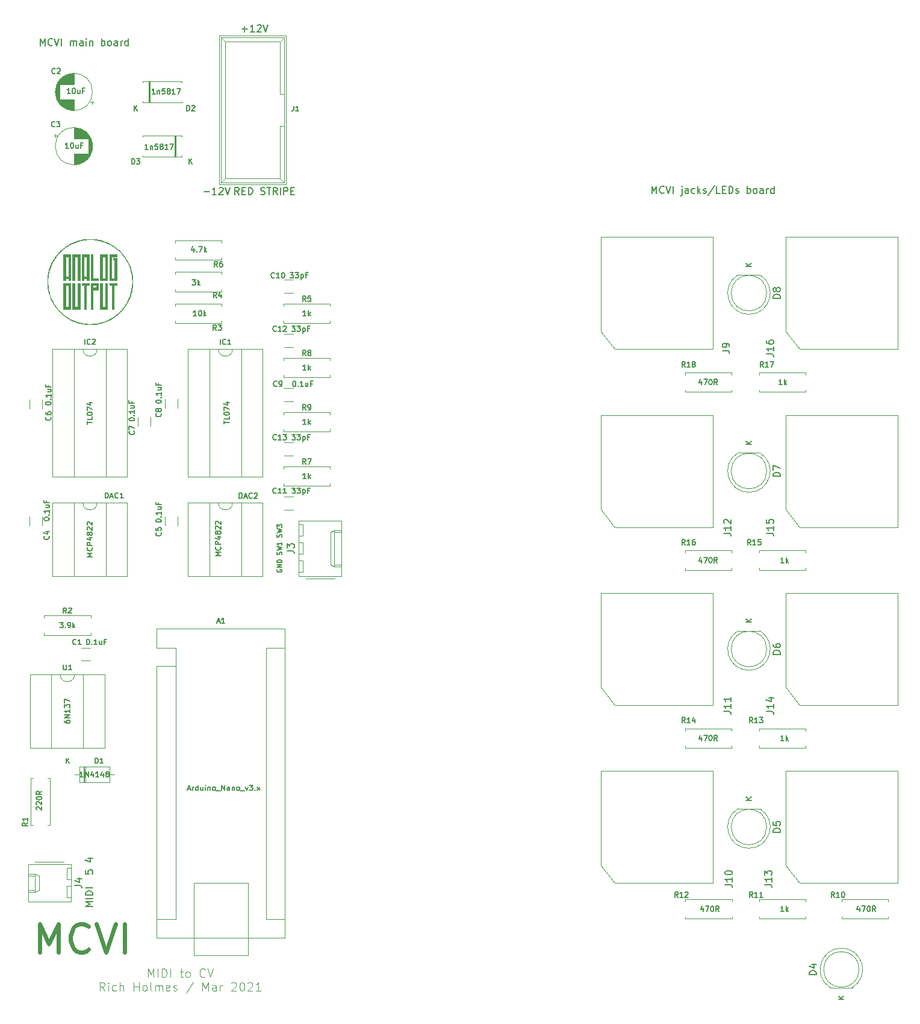
<source format=gbr>
%TF.GenerationSoftware,KiCad,Pcbnew,5.1.9-73d0e3b20d~88~ubuntu20.04.1*%
%TF.CreationDate,2021-03-06T13:40:15-05:00*%
%TF.ProjectId,MCVI,4d435649-2e6b-4696-9361-645f70636258,rev?*%
%TF.SameCoordinates,Original*%
%TF.FileFunction,Legend,Top*%
%TF.FilePolarity,Positive*%
%FSLAX46Y46*%
G04 Gerber Fmt 4.6, Leading zero omitted, Abs format (unit mm)*
G04 Created by KiCad (PCBNEW 5.1.9-73d0e3b20d~88~ubuntu20.04.1) date 2021-03-06 13:40:15*
%MOMM*%
%LPD*%
G01*
G04 APERTURE LIST*
%ADD10C,0.150000*%
%ADD11C,0.600000*%
%ADD12C,0.120000*%
%ADD13C,0.010000*%
G04 APERTURE END LIST*
D10*
X128335595Y-65452380D02*
X128335595Y-64452380D01*
X128668928Y-65166666D01*
X129002261Y-64452380D01*
X129002261Y-65452380D01*
X130049880Y-65357142D02*
X130002261Y-65404761D01*
X129859404Y-65452380D01*
X129764166Y-65452380D01*
X129621309Y-65404761D01*
X129526071Y-65309523D01*
X129478452Y-65214285D01*
X129430833Y-65023809D01*
X129430833Y-64880952D01*
X129478452Y-64690476D01*
X129526071Y-64595238D01*
X129621309Y-64500000D01*
X129764166Y-64452380D01*
X129859404Y-64452380D01*
X130002261Y-64500000D01*
X130049880Y-64547619D01*
X130335595Y-64452380D02*
X130668928Y-65452380D01*
X131002261Y-64452380D01*
X131335595Y-65452380D02*
X131335595Y-64452380D01*
X132573690Y-64785714D02*
X132573690Y-65642857D01*
X132526071Y-65738095D01*
X132430833Y-65785714D01*
X132383214Y-65785714D01*
X132573690Y-64452380D02*
X132526071Y-64500000D01*
X132573690Y-64547619D01*
X132621309Y-64500000D01*
X132573690Y-64452380D01*
X132573690Y-64547619D01*
X133478452Y-65452380D02*
X133478452Y-64928571D01*
X133430833Y-64833333D01*
X133335595Y-64785714D01*
X133145119Y-64785714D01*
X133049880Y-64833333D01*
X133478452Y-65404761D02*
X133383214Y-65452380D01*
X133145119Y-65452380D01*
X133049880Y-65404761D01*
X133002261Y-65309523D01*
X133002261Y-65214285D01*
X133049880Y-65119047D01*
X133145119Y-65071428D01*
X133383214Y-65071428D01*
X133478452Y-65023809D01*
X134383214Y-65404761D02*
X134287976Y-65452380D01*
X134097500Y-65452380D01*
X134002261Y-65404761D01*
X133954642Y-65357142D01*
X133907023Y-65261904D01*
X133907023Y-64976190D01*
X133954642Y-64880952D01*
X134002261Y-64833333D01*
X134097500Y-64785714D01*
X134287976Y-64785714D01*
X134383214Y-64833333D01*
X134811785Y-65452380D02*
X134811785Y-64452380D01*
X134907023Y-65071428D02*
X135192738Y-65452380D01*
X135192738Y-64785714D02*
X134811785Y-65166666D01*
X135573690Y-65404761D02*
X135668928Y-65452380D01*
X135859404Y-65452380D01*
X135954642Y-65404761D01*
X136002261Y-65309523D01*
X136002261Y-65261904D01*
X135954642Y-65166666D01*
X135859404Y-65119047D01*
X135716547Y-65119047D01*
X135621309Y-65071428D01*
X135573690Y-64976190D01*
X135573690Y-64928571D01*
X135621309Y-64833333D01*
X135716547Y-64785714D01*
X135859404Y-64785714D01*
X135954642Y-64833333D01*
X137145119Y-64404761D02*
X136287976Y-65690476D01*
X137954642Y-65452380D02*
X137478452Y-65452380D01*
X137478452Y-64452380D01*
X138287976Y-64928571D02*
X138621309Y-64928571D01*
X138764166Y-65452380D02*
X138287976Y-65452380D01*
X138287976Y-64452380D01*
X138764166Y-64452380D01*
X139192738Y-65452380D02*
X139192738Y-64452380D01*
X139430833Y-64452380D01*
X139573690Y-64500000D01*
X139668928Y-64595238D01*
X139716547Y-64690476D01*
X139764166Y-64880952D01*
X139764166Y-65023809D01*
X139716547Y-65214285D01*
X139668928Y-65309523D01*
X139573690Y-65404761D01*
X139430833Y-65452380D01*
X139192738Y-65452380D01*
X140145119Y-65404761D02*
X140240357Y-65452380D01*
X140430833Y-65452380D01*
X140526071Y-65404761D01*
X140573690Y-65309523D01*
X140573690Y-65261904D01*
X140526071Y-65166666D01*
X140430833Y-65119047D01*
X140287976Y-65119047D01*
X140192738Y-65071428D01*
X140145119Y-64976190D01*
X140145119Y-64928571D01*
X140192738Y-64833333D01*
X140287976Y-64785714D01*
X140430833Y-64785714D01*
X140526071Y-64833333D01*
X141764166Y-65452380D02*
X141764166Y-64452380D01*
X141764166Y-64833333D02*
X141859404Y-64785714D01*
X142049880Y-64785714D01*
X142145119Y-64833333D01*
X142192738Y-64880952D01*
X142240357Y-64976190D01*
X142240357Y-65261904D01*
X142192738Y-65357142D01*
X142145119Y-65404761D01*
X142049880Y-65452380D01*
X141859404Y-65452380D01*
X141764166Y-65404761D01*
X142811785Y-65452380D02*
X142716547Y-65404761D01*
X142668928Y-65357142D01*
X142621309Y-65261904D01*
X142621309Y-64976190D01*
X142668928Y-64880952D01*
X142716547Y-64833333D01*
X142811785Y-64785714D01*
X142954642Y-64785714D01*
X143049880Y-64833333D01*
X143097500Y-64880952D01*
X143145119Y-64976190D01*
X143145119Y-65261904D01*
X143097500Y-65357142D01*
X143049880Y-65404761D01*
X142954642Y-65452380D01*
X142811785Y-65452380D01*
X144002261Y-65452380D02*
X144002261Y-64928571D01*
X143954642Y-64833333D01*
X143859404Y-64785714D01*
X143668928Y-64785714D01*
X143573690Y-64833333D01*
X144002261Y-65404761D02*
X143907023Y-65452380D01*
X143668928Y-65452380D01*
X143573690Y-65404761D01*
X143526071Y-65309523D01*
X143526071Y-65214285D01*
X143573690Y-65119047D01*
X143668928Y-65071428D01*
X143907023Y-65071428D01*
X144002261Y-65023809D01*
X144478452Y-65452380D02*
X144478452Y-64785714D01*
X144478452Y-64976190D02*
X144526071Y-64880952D01*
X144573690Y-64833333D01*
X144668928Y-64785714D01*
X144764166Y-64785714D01*
X145526071Y-65452380D02*
X145526071Y-64452380D01*
X145526071Y-65404761D02*
X145430833Y-65452380D01*
X145240357Y-65452380D01*
X145145119Y-65404761D01*
X145097500Y-65357142D01*
X145049880Y-65261904D01*
X145049880Y-64976190D01*
X145097500Y-64880952D01*
X145145119Y-64833333D01*
X145240357Y-64785714D01*
X145430833Y-64785714D01*
X145526071Y-64833333D01*
X42335595Y-44702380D02*
X42335595Y-43702380D01*
X42668928Y-44416666D01*
X43002261Y-43702380D01*
X43002261Y-44702380D01*
X44049880Y-44607142D02*
X44002261Y-44654761D01*
X43859404Y-44702380D01*
X43764166Y-44702380D01*
X43621309Y-44654761D01*
X43526071Y-44559523D01*
X43478452Y-44464285D01*
X43430833Y-44273809D01*
X43430833Y-44130952D01*
X43478452Y-43940476D01*
X43526071Y-43845238D01*
X43621309Y-43750000D01*
X43764166Y-43702380D01*
X43859404Y-43702380D01*
X44002261Y-43750000D01*
X44049880Y-43797619D01*
X44335595Y-43702380D02*
X44668928Y-44702380D01*
X45002261Y-43702380D01*
X45335595Y-44702380D02*
X45335595Y-43702380D01*
X46573690Y-44702380D02*
X46573690Y-44035714D01*
X46573690Y-44130952D02*
X46621309Y-44083333D01*
X46716547Y-44035714D01*
X46859404Y-44035714D01*
X46954642Y-44083333D01*
X47002261Y-44178571D01*
X47002261Y-44702380D01*
X47002261Y-44178571D02*
X47049880Y-44083333D01*
X47145119Y-44035714D01*
X47287976Y-44035714D01*
X47383214Y-44083333D01*
X47430833Y-44178571D01*
X47430833Y-44702380D01*
X48335595Y-44702380D02*
X48335595Y-44178571D01*
X48287976Y-44083333D01*
X48192738Y-44035714D01*
X48002261Y-44035714D01*
X47907023Y-44083333D01*
X48335595Y-44654761D02*
X48240357Y-44702380D01*
X48002261Y-44702380D01*
X47907023Y-44654761D01*
X47859404Y-44559523D01*
X47859404Y-44464285D01*
X47907023Y-44369047D01*
X48002261Y-44321428D01*
X48240357Y-44321428D01*
X48335595Y-44273809D01*
X48811785Y-44702380D02*
X48811785Y-44035714D01*
X48811785Y-43702380D02*
X48764166Y-43750000D01*
X48811785Y-43797619D01*
X48859404Y-43750000D01*
X48811785Y-43702380D01*
X48811785Y-43797619D01*
X49287976Y-44035714D02*
X49287976Y-44702380D01*
X49287976Y-44130952D02*
X49335595Y-44083333D01*
X49430833Y-44035714D01*
X49573690Y-44035714D01*
X49668928Y-44083333D01*
X49716547Y-44178571D01*
X49716547Y-44702380D01*
X50954642Y-44702380D02*
X50954642Y-43702380D01*
X50954642Y-44083333D02*
X51049880Y-44035714D01*
X51240357Y-44035714D01*
X51335595Y-44083333D01*
X51383214Y-44130952D01*
X51430833Y-44226190D01*
X51430833Y-44511904D01*
X51383214Y-44607142D01*
X51335595Y-44654761D01*
X51240357Y-44702380D01*
X51049880Y-44702380D01*
X50954642Y-44654761D01*
X52002261Y-44702380D02*
X51907023Y-44654761D01*
X51859404Y-44607142D01*
X51811785Y-44511904D01*
X51811785Y-44226190D01*
X51859404Y-44130952D01*
X51907023Y-44083333D01*
X52002261Y-44035714D01*
X52145119Y-44035714D01*
X52240357Y-44083333D01*
X52287976Y-44130952D01*
X52335595Y-44226190D01*
X52335595Y-44511904D01*
X52287976Y-44607142D01*
X52240357Y-44654761D01*
X52145119Y-44702380D01*
X52002261Y-44702380D01*
X53192738Y-44702380D02*
X53192738Y-44178571D01*
X53145119Y-44083333D01*
X53049880Y-44035714D01*
X52859404Y-44035714D01*
X52764166Y-44083333D01*
X53192738Y-44654761D02*
X53097500Y-44702380D01*
X52859404Y-44702380D01*
X52764166Y-44654761D01*
X52716547Y-44559523D01*
X52716547Y-44464285D01*
X52764166Y-44369047D01*
X52859404Y-44321428D01*
X53097500Y-44321428D01*
X53192738Y-44273809D01*
X53668928Y-44702380D02*
X53668928Y-44035714D01*
X53668928Y-44226190D02*
X53716547Y-44130952D01*
X53764166Y-44083333D01*
X53859404Y-44035714D01*
X53954642Y-44035714D01*
X54716547Y-44702380D02*
X54716547Y-43702380D01*
X54716547Y-44654761D02*
X54621309Y-44702380D01*
X54430833Y-44702380D01*
X54335595Y-44654761D01*
X54287976Y-44607142D01*
X54240357Y-44511904D01*
X54240357Y-44226190D01*
X54287976Y-44130952D01*
X54335595Y-44083333D01*
X54430833Y-44035714D01*
X54621309Y-44035714D01*
X54716547Y-44083333D01*
D11*
X42250000Y-172059523D02*
X42250000Y-168059523D01*
X43583333Y-170916666D01*
X44916666Y-168059523D01*
X44916666Y-172059523D01*
X49107142Y-171678571D02*
X48916666Y-171869047D01*
X48345238Y-172059523D01*
X47964285Y-172059523D01*
X47392857Y-171869047D01*
X47011904Y-171488095D01*
X46821428Y-171107142D01*
X46630952Y-170345238D01*
X46630952Y-169773809D01*
X46821428Y-169011904D01*
X47011904Y-168630952D01*
X47392857Y-168250000D01*
X47964285Y-168059523D01*
X48345238Y-168059523D01*
X48916666Y-168250000D01*
X49107142Y-168440476D01*
X50250000Y-168059523D02*
X51583333Y-172059523D01*
X52916666Y-168059523D01*
X54250000Y-172059523D02*
X54250000Y-168059523D01*
D10*
X75630000Y-118311428D02*
X75594285Y-118373333D01*
X75594285Y-118466190D01*
X75630000Y-118559047D01*
X75701428Y-118620952D01*
X75772857Y-118651904D01*
X75915714Y-118682857D01*
X76022857Y-118682857D01*
X76165714Y-118651904D01*
X76237142Y-118620952D01*
X76308571Y-118559047D01*
X76344285Y-118466190D01*
X76344285Y-118404285D01*
X76308571Y-118311428D01*
X76272857Y-118280476D01*
X76022857Y-118280476D01*
X76022857Y-118404285D01*
X76344285Y-118001904D02*
X75594285Y-118001904D01*
X76344285Y-117630476D01*
X75594285Y-117630476D01*
X76344285Y-117320952D02*
X75594285Y-117320952D01*
X75594285Y-117166190D01*
X75630000Y-117073333D01*
X75701428Y-117011428D01*
X75772857Y-116980476D01*
X75915714Y-116949523D01*
X76022857Y-116949523D01*
X76165714Y-116980476D01*
X76237142Y-117011428D01*
X76308571Y-117073333D01*
X76344285Y-117166190D01*
X76344285Y-117320952D01*
X76308571Y-116206666D02*
X76344285Y-116113809D01*
X76344285Y-115959047D01*
X76308571Y-115897142D01*
X76272857Y-115866190D01*
X76201428Y-115835238D01*
X76130000Y-115835238D01*
X76058571Y-115866190D01*
X76022857Y-115897142D01*
X75987142Y-115959047D01*
X75951428Y-116082857D01*
X75915714Y-116144761D01*
X75880000Y-116175714D01*
X75808571Y-116206666D01*
X75737142Y-116206666D01*
X75665714Y-116175714D01*
X75630000Y-116144761D01*
X75594285Y-116082857D01*
X75594285Y-115928095D01*
X75630000Y-115835238D01*
X75594285Y-115618571D02*
X76344285Y-115463809D01*
X75808571Y-115340000D01*
X76344285Y-115216190D01*
X75594285Y-115061428D01*
X76344285Y-114473333D02*
X76344285Y-114844761D01*
X76344285Y-114659047D02*
X75594285Y-114659047D01*
X75701428Y-114720952D01*
X75772857Y-114782857D01*
X75808571Y-114844761D01*
X76308571Y-113730476D02*
X76344285Y-113637619D01*
X76344285Y-113482857D01*
X76308571Y-113420952D01*
X76272857Y-113390000D01*
X76201428Y-113359047D01*
X76130000Y-113359047D01*
X76058571Y-113390000D01*
X76022857Y-113420952D01*
X75987142Y-113482857D01*
X75951428Y-113606666D01*
X75915714Y-113668571D01*
X75880000Y-113699523D01*
X75808571Y-113730476D01*
X75737142Y-113730476D01*
X75665714Y-113699523D01*
X75630000Y-113668571D01*
X75594285Y-113606666D01*
X75594285Y-113451904D01*
X75630000Y-113359047D01*
X75594285Y-113142380D02*
X76344285Y-112987619D01*
X75808571Y-112863809D01*
X76344285Y-112740000D01*
X75594285Y-112585238D01*
X75594285Y-112399523D02*
X75594285Y-111997142D01*
X75880000Y-112213809D01*
X75880000Y-112120952D01*
X75915714Y-112059047D01*
X75951428Y-112028095D01*
X76022857Y-111997142D01*
X76201428Y-111997142D01*
X76272857Y-112028095D01*
X76308571Y-112059047D01*
X76344285Y-112120952D01*
X76344285Y-112306666D01*
X76308571Y-112368571D01*
X76272857Y-112399523D01*
D12*
X57514285Y-175582857D02*
X57514285Y-174382857D01*
X57914285Y-175240000D01*
X58314285Y-174382857D01*
X58314285Y-175582857D01*
X58885714Y-175582857D02*
X58885714Y-174382857D01*
X59457142Y-175582857D02*
X59457142Y-174382857D01*
X59742857Y-174382857D01*
X59914285Y-174440000D01*
X60028571Y-174554285D01*
X60085714Y-174668571D01*
X60142857Y-174897142D01*
X60142857Y-175068571D01*
X60085714Y-175297142D01*
X60028571Y-175411428D01*
X59914285Y-175525714D01*
X59742857Y-175582857D01*
X59457142Y-175582857D01*
X60657142Y-175582857D02*
X60657142Y-174382857D01*
X61971428Y-174782857D02*
X62428571Y-174782857D01*
X62142857Y-174382857D02*
X62142857Y-175411428D01*
X62200000Y-175525714D01*
X62314285Y-175582857D01*
X62428571Y-175582857D01*
X63000000Y-175582857D02*
X62885714Y-175525714D01*
X62828571Y-175468571D01*
X62771428Y-175354285D01*
X62771428Y-175011428D01*
X62828571Y-174897142D01*
X62885714Y-174840000D01*
X63000000Y-174782857D01*
X63171428Y-174782857D01*
X63285714Y-174840000D01*
X63342857Y-174897142D01*
X63400000Y-175011428D01*
X63400000Y-175354285D01*
X63342857Y-175468571D01*
X63285714Y-175525714D01*
X63171428Y-175582857D01*
X63000000Y-175582857D01*
X65514285Y-175468571D02*
X65457142Y-175525714D01*
X65285714Y-175582857D01*
X65171428Y-175582857D01*
X65000000Y-175525714D01*
X64885714Y-175411428D01*
X64828571Y-175297142D01*
X64771428Y-175068571D01*
X64771428Y-174897142D01*
X64828571Y-174668571D01*
X64885714Y-174554285D01*
X65000000Y-174440000D01*
X65171428Y-174382857D01*
X65285714Y-174382857D01*
X65457142Y-174440000D01*
X65514285Y-174497142D01*
X65857142Y-174382857D02*
X66257142Y-175582857D01*
X66657142Y-174382857D01*
X51400000Y-177502857D02*
X51000000Y-176931428D01*
X50714285Y-177502857D02*
X50714285Y-176302857D01*
X51171428Y-176302857D01*
X51285714Y-176360000D01*
X51342857Y-176417142D01*
X51400000Y-176531428D01*
X51400000Y-176702857D01*
X51342857Y-176817142D01*
X51285714Y-176874285D01*
X51171428Y-176931428D01*
X50714285Y-176931428D01*
X51914285Y-177502857D02*
X51914285Y-176702857D01*
X51914285Y-176302857D02*
X51857142Y-176360000D01*
X51914285Y-176417142D01*
X51971428Y-176360000D01*
X51914285Y-176302857D01*
X51914285Y-176417142D01*
X53000000Y-177445714D02*
X52885714Y-177502857D01*
X52657142Y-177502857D01*
X52542857Y-177445714D01*
X52485714Y-177388571D01*
X52428571Y-177274285D01*
X52428571Y-176931428D01*
X52485714Y-176817142D01*
X52542857Y-176760000D01*
X52657142Y-176702857D01*
X52885714Y-176702857D01*
X53000000Y-176760000D01*
X53514285Y-177502857D02*
X53514285Y-176302857D01*
X54028571Y-177502857D02*
X54028571Y-176874285D01*
X53971428Y-176760000D01*
X53857142Y-176702857D01*
X53685714Y-176702857D01*
X53571428Y-176760000D01*
X53514285Y-176817142D01*
X55514285Y-177502857D02*
X55514285Y-176302857D01*
X55514285Y-176874285D02*
X56200000Y-176874285D01*
X56200000Y-177502857D02*
X56200000Y-176302857D01*
X56942857Y-177502857D02*
X56828571Y-177445714D01*
X56771428Y-177388571D01*
X56714285Y-177274285D01*
X56714285Y-176931428D01*
X56771428Y-176817142D01*
X56828571Y-176760000D01*
X56942857Y-176702857D01*
X57114285Y-176702857D01*
X57228571Y-176760000D01*
X57285714Y-176817142D01*
X57342857Y-176931428D01*
X57342857Y-177274285D01*
X57285714Y-177388571D01*
X57228571Y-177445714D01*
X57114285Y-177502857D01*
X56942857Y-177502857D01*
X58028571Y-177502857D02*
X57914285Y-177445714D01*
X57857142Y-177331428D01*
X57857142Y-176302857D01*
X58485714Y-177502857D02*
X58485714Y-176702857D01*
X58485714Y-176817142D02*
X58542857Y-176760000D01*
X58657142Y-176702857D01*
X58828571Y-176702857D01*
X58942857Y-176760000D01*
X59000000Y-176874285D01*
X59000000Y-177502857D01*
X59000000Y-176874285D02*
X59057142Y-176760000D01*
X59171428Y-176702857D01*
X59342857Y-176702857D01*
X59457142Y-176760000D01*
X59514285Y-176874285D01*
X59514285Y-177502857D01*
X60542857Y-177445714D02*
X60428571Y-177502857D01*
X60200000Y-177502857D01*
X60085714Y-177445714D01*
X60028571Y-177331428D01*
X60028571Y-176874285D01*
X60085714Y-176760000D01*
X60200000Y-176702857D01*
X60428571Y-176702857D01*
X60542857Y-176760000D01*
X60600000Y-176874285D01*
X60600000Y-176988571D01*
X60028571Y-177102857D01*
X61057142Y-177445714D02*
X61171428Y-177502857D01*
X61400000Y-177502857D01*
X61514285Y-177445714D01*
X61571428Y-177331428D01*
X61571428Y-177274285D01*
X61514285Y-177160000D01*
X61400000Y-177102857D01*
X61228571Y-177102857D01*
X61114285Y-177045714D01*
X61057142Y-176931428D01*
X61057142Y-176874285D01*
X61114285Y-176760000D01*
X61228571Y-176702857D01*
X61400000Y-176702857D01*
X61514285Y-176760000D01*
X63857142Y-176245714D02*
X62828571Y-177788571D01*
X65171428Y-177502857D02*
X65171428Y-176302857D01*
X65571428Y-177160000D01*
X65971428Y-176302857D01*
X65971428Y-177502857D01*
X67057142Y-177502857D02*
X67057142Y-176874285D01*
X67000000Y-176760000D01*
X66885714Y-176702857D01*
X66657142Y-176702857D01*
X66542857Y-176760000D01*
X67057142Y-177445714D02*
X66942857Y-177502857D01*
X66657142Y-177502857D01*
X66542857Y-177445714D01*
X66485714Y-177331428D01*
X66485714Y-177217142D01*
X66542857Y-177102857D01*
X66657142Y-177045714D01*
X66942857Y-177045714D01*
X67057142Y-176988571D01*
X67628571Y-177502857D02*
X67628571Y-176702857D01*
X67628571Y-176931428D02*
X67685714Y-176817142D01*
X67742857Y-176760000D01*
X67857142Y-176702857D01*
X67971428Y-176702857D01*
X69228571Y-176417142D02*
X69285714Y-176360000D01*
X69400000Y-176302857D01*
X69685714Y-176302857D01*
X69800000Y-176360000D01*
X69857142Y-176417142D01*
X69914285Y-176531428D01*
X69914285Y-176645714D01*
X69857142Y-176817142D01*
X69171428Y-177502857D01*
X69914285Y-177502857D01*
X70657142Y-176302857D02*
X70771428Y-176302857D01*
X70885714Y-176360000D01*
X70942857Y-176417142D01*
X71000000Y-176531428D01*
X71057142Y-176760000D01*
X71057142Y-177045714D01*
X71000000Y-177274285D01*
X70942857Y-177388571D01*
X70885714Y-177445714D01*
X70771428Y-177502857D01*
X70657142Y-177502857D01*
X70542857Y-177445714D01*
X70485714Y-177388571D01*
X70428571Y-177274285D01*
X70371428Y-177045714D01*
X70371428Y-176760000D01*
X70428571Y-176531428D01*
X70485714Y-176417142D01*
X70542857Y-176360000D01*
X70657142Y-176302857D01*
X71514285Y-176417142D02*
X71571428Y-176360000D01*
X71685714Y-176302857D01*
X71971428Y-176302857D01*
X72085714Y-176360000D01*
X72142857Y-176417142D01*
X72200000Y-176531428D01*
X72200000Y-176645714D01*
X72142857Y-176817142D01*
X71457142Y-177502857D01*
X72200000Y-177502857D01*
X73342857Y-177502857D02*
X72657142Y-177502857D01*
X73000000Y-177502857D02*
X73000000Y-176302857D01*
X72885714Y-176474285D01*
X72771428Y-176588571D01*
X72657142Y-176645714D01*
D10*
X49702380Y-165654761D02*
X48702380Y-165654761D01*
X49416666Y-165321428D01*
X48702380Y-164988095D01*
X49702380Y-164988095D01*
X49702380Y-164511904D02*
X48702380Y-164511904D01*
X49702380Y-164035714D02*
X48702380Y-164035714D01*
X48702380Y-163797619D01*
X48750000Y-163654761D01*
X48845238Y-163559523D01*
X48940476Y-163511904D01*
X49130952Y-163464285D01*
X49273809Y-163464285D01*
X49464285Y-163511904D01*
X49559523Y-163559523D01*
X49654761Y-163654761D01*
X49702380Y-163797619D01*
X49702380Y-164035714D01*
X49702380Y-163035714D02*
X48702380Y-163035714D01*
X48702380Y-160559523D02*
X48702380Y-161035714D01*
X49178571Y-161083333D01*
X49130952Y-161035714D01*
X49083333Y-160940476D01*
X49083333Y-160702380D01*
X49130952Y-160607142D01*
X49178571Y-160559523D01*
X49273809Y-160511904D01*
X49511904Y-160511904D01*
X49607142Y-160559523D01*
X49654761Y-160607142D01*
X49702380Y-160702380D01*
X49702380Y-160940476D01*
X49654761Y-161035714D01*
X49607142Y-161083333D01*
X49035714Y-158892857D02*
X49702380Y-158892857D01*
X48654761Y-159130952D02*
X49369047Y-159369047D01*
X49369047Y-158750000D01*
D12*
%TO.C,J14*%
X149150000Y-137350000D02*
X147150000Y-134850000D01*
X147150000Y-121600000D02*
X162900000Y-121600000D01*
X162900000Y-121600000D02*
X162900000Y-137350000D01*
X149200000Y-137350000D02*
X149150000Y-137350000D01*
X162900000Y-137350000D02*
X149200000Y-137350000D01*
X147150000Y-134850000D02*
X147150000Y-121600000D01*
%TO.C,R9*%
X83085000Y-98930000D02*
X83085000Y-98600000D01*
X76545000Y-98930000D02*
X83085000Y-98930000D01*
X76545000Y-98600000D02*
X76545000Y-98930000D01*
X83085000Y-96190000D02*
X83085000Y-96520000D01*
X76545000Y-96190000D02*
X83085000Y-96190000D01*
X76545000Y-96520000D02*
X76545000Y-96190000D01*
%TO.C,R8*%
X83085000Y-91310000D02*
X83085000Y-90980000D01*
X76545000Y-91310000D02*
X83085000Y-91310000D01*
X76545000Y-90980000D02*
X76545000Y-91310000D01*
X83085000Y-88570000D02*
X83085000Y-88900000D01*
X76545000Y-88570000D02*
X83085000Y-88570000D01*
X76545000Y-88900000D02*
X76545000Y-88570000D01*
%TO.C,R7*%
X83085000Y-106550000D02*
X83085000Y-106220000D01*
X76545000Y-106550000D02*
X83085000Y-106550000D01*
X76545000Y-106220000D02*
X76545000Y-106550000D01*
X83085000Y-103810000D02*
X83085000Y-104140000D01*
X76545000Y-103810000D02*
X83085000Y-103810000D01*
X76545000Y-104140000D02*
X76545000Y-103810000D01*
%TO.C,R5*%
X83085000Y-83690000D02*
X83085000Y-83360000D01*
X76545000Y-83690000D02*
X83085000Y-83690000D01*
X76545000Y-83360000D02*
X76545000Y-83690000D01*
X83085000Y-80950000D02*
X83085000Y-81280000D01*
X76545000Y-80950000D02*
X83085000Y-80950000D01*
X76545000Y-81280000D02*
X76545000Y-80950000D01*
%TO.C,J4*%
X46650000Y-159680000D02*
X40630000Y-159680000D01*
X40630000Y-159680000D02*
X40630000Y-164980000D01*
X40630000Y-164980000D02*
X46650000Y-164980000D01*
X46650000Y-164980000D02*
X46650000Y-159680000D01*
X45620000Y-159390000D02*
X41620000Y-159390000D01*
X40630000Y-161060000D02*
X41630000Y-161060000D01*
X41630000Y-161060000D02*
X41630000Y-163600000D01*
X41630000Y-163600000D02*
X40630000Y-163600000D01*
X41630000Y-161060000D02*
X42160000Y-161310000D01*
X42160000Y-161310000D02*
X42160000Y-163350000D01*
X42160000Y-163350000D02*
X41630000Y-163600000D01*
X40630000Y-161310000D02*
X41630000Y-161310000D01*
X40630000Y-163350000D02*
X41630000Y-163350000D01*
X46650000Y-160260000D02*
X46050000Y-160260000D01*
X46050000Y-160260000D02*
X46050000Y-161860000D01*
X46050000Y-161860000D02*
X46650000Y-161860000D01*
X46650000Y-162800000D02*
X46050000Y-162800000D01*
X46050000Y-162800000D02*
X46050000Y-164400000D01*
X46050000Y-164400000D02*
X46650000Y-164400000D01*
%TO.C,J3*%
X78690000Y-119260000D02*
X84710000Y-119260000D01*
X84710000Y-119260000D02*
X84710000Y-111420000D01*
X84710000Y-111420000D02*
X78690000Y-111420000D01*
X78690000Y-111420000D02*
X78690000Y-119260000D01*
X79720000Y-119550000D02*
X83720000Y-119550000D01*
X84710000Y-117880000D02*
X83710000Y-117880000D01*
X83710000Y-117880000D02*
X83710000Y-112800000D01*
X83710000Y-112800000D02*
X84710000Y-112800000D01*
X83710000Y-117880000D02*
X83180000Y-117630000D01*
X83180000Y-117630000D02*
X83180000Y-113050000D01*
X83180000Y-113050000D02*
X83710000Y-112800000D01*
X84710000Y-117630000D02*
X83710000Y-117630000D01*
X84710000Y-113050000D02*
X83710000Y-113050000D01*
X78690000Y-118680000D02*
X79290000Y-118680000D01*
X79290000Y-118680000D02*
X79290000Y-117080000D01*
X79290000Y-117080000D02*
X78690000Y-117080000D01*
X78690000Y-116140000D02*
X79290000Y-116140000D01*
X79290000Y-116140000D02*
X79290000Y-114540000D01*
X79290000Y-114540000D02*
X78690000Y-114540000D01*
X78690000Y-113600000D02*
X79290000Y-113600000D01*
X79290000Y-113600000D02*
X79290000Y-112000000D01*
X79290000Y-112000000D02*
X78690000Y-112000000D01*
%TO.C,C13*%
X77884000Y-102290000D02*
X76626000Y-102290000D01*
X77884000Y-100450000D02*
X76626000Y-100450000D01*
%TO.C,C12*%
X77884000Y-87050000D02*
X76626000Y-87050000D01*
X77884000Y-85210000D02*
X76626000Y-85210000D01*
%TO.C,C11*%
X77884000Y-109910000D02*
X76626000Y-109910000D01*
X77884000Y-108070000D02*
X76626000Y-108070000D01*
%TO.C,C10*%
X77884000Y-79430000D02*
X76626000Y-79430000D01*
X77884000Y-77590000D02*
X76626000Y-77590000D01*
%TO.C,R18*%
X133040000Y-90960000D02*
X133040000Y-90630000D01*
X133040000Y-90630000D02*
X139580000Y-90630000D01*
X139580000Y-90630000D02*
X139580000Y-90960000D01*
X133040000Y-93040000D02*
X133040000Y-93370000D01*
X133040000Y-93370000D02*
X139580000Y-93370000D01*
X139580000Y-93370000D02*
X139580000Y-93040000D01*
%TO.C,J15*%
X149150000Y-112350000D02*
X147150000Y-109850000D01*
X147150000Y-96600000D02*
X162900000Y-96600000D01*
X162900000Y-96600000D02*
X162900000Y-112350000D01*
X149200000Y-112350000D02*
X149150000Y-112350000D01*
X162900000Y-112350000D02*
X149200000Y-112350000D01*
X147150000Y-109850000D02*
X147150000Y-96600000D01*
%TO.C,J11*%
X123150000Y-137350000D02*
X121150000Y-134850000D01*
X121150000Y-121600000D02*
X136900000Y-121600000D01*
X136900000Y-121600000D02*
X136900000Y-137350000D01*
X123200000Y-137350000D02*
X123150000Y-137350000D01*
X136900000Y-137350000D02*
X123200000Y-137350000D01*
X121150000Y-134850000D02*
X121150000Y-121600000D01*
%TO.C,D8*%
X143545000Y-76910000D02*
X140455000Y-76910000D01*
X144500000Y-79470000D02*
G75*
G03*
X144500000Y-79470000I-2500000J0D01*
G01*
X142000462Y-82460000D02*
G75*
G02*
X140455170Y-76910000I-462J2990000D01*
G01*
X141999538Y-82460000D02*
G75*
G03*
X143544830Y-76910000I462J2990000D01*
G01*
%TO.C,R16*%
X133040000Y-115960000D02*
X133040000Y-115630000D01*
X133040000Y-115630000D02*
X139580000Y-115630000D01*
X139580000Y-115630000D02*
X139580000Y-115960000D01*
X133040000Y-118040000D02*
X133040000Y-118370000D01*
X133040000Y-118370000D02*
X139580000Y-118370000D01*
X139580000Y-118370000D02*
X139580000Y-118040000D01*
%TO.C,D7*%
X143545000Y-101910000D02*
X140455000Y-101910000D01*
X144500000Y-104470000D02*
G75*
G03*
X144500000Y-104470000I-2500000J0D01*
G01*
X142000462Y-107460000D02*
G75*
G02*
X140455170Y-101910000I-462J2990000D01*
G01*
X141999538Y-107460000D02*
G75*
G03*
X143544830Y-101910000I462J2990000D01*
G01*
%TO.C,R11*%
X149960000Y-167040000D02*
X149960000Y-167370000D01*
X149960000Y-167370000D02*
X143420000Y-167370000D01*
X143420000Y-167370000D02*
X143420000Y-167040000D01*
X149960000Y-164960000D02*
X149960000Y-164630000D01*
X149960000Y-164630000D02*
X143420000Y-164630000D01*
X143420000Y-164630000D02*
X143420000Y-164960000D01*
%TO.C,D4*%
X153455000Y-177040000D02*
X156545000Y-177040000D01*
X157500000Y-174480000D02*
G75*
G03*
X157500000Y-174480000I-2500000J0D01*
G01*
X154999538Y-171490000D02*
G75*
G02*
X156544830Y-177040000I462J-2990000D01*
G01*
X155000462Y-171490000D02*
G75*
G03*
X153455170Y-177040000I-462J-2990000D01*
G01*
%TO.C,R15*%
X149960000Y-118040000D02*
X149960000Y-118370000D01*
X149960000Y-118370000D02*
X143420000Y-118370000D01*
X143420000Y-118370000D02*
X143420000Y-118040000D01*
X149960000Y-115960000D02*
X149960000Y-115630000D01*
X149960000Y-115630000D02*
X143420000Y-115630000D01*
X143420000Y-115630000D02*
X143420000Y-115960000D01*
%TO.C,R13*%
X149960000Y-143040000D02*
X149960000Y-143370000D01*
X149960000Y-143370000D02*
X143420000Y-143370000D01*
X143420000Y-143370000D02*
X143420000Y-143040000D01*
X149960000Y-140960000D02*
X149960000Y-140630000D01*
X149960000Y-140630000D02*
X143420000Y-140630000D01*
X143420000Y-140630000D02*
X143420000Y-140960000D01*
%TO.C,R10*%
X155040000Y-164960000D02*
X155040000Y-164630000D01*
X155040000Y-164630000D02*
X161580000Y-164630000D01*
X161580000Y-164630000D02*
X161580000Y-164960000D01*
X155040000Y-167040000D02*
X155040000Y-167370000D01*
X155040000Y-167370000D02*
X161580000Y-167370000D01*
X161580000Y-167370000D02*
X161580000Y-167040000D01*
%TO.C,D6*%
X143545000Y-126910000D02*
X140455000Y-126910000D01*
X144500000Y-129470000D02*
G75*
G03*
X144500000Y-129470000I-2500000J0D01*
G01*
X142000462Y-132460000D02*
G75*
G02*
X140455170Y-126910000I-462J2990000D01*
G01*
X141999538Y-132460000D02*
G75*
G03*
X143544830Y-126910000I462J2990000D01*
G01*
%TO.C,R17*%
X149960000Y-93040000D02*
X149960000Y-93370000D01*
X149960000Y-93370000D02*
X143420000Y-93370000D01*
X143420000Y-93370000D02*
X143420000Y-93040000D01*
X149960000Y-90960000D02*
X149960000Y-90630000D01*
X149960000Y-90630000D02*
X143420000Y-90630000D01*
X143420000Y-90630000D02*
X143420000Y-90960000D01*
%TO.C,J12*%
X123150000Y-112350000D02*
X121150000Y-109850000D01*
X121150000Y-96600000D02*
X136900000Y-96600000D01*
X136900000Y-96600000D02*
X136900000Y-112350000D01*
X123200000Y-112350000D02*
X123150000Y-112350000D01*
X136900000Y-112350000D02*
X123200000Y-112350000D01*
X121150000Y-109850000D02*
X121150000Y-96600000D01*
%TO.C,J10*%
X123150000Y-162350000D02*
X121150000Y-159850000D01*
X121150000Y-146600000D02*
X136900000Y-146600000D01*
X136900000Y-146600000D02*
X136900000Y-162350000D01*
X123200000Y-162350000D02*
X123150000Y-162350000D01*
X136900000Y-162350000D02*
X123200000Y-162350000D01*
X121150000Y-159850000D02*
X121150000Y-146600000D01*
%TO.C,J16*%
X149150000Y-87350000D02*
X147150000Y-84850000D01*
X147150000Y-71600000D02*
X162900000Y-71600000D01*
X162900000Y-71600000D02*
X162900000Y-87350000D01*
X149200000Y-87350000D02*
X149150000Y-87350000D01*
X162900000Y-87350000D02*
X149200000Y-87350000D01*
X147150000Y-84850000D02*
X147150000Y-71600000D01*
%TO.C,R14*%
X133040000Y-140960000D02*
X133040000Y-140630000D01*
X133040000Y-140630000D02*
X139580000Y-140630000D01*
X139580000Y-140630000D02*
X139580000Y-140960000D01*
X133040000Y-143040000D02*
X133040000Y-143370000D01*
X133040000Y-143370000D02*
X139580000Y-143370000D01*
X139580000Y-143370000D02*
X139580000Y-143040000D01*
%TO.C,D5*%
X143545000Y-151910000D02*
X140455000Y-151910000D01*
X144500000Y-154470000D02*
G75*
G03*
X144500000Y-154470000I-2500000J0D01*
G01*
X142000462Y-157460000D02*
G75*
G02*
X140455170Y-151910000I-462J2990000D01*
G01*
X141999538Y-157460000D02*
G75*
G03*
X143544830Y-151910000I462J2990000D01*
G01*
%TO.C,R12*%
X133060000Y-164960000D02*
X133060000Y-164630000D01*
X133060000Y-164630000D02*
X139600000Y-164630000D01*
X139600000Y-164630000D02*
X139600000Y-164960000D01*
X133060000Y-167040000D02*
X133060000Y-167370000D01*
X133060000Y-167370000D02*
X139600000Y-167370000D01*
X139600000Y-167370000D02*
X139600000Y-167040000D01*
%TO.C,J9*%
X123150000Y-87350000D02*
X121150000Y-84850000D01*
X121150000Y-71600000D02*
X136900000Y-71600000D01*
X136900000Y-71600000D02*
X136900000Y-87350000D01*
X123200000Y-87350000D02*
X123150000Y-87350000D01*
X136900000Y-87350000D02*
X123200000Y-87350000D01*
X121150000Y-84850000D02*
X121150000Y-71600000D01*
%TO.C,J13*%
X149150000Y-162350000D02*
X147150000Y-159850000D01*
X147150000Y-146600000D02*
X162900000Y-146600000D01*
X162900000Y-146600000D02*
X162900000Y-162350000D01*
X149200000Y-162350000D02*
X149150000Y-162350000D01*
X162900000Y-162350000D02*
X149200000Y-162350000D01*
X147150000Y-159850000D02*
X147150000Y-146600000D01*
%TO.C,IC2*%
X54585000Y-87280000D02*
X44085000Y-87280000D01*
X54585000Y-105300000D02*
X54585000Y-87280000D01*
X44085000Y-105300000D02*
X54585000Y-105300000D01*
X44085000Y-87280000D02*
X44085000Y-105300000D01*
X51585000Y-87340000D02*
X50335000Y-87340000D01*
X51585000Y-105240000D02*
X51585000Y-87340000D01*
X47085000Y-105240000D02*
X51585000Y-105240000D01*
X47085000Y-87340000D02*
X47085000Y-105240000D01*
X48335000Y-87340000D02*
X47085000Y-87340000D01*
X50335000Y-87340000D02*
G75*
G02*
X48335000Y-87340000I-1000000J0D01*
G01*
%TO.C,D1*%
X47850000Y-145970000D02*
X47850000Y-148210000D01*
X47850000Y-148210000D02*
X52090000Y-148210000D01*
X52090000Y-148210000D02*
X52090000Y-145970000D01*
X52090000Y-145970000D02*
X47850000Y-145970000D01*
X47200000Y-147090000D02*
X47850000Y-147090000D01*
X52740000Y-147090000D02*
X52090000Y-147090000D01*
X48570000Y-145970000D02*
X48570000Y-148210000D01*
X48690000Y-145970000D02*
X48690000Y-148210000D01*
X48450000Y-145970000D02*
X48450000Y-148210000D01*
%TO.C,U1*%
X45160000Y-133060000D02*
X43910000Y-133060000D01*
X43910000Y-133060000D02*
X43910000Y-143340000D01*
X43910000Y-143340000D02*
X48410000Y-143340000D01*
X48410000Y-143340000D02*
X48410000Y-133060000D01*
X48410000Y-133060000D02*
X47160000Y-133060000D01*
X40910000Y-133000000D02*
X40910000Y-143400000D01*
X40910000Y-143400000D02*
X51410000Y-143400000D01*
X51410000Y-143400000D02*
X51410000Y-133000000D01*
X51410000Y-133000000D02*
X40910000Y-133000000D01*
X47160000Y-133060000D02*
G75*
G02*
X45160000Y-133060000I-1000000J0D01*
G01*
D13*
%TO.C,G\u002A\u002A\u002A1*%
G36*
X52277365Y-74026239D02*
G01*
X52324548Y-74026842D01*
X52379401Y-74027408D01*
X52440096Y-74027924D01*
X52504808Y-74028380D01*
X52571710Y-74028765D01*
X52638975Y-74029067D01*
X52704778Y-74029275D01*
X52767293Y-74029378D01*
X52790112Y-74029387D01*
X53085654Y-74029393D01*
X53085654Y-74333243D01*
X52349767Y-74333243D01*
X52349767Y-77395486D01*
X52796047Y-77395486D01*
X52796047Y-74770207D01*
X52688038Y-74768930D01*
X52580028Y-74767654D01*
X52578749Y-74664351D01*
X52577469Y-74561048D01*
X52831751Y-74562277D01*
X53086032Y-74563505D01*
X53088028Y-77699337D01*
X52060159Y-77699337D01*
X52060159Y-74023097D01*
X52277365Y-74026239D01*
G37*
X52277365Y-74026239D02*
X52324548Y-74026842D01*
X52379401Y-74027408D01*
X52440096Y-74027924D01*
X52504808Y-74028380D01*
X52571710Y-74028765D01*
X52638975Y-74029067D01*
X52704778Y-74029275D01*
X52767293Y-74029378D01*
X52790112Y-74029387D01*
X53085654Y-74029393D01*
X53085654Y-74333243D01*
X52349767Y-74333243D01*
X52349767Y-77395486D01*
X52796047Y-77395486D01*
X52796047Y-74770207D01*
X52688038Y-74768930D01*
X52580028Y-74767654D01*
X52578749Y-74664351D01*
X52577469Y-74561048D01*
X52831751Y-74562277D01*
X53086032Y-74563505D01*
X53088028Y-77699337D01*
X52060159Y-77699337D01*
X52060159Y-74023097D01*
X52277365Y-74026239D01*
G36*
X51277982Y-74025811D02*
G01*
X51791916Y-74027019D01*
X51794302Y-77699337D01*
X50764047Y-77699337D01*
X50764047Y-74333243D01*
X51058402Y-74333243D01*
X51058402Y-77395486D01*
X51499935Y-77395486D01*
X51499935Y-74333243D01*
X51058402Y-74333243D01*
X50764047Y-74333243D01*
X50764047Y-74024603D01*
X51277982Y-74025811D01*
G37*
X51277982Y-74025811D02*
X51791916Y-74027019D01*
X51794302Y-77699337D01*
X50764047Y-77699337D01*
X50764047Y-74333243D01*
X51058402Y-74333243D01*
X51058402Y-77395486D01*
X51499935Y-77395486D01*
X51499935Y-74333243D01*
X51058402Y-74333243D01*
X50764047Y-74333243D01*
X50764047Y-74024603D01*
X51277982Y-74025811D01*
G36*
X49758723Y-75711253D02*
G01*
X49759916Y-77393112D01*
X50498178Y-77395544D01*
X50498178Y-77699337D01*
X49467935Y-77699337D01*
X49467935Y-74029393D01*
X49757529Y-74029393D01*
X49758723Y-75711253D01*
G37*
X49758723Y-75711253D02*
X49759916Y-77393112D01*
X50498178Y-77395544D01*
X50498178Y-77699337D01*
X49467935Y-77699337D01*
X49467935Y-74029393D01*
X49757529Y-74029393D01*
X49758723Y-75711253D01*
G36*
X49202078Y-77699337D02*
G01*
X48912458Y-77699337D01*
X48912458Y-77395486D01*
X48466178Y-77395486D01*
X48466178Y-77699337D01*
X48171811Y-77699337D01*
X48173003Y-75863178D01*
X48173997Y-74333243D01*
X48466178Y-74333243D01*
X48466178Y-77191431D01*
X48910084Y-77188963D01*
X48912474Y-74333243D01*
X48466178Y-74333243D01*
X48173997Y-74333243D01*
X48174196Y-74027019D01*
X49199692Y-74027019D01*
X49202078Y-77699337D01*
G37*
X49202078Y-77699337D02*
X48912458Y-77699337D01*
X48912458Y-77395486D01*
X48466178Y-77395486D01*
X48466178Y-77699337D01*
X48171811Y-77699337D01*
X48173003Y-75863178D01*
X48173997Y-74333243D01*
X48466178Y-74333243D01*
X48466178Y-77191431D01*
X48910084Y-77188963D01*
X48912474Y-74333243D01*
X48466178Y-74333243D01*
X48173997Y-74333243D01*
X48174196Y-74027019D01*
X49199692Y-74027019D01*
X49202078Y-77699337D01*
G36*
X47905954Y-77699337D02*
G01*
X47616346Y-77699337D01*
X47616346Y-74333243D01*
X47170066Y-74333243D01*
X47170066Y-77699337D01*
X46880458Y-77699337D01*
X46879307Y-76016290D01*
X46879220Y-75888744D01*
X46879134Y-75762851D01*
X46879050Y-75638988D01*
X46878968Y-75517537D01*
X46878889Y-75398877D01*
X46878812Y-75283388D01*
X46878738Y-75171449D01*
X46878666Y-75063440D01*
X46878598Y-74959742D01*
X46878534Y-74860733D01*
X46878473Y-74766794D01*
X46878416Y-74678304D01*
X46878363Y-74595643D01*
X46878315Y-74519192D01*
X46878271Y-74449328D01*
X46878233Y-74386433D01*
X46878200Y-74330887D01*
X46878172Y-74283068D01*
X46878149Y-74243356D01*
X46878133Y-74212133D01*
X46878123Y-74189776D01*
X46878120Y-74180131D01*
X46878084Y-74027019D01*
X47905954Y-74026681D01*
X47905954Y-77699337D01*
G37*
X47905954Y-77699337D02*
X47616346Y-77699337D01*
X47616346Y-74333243D01*
X47170066Y-74333243D01*
X47170066Y-77699337D01*
X46880458Y-77699337D01*
X46879307Y-76016290D01*
X46879220Y-75888744D01*
X46879134Y-75762851D01*
X46879050Y-75638988D01*
X46878968Y-75517537D01*
X46878889Y-75398877D01*
X46878812Y-75283388D01*
X46878738Y-75171449D01*
X46878666Y-75063440D01*
X46878598Y-74959742D01*
X46878534Y-74860733D01*
X46878473Y-74766794D01*
X46878416Y-74678304D01*
X46878363Y-74595643D01*
X46878315Y-74519192D01*
X46878271Y-74449328D01*
X46878233Y-74386433D01*
X46878200Y-74330887D01*
X46878172Y-74283068D01*
X46878149Y-74243356D01*
X46878133Y-74212133D01*
X46878123Y-74189776D01*
X46878120Y-74180131D01*
X46878084Y-74027019D01*
X47905954Y-74026681D01*
X47905954Y-77699337D01*
G36*
X46609841Y-77699337D02*
G01*
X46320234Y-77699337D01*
X46320234Y-77395486D01*
X45873954Y-77395486D01*
X45873954Y-77699337D01*
X45584346Y-77699337D01*
X45584250Y-77548598D01*
X45584242Y-77532438D01*
X45584231Y-77507161D01*
X45584218Y-77473146D01*
X45584204Y-77430772D01*
X45584187Y-77380418D01*
X45584168Y-77322463D01*
X45584148Y-77257284D01*
X45584126Y-77185262D01*
X45584103Y-77106774D01*
X45584078Y-77022200D01*
X45584052Y-76931918D01*
X45584025Y-76836307D01*
X45583996Y-76735746D01*
X45583967Y-76630614D01*
X45583937Y-76521288D01*
X45583906Y-76408149D01*
X45583875Y-76291575D01*
X45583843Y-76171944D01*
X45583811Y-76049636D01*
X45583778Y-75925029D01*
X45583746Y-75798501D01*
X45583724Y-75712439D01*
X45583371Y-74333243D01*
X45873954Y-74333243D01*
X45873954Y-77191431D01*
X46317860Y-77188963D01*
X46319055Y-75761103D01*
X46320249Y-74333243D01*
X45873954Y-74333243D01*
X45583371Y-74333243D01*
X45583292Y-74027019D01*
X46096567Y-74026850D01*
X46609841Y-74026681D01*
X46609841Y-77699337D01*
G37*
X46609841Y-77699337D02*
X46320234Y-77699337D01*
X46320234Y-77395486D01*
X45873954Y-77395486D01*
X45873954Y-77699337D01*
X45584346Y-77699337D01*
X45584250Y-77548598D01*
X45584242Y-77532438D01*
X45584231Y-77507161D01*
X45584218Y-77473146D01*
X45584204Y-77430772D01*
X45584187Y-77380418D01*
X45584168Y-77322463D01*
X45584148Y-77257284D01*
X45584126Y-77185262D01*
X45584103Y-77106774D01*
X45584078Y-77022200D01*
X45584052Y-76931918D01*
X45584025Y-76836307D01*
X45583996Y-76735746D01*
X45583967Y-76630614D01*
X45583937Y-76521288D01*
X45583906Y-76408149D01*
X45583875Y-76291575D01*
X45583843Y-76171944D01*
X45583811Y-76049636D01*
X45583778Y-75925029D01*
X45583746Y-75798501D01*
X45583724Y-75712439D01*
X45583371Y-74333243D01*
X45873954Y-74333243D01*
X45873954Y-77191431D01*
X46317860Y-77188963D01*
X46319055Y-75761103D01*
X46320249Y-74333243D01*
X45873954Y-74333243D01*
X45583371Y-74333243D01*
X45583292Y-74027019D01*
X46096567Y-74026850D01*
X46609841Y-74026681D01*
X46609841Y-77699337D01*
G36*
X53085654Y-78354514D02*
G01*
X52720084Y-78354514D01*
X52720084Y-81720608D01*
X52425729Y-81720608D01*
X52425729Y-78354514D01*
X52060159Y-78354514D01*
X52060159Y-78050664D01*
X53085654Y-78050664D01*
X53085654Y-78354514D01*
G37*
X53085654Y-78354514D02*
X52720084Y-78354514D01*
X52720084Y-81720608D01*
X52425729Y-81720608D01*
X52425729Y-78354514D01*
X52060159Y-78354514D01*
X52060159Y-78050664D01*
X53085654Y-78050664D01*
X53085654Y-78354514D01*
G36*
X50498178Y-78995391D02*
G01*
X49759916Y-78997823D01*
X49758721Y-80359215D01*
X49757526Y-81720608D01*
X49467935Y-81720608D01*
X49467935Y-78592145D01*
X49758348Y-78592145D01*
X49758400Y-78623558D01*
X49758583Y-78649763D01*
X49758890Y-78669618D01*
X49759314Y-78681976D01*
X49759703Y-78685632D01*
X49762199Y-78687086D01*
X49768920Y-78688301D01*
X49780537Y-78689294D01*
X49797719Y-78690083D01*
X49821135Y-78690686D01*
X49851454Y-78691121D01*
X49889346Y-78691406D01*
X49935480Y-78691559D01*
X49982907Y-78691598D01*
X50203823Y-78691598D01*
X50203823Y-78354420D01*
X49981869Y-78355654D01*
X49759916Y-78356888D01*
X49758665Y-78518277D01*
X49758434Y-78556670D01*
X49758348Y-78592145D01*
X49467935Y-78592145D01*
X49467935Y-78050664D01*
X50498178Y-78050664D01*
X50498178Y-78995391D01*
G37*
X50498178Y-78995391D02*
X49759916Y-78997823D01*
X49758721Y-80359215D01*
X49757526Y-81720608D01*
X49467935Y-81720608D01*
X49467935Y-78592145D01*
X49758348Y-78592145D01*
X49758400Y-78623558D01*
X49758583Y-78649763D01*
X49758890Y-78669618D01*
X49759314Y-78681976D01*
X49759703Y-78685632D01*
X49762199Y-78687086D01*
X49768920Y-78688301D01*
X49780537Y-78689294D01*
X49797719Y-78690083D01*
X49821135Y-78690686D01*
X49851454Y-78691121D01*
X49889346Y-78691406D01*
X49935480Y-78691559D01*
X49982907Y-78691598D01*
X50203823Y-78691598D01*
X50203823Y-78354420D01*
X49981869Y-78355654D01*
X49759916Y-78356888D01*
X49758665Y-78518277D01*
X49758434Y-78556670D01*
X49758348Y-78592145D01*
X49467935Y-78592145D01*
X49467935Y-78050664D01*
X50498178Y-78050664D01*
X50498178Y-78995391D01*
G36*
X49202066Y-78354514D02*
G01*
X48831748Y-78354514D01*
X48831748Y-81720608D01*
X48542140Y-81720608D01*
X48542140Y-78354514D01*
X48171823Y-78354514D01*
X48171823Y-78050664D01*
X49202066Y-78050664D01*
X49202066Y-78354514D01*
G37*
X49202066Y-78354514D02*
X48831748Y-78354514D01*
X48831748Y-81720608D01*
X48542140Y-81720608D01*
X48542140Y-78354514D01*
X48171823Y-78354514D01*
X48171823Y-78050664D01*
X49202066Y-78050664D01*
X49202066Y-78354514D01*
G36*
X51053654Y-81416757D02*
G01*
X51499935Y-81416757D01*
X51499935Y-78050664D01*
X51789542Y-78050664D01*
X51790694Y-79733711D01*
X51790781Y-79861256D01*
X51790866Y-79987150D01*
X51790950Y-80111012D01*
X51791032Y-80232463D01*
X51791111Y-80351124D01*
X51791189Y-80466613D01*
X51791263Y-80578552D01*
X51791334Y-80686560D01*
X51791402Y-80790259D01*
X51791467Y-80889267D01*
X51791528Y-80983207D01*
X51791585Y-81071696D01*
X51791637Y-81154357D01*
X51791685Y-81230809D01*
X51791729Y-81300672D01*
X51791768Y-81363567D01*
X51791801Y-81419114D01*
X51791829Y-81466933D01*
X51791851Y-81506644D01*
X51791867Y-81537868D01*
X51791878Y-81560225D01*
X51791881Y-81569869D01*
X51791916Y-81722982D01*
X51277982Y-81723151D01*
X50764047Y-81723320D01*
X50764047Y-78050664D01*
X51053654Y-78050664D01*
X51053654Y-81416757D01*
G37*
X51053654Y-81416757D02*
X51499935Y-81416757D01*
X51499935Y-78050664D01*
X51789542Y-78050664D01*
X51790694Y-79733711D01*
X51790781Y-79861256D01*
X51790866Y-79987150D01*
X51790950Y-80111012D01*
X51791032Y-80232463D01*
X51791111Y-80351124D01*
X51791189Y-80466613D01*
X51791263Y-80578552D01*
X51791334Y-80686560D01*
X51791402Y-80790259D01*
X51791467Y-80889267D01*
X51791528Y-80983207D01*
X51791585Y-81071696D01*
X51791637Y-81154357D01*
X51791685Y-81230809D01*
X51791729Y-81300672D01*
X51791768Y-81363567D01*
X51791801Y-81419114D01*
X51791829Y-81466933D01*
X51791851Y-81506644D01*
X51791867Y-81537868D01*
X51791878Y-81560225D01*
X51791881Y-81569869D01*
X51791916Y-81722982D01*
X51277982Y-81723151D01*
X50764047Y-81723320D01*
X50764047Y-78050664D01*
X51053654Y-78050664D01*
X51053654Y-81416757D01*
G36*
X47170066Y-81416757D02*
G01*
X47616346Y-81416757D01*
X47616346Y-78050664D01*
X47905954Y-78050664D01*
X47905954Y-81723296D01*
X47392850Y-81723296D01*
X47323895Y-81723273D01*
X47257648Y-81723206D01*
X47194722Y-81723099D01*
X47135728Y-81722953D01*
X47081280Y-81722773D01*
X47031991Y-81722561D01*
X46988474Y-81722320D01*
X46951340Y-81722054D01*
X46921204Y-81721765D01*
X46898678Y-81721456D01*
X46884375Y-81721131D01*
X46878907Y-81720791D01*
X46878870Y-81720765D01*
X46878811Y-81715888D01*
X46878761Y-81701840D01*
X46878720Y-81678945D01*
X46878688Y-81647527D01*
X46878665Y-81607909D01*
X46878650Y-81560416D01*
X46878644Y-81505372D01*
X46878646Y-81443100D01*
X46878656Y-81373926D01*
X46878674Y-81298172D01*
X46878700Y-81216163D01*
X46878734Y-81128223D01*
X46878776Y-81034675D01*
X46878825Y-80935845D01*
X46878882Y-80832055D01*
X46878945Y-80723630D01*
X46879017Y-80610894D01*
X46879095Y-80494171D01*
X46879180Y-80373785D01*
X46879272Y-80250060D01*
X46879370Y-80123320D01*
X46879476Y-79993888D01*
X46879568Y-79884449D01*
X46881143Y-78050664D01*
X47170066Y-78050664D01*
X47170066Y-81416757D01*
G37*
X47170066Y-81416757D02*
X47616346Y-81416757D01*
X47616346Y-78050664D01*
X47905954Y-78050664D01*
X47905954Y-81723296D01*
X47392850Y-81723296D01*
X47323895Y-81723273D01*
X47257648Y-81723206D01*
X47194722Y-81723099D01*
X47135728Y-81722953D01*
X47081280Y-81722773D01*
X47031991Y-81722561D01*
X46988474Y-81722320D01*
X46951340Y-81722054D01*
X46921204Y-81721765D01*
X46898678Y-81721456D01*
X46884375Y-81721131D01*
X46878907Y-81720791D01*
X46878870Y-81720765D01*
X46878811Y-81715888D01*
X46878761Y-81701840D01*
X46878720Y-81678945D01*
X46878688Y-81647527D01*
X46878665Y-81607909D01*
X46878650Y-81560416D01*
X46878644Y-81505372D01*
X46878646Y-81443100D01*
X46878656Y-81373926D01*
X46878674Y-81298172D01*
X46878700Y-81216163D01*
X46878734Y-81128223D01*
X46878776Y-81034675D01*
X46878825Y-80935845D01*
X46878882Y-80832055D01*
X46878945Y-80723630D01*
X46879017Y-80610894D01*
X46879095Y-80494171D01*
X46879180Y-80373785D01*
X46879272Y-80250060D01*
X46879370Y-80123320D01*
X46879476Y-79993888D01*
X46879568Y-79884449D01*
X46881143Y-78050664D01*
X47170066Y-78050664D01*
X47170066Y-81416757D01*
G36*
X46609841Y-81725355D02*
G01*
X46097885Y-81725355D01*
X46028955Y-81725327D01*
X45962696Y-81725243D01*
X45899725Y-81725108D01*
X45840660Y-81724926D01*
X45786118Y-81724700D01*
X45736716Y-81724434D01*
X45693071Y-81724132D01*
X45655801Y-81723798D01*
X45625521Y-81723435D01*
X45602851Y-81723048D01*
X45588406Y-81722640D01*
X45582804Y-81722215D01*
X45582763Y-81722190D01*
X45582537Y-81717268D01*
X45582314Y-81703174D01*
X45582096Y-81680234D01*
X45581884Y-81648770D01*
X45581677Y-81609108D01*
X45581477Y-81561571D01*
X45581284Y-81506483D01*
X45581098Y-81444169D01*
X45580920Y-81374953D01*
X45580751Y-81299158D01*
X45580592Y-81217109D01*
X45580442Y-81129131D01*
X45580302Y-81035547D01*
X45580174Y-80936681D01*
X45580057Y-80832857D01*
X45579951Y-80724400D01*
X45579859Y-80611634D01*
X45579779Y-80494882D01*
X45579714Y-80374470D01*
X45579662Y-80250721D01*
X45579625Y-80123959D01*
X45579604Y-79994508D01*
X45579598Y-79884844D01*
X45579598Y-78354514D01*
X45873954Y-78354514D01*
X45873954Y-81416757D01*
X46320234Y-81416757D01*
X46320234Y-78354514D01*
X45873954Y-78354514D01*
X45579598Y-78354514D01*
X45579598Y-78050664D01*
X46609841Y-78050664D01*
X46609841Y-81725355D01*
G37*
X46609841Y-81725355D02*
X46097885Y-81725355D01*
X46028955Y-81725327D01*
X45962696Y-81725243D01*
X45899725Y-81725108D01*
X45840660Y-81724926D01*
X45786118Y-81724700D01*
X45736716Y-81724434D01*
X45693071Y-81724132D01*
X45655801Y-81723798D01*
X45625521Y-81723435D01*
X45602851Y-81723048D01*
X45588406Y-81722640D01*
X45582804Y-81722215D01*
X45582763Y-81722190D01*
X45582537Y-81717268D01*
X45582314Y-81703174D01*
X45582096Y-81680234D01*
X45581884Y-81648770D01*
X45581677Y-81609108D01*
X45581477Y-81561571D01*
X45581284Y-81506483D01*
X45581098Y-81444169D01*
X45580920Y-81374953D01*
X45580751Y-81299158D01*
X45580592Y-81217109D01*
X45580442Y-81129131D01*
X45580302Y-81035547D01*
X45580174Y-80936681D01*
X45580057Y-80832857D01*
X45579951Y-80724400D01*
X45579859Y-80611634D01*
X45579779Y-80494882D01*
X45579714Y-80374470D01*
X45579662Y-80250721D01*
X45579625Y-80123959D01*
X45579604Y-79994508D01*
X45579598Y-79884844D01*
X45579598Y-78354514D01*
X45873954Y-78354514D01*
X45873954Y-81416757D01*
X46320234Y-81416757D01*
X46320234Y-78354514D01*
X45873954Y-78354514D01*
X45579598Y-78354514D01*
X45579598Y-78050664D01*
X46609841Y-78050664D01*
X46609841Y-81725355D01*
G36*
X49465835Y-71875550D02*
G01*
X49627060Y-71880813D01*
X49782783Y-71890206D01*
X49790776Y-71890815D01*
X50029112Y-71913902D01*
X50265523Y-71946245D01*
X50499789Y-71987762D01*
X50731690Y-72038373D01*
X50961006Y-72097997D01*
X51187517Y-72166552D01*
X51411003Y-72243958D01*
X51631245Y-72330134D01*
X51848022Y-72424999D01*
X52061114Y-72528471D01*
X52270302Y-72640471D01*
X52475365Y-72760916D01*
X52676084Y-72889727D01*
X52867262Y-73023200D01*
X53052680Y-73163792D01*
X53233259Y-73312330D01*
X53408485Y-73468303D01*
X53577842Y-73631202D01*
X53740815Y-73800518D01*
X53896888Y-73975743D01*
X54045546Y-74156365D01*
X54145363Y-74286336D01*
X54283693Y-74479701D01*
X54414051Y-74678100D01*
X54536317Y-74881252D01*
X54650370Y-75088874D01*
X54756088Y-75300686D01*
X54853351Y-75516406D01*
X54942038Y-75735753D01*
X55022028Y-75958446D01*
X55093199Y-76184202D01*
X55155432Y-76412742D01*
X55208605Y-76643783D01*
X55248312Y-76851879D01*
X55269238Y-76980971D01*
X55287178Y-77108771D01*
X55302432Y-77237844D01*
X55315298Y-77370754D01*
X55326075Y-77510063D01*
X55327473Y-77530795D01*
X55329050Y-77560934D01*
X55330391Y-77599219D01*
X55331494Y-77644320D01*
X55332361Y-77694906D01*
X55332989Y-77749648D01*
X55333381Y-77807216D01*
X55333534Y-77866279D01*
X55333450Y-77925507D01*
X55333129Y-77983570D01*
X55332569Y-78039139D01*
X55331771Y-78090882D01*
X55330736Y-78137470D01*
X55329462Y-78177573D01*
X55327951Y-78209861D01*
X55327517Y-78216832D01*
X55311553Y-78417307D01*
X55290647Y-78610964D01*
X55264580Y-78799224D01*
X55233137Y-78983503D01*
X55196100Y-79165222D01*
X55157771Y-79327891D01*
X55094807Y-79559806D01*
X55023110Y-79788027D01*
X54942748Y-80012429D01*
X54853788Y-80232886D01*
X54756297Y-80449270D01*
X54650343Y-80661455D01*
X54535994Y-80869315D01*
X54413316Y-81072723D01*
X54282378Y-81271553D01*
X54143246Y-81465679D01*
X53995988Y-81654974D01*
X53840671Y-81839311D01*
X53786922Y-81899852D01*
X53763029Y-81925893D01*
X53733474Y-81957263D01*
X53699402Y-81992807D01*
X53661962Y-82031370D01*
X53622299Y-82071796D01*
X53581562Y-82112931D01*
X53540897Y-82153620D01*
X53501450Y-82192709D01*
X53464369Y-82229041D01*
X53430802Y-82261462D01*
X53401893Y-82288818D01*
X53387131Y-82302439D01*
X53205777Y-82461230D01*
X53019357Y-82612037D01*
X52828061Y-82754779D01*
X52632082Y-82889377D01*
X52431611Y-83015753D01*
X52226841Y-83133827D01*
X52017963Y-83243520D01*
X51805169Y-83344753D01*
X51588651Y-83437447D01*
X51368601Y-83521523D01*
X51145211Y-83596900D01*
X50918672Y-83663502D01*
X50689176Y-83721247D01*
X50456916Y-83770057D01*
X50222083Y-83809853D01*
X49984868Y-83840556D01*
X49745465Y-83862087D01*
X49584253Y-83871327D01*
X49554828Y-83872361D01*
X49517823Y-83873234D01*
X49474927Y-83873941D01*
X49427824Y-83874478D01*
X49378201Y-83874838D01*
X49327745Y-83875016D01*
X49278142Y-83875005D01*
X49231078Y-83874802D01*
X49188240Y-83874400D01*
X49151314Y-83873793D01*
X49121987Y-83872976D01*
X49118982Y-83872861D01*
X48878386Y-83858605D01*
X48639707Y-83835165D01*
X48403157Y-83802619D01*
X48168947Y-83761047D01*
X47937290Y-83710527D01*
X47708396Y-83651137D01*
X47482477Y-83582957D01*
X47259745Y-83506066D01*
X47040411Y-83420542D01*
X46824688Y-83326464D01*
X46612786Y-83223911D01*
X46404918Y-83112962D01*
X46201295Y-82993695D01*
X46002129Y-82866189D01*
X45807631Y-82730523D01*
X45618014Y-82586776D01*
X45577225Y-82554277D01*
X45419174Y-82422372D01*
X45262999Y-82282431D01*
X45110195Y-82135908D01*
X44962260Y-81984256D01*
X44820688Y-81828926D01*
X44769916Y-81770458D01*
X44621970Y-81590535D01*
X44480848Y-81404185D01*
X44346815Y-81211849D01*
X44220138Y-81013965D01*
X44101080Y-80810976D01*
X43989909Y-80603320D01*
X43886890Y-80391437D01*
X43792289Y-80175769D01*
X43761140Y-80099281D01*
X43677467Y-79876944D01*
X43602878Y-79652112D01*
X43537383Y-79425065D01*
X43480990Y-79196086D01*
X43433708Y-78965456D01*
X43395547Y-78733457D01*
X43366514Y-78500370D01*
X43346620Y-78266476D01*
X43335873Y-78032058D01*
X43334809Y-77875000D01*
X43398159Y-77875000D01*
X43398238Y-77946995D01*
X43398513Y-78010805D01*
X43399044Y-78067738D01*
X43399892Y-78119104D01*
X43401116Y-78166212D01*
X43402775Y-78210370D01*
X43404931Y-78252888D01*
X43407643Y-78295074D01*
X43410970Y-78338239D01*
X43414973Y-78383689D01*
X43419711Y-78432736D01*
X43425245Y-78486687D01*
X43426823Y-78501692D01*
X43456322Y-78736147D01*
X43495062Y-78968690D01*
X43542935Y-79199066D01*
X43599833Y-79427021D01*
X43665649Y-79652300D01*
X43740272Y-79874650D01*
X43823596Y-80093816D01*
X43915513Y-80309543D01*
X44015914Y-80521579D01*
X44124691Y-80729669D01*
X44241736Y-80933557D01*
X44366940Y-81132991D01*
X44500197Y-81327716D01*
X44641396Y-81517477D01*
X44786007Y-81696754D01*
X44830103Y-81748775D01*
X44872657Y-81797779D01*
X44915017Y-81845224D01*
X44958534Y-81892570D01*
X45004557Y-81941279D01*
X45054435Y-81992808D01*
X45109519Y-82048619D01*
X45133035Y-82072193D01*
X45229040Y-82166636D01*
X45321706Y-82254486D01*
X45412730Y-82337200D01*
X45503812Y-82416233D01*
X45596650Y-82493040D01*
X45692941Y-82569079D01*
X45794385Y-82645804D01*
X45848675Y-82685685D01*
X46029738Y-82811998D01*
X46217466Y-82932324D01*
X46410979Y-83046233D01*
X46609401Y-83153295D01*
X46811853Y-83253079D01*
X47017457Y-83345155D01*
X47225334Y-83429092D01*
X47434607Y-83504462D01*
X47644397Y-83570832D01*
X47670944Y-83578570D01*
X47842549Y-83625691D01*
X48011546Y-83667106D01*
X48179533Y-83703079D01*
X48348105Y-83733874D01*
X48518862Y-83759758D01*
X48693400Y-83780995D01*
X48873317Y-83797850D01*
X49060209Y-83810587D01*
X49073879Y-83811347D01*
X49094782Y-83812117D01*
X49123995Y-83812645D01*
X49160335Y-83812946D01*
X49202622Y-83813035D01*
X49249673Y-83812926D01*
X49300306Y-83812634D01*
X49353339Y-83812174D01*
X49407590Y-83811561D01*
X49461878Y-83810810D01*
X49515020Y-83809936D01*
X49565834Y-83808953D01*
X49613139Y-83807876D01*
X49655752Y-83806720D01*
X49692491Y-83805500D01*
X49722176Y-83804231D01*
X49743299Y-83802952D01*
X49851306Y-83794003D01*
X49952452Y-83784211D01*
X50049359Y-83773261D01*
X50144648Y-83760833D01*
X50240939Y-83746609D01*
X50336757Y-83730970D01*
X50568264Y-83686810D01*
X50797528Y-83633486D01*
X51024265Y-83571127D01*
X51248193Y-83499860D01*
X51469029Y-83419812D01*
X51686489Y-83331111D01*
X51900291Y-83233884D01*
X52110153Y-83128259D01*
X52315790Y-83014364D01*
X52516921Y-82892325D01*
X52713262Y-82762271D01*
X52904531Y-82624329D01*
X53059542Y-82503686D01*
X53215163Y-82373724D01*
X53368236Y-82236723D01*
X53517154Y-82094236D01*
X53660310Y-81947818D01*
X53796096Y-81799024D01*
X53837557Y-81751361D01*
X53989311Y-81567570D01*
X54133234Y-81378459D01*
X54269230Y-81184186D01*
X54397202Y-80984914D01*
X54517050Y-80780803D01*
X54628679Y-80572014D01*
X54731990Y-80358707D01*
X54826885Y-80141043D01*
X54850032Y-80084096D01*
X54933981Y-79861786D01*
X55008864Y-79636801D01*
X55074625Y-79409376D01*
X55131208Y-79179742D01*
X55178557Y-78948134D01*
X55216614Y-78714784D01*
X55245324Y-78479925D01*
X55250378Y-78428103D01*
X55254846Y-78379274D01*
X55258659Y-78335319D01*
X55261868Y-78294936D01*
X55264524Y-78256823D01*
X55266677Y-78219677D01*
X55268379Y-78182195D01*
X55269681Y-78143076D01*
X55270632Y-78101017D01*
X55271284Y-78054715D01*
X55271688Y-78002867D01*
X55271894Y-77944173D01*
X55271953Y-77877328D01*
X55271954Y-77875000D01*
X55271898Y-77807868D01*
X55271697Y-77748929D01*
X55271301Y-77696879D01*
X55270657Y-77650417D01*
X55269717Y-77608240D01*
X55268428Y-77569046D01*
X55266740Y-77531532D01*
X55264602Y-77494395D01*
X55261963Y-77456334D01*
X55258773Y-77416045D01*
X55254980Y-77372227D01*
X55250534Y-77323577D01*
X55250378Y-77321897D01*
X55223801Y-77087402D01*
X55187923Y-76854476D01*
X55142850Y-76623409D01*
X55088690Y-76394491D01*
X55025549Y-76168011D01*
X54953536Y-75944261D01*
X54872756Y-75723528D01*
X54783317Y-75506104D01*
X54685327Y-75292278D01*
X54578892Y-75082339D01*
X54464119Y-74876578D01*
X54341115Y-74675284D01*
X54209989Y-74478747D01*
X54187856Y-74447187D01*
X54048129Y-74257538D01*
X53900717Y-74073386D01*
X53745831Y-73894956D01*
X53583682Y-73722469D01*
X53414480Y-73556151D01*
X53238437Y-73396224D01*
X53055762Y-73242912D01*
X53038178Y-73228785D01*
X52856071Y-73089030D01*
X52667480Y-72955989D01*
X52472901Y-72829940D01*
X52272831Y-72711163D01*
X52067767Y-72599936D01*
X51858206Y-72496537D01*
X51644645Y-72401246D01*
X51427580Y-72314340D01*
X51367000Y-72291824D01*
X51155167Y-72218944D01*
X50941205Y-72154431D01*
X50724558Y-72098167D01*
X50504665Y-72050034D01*
X50280970Y-72009914D01*
X50052914Y-71977688D01*
X49819938Y-71953237D01*
X49738552Y-71946602D01*
X49700332Y-71944230D01*
X49653948Y-71942214D01*
X49600726Y-71940555D01*
X49541989Y-71939251D01*
X49479064Y-71938303D01*
X49413274Y-71937712D01*
X49345946Y-71937476D01*
X49278402Y-71937596D01*
X49211970Y-71938073D01*
X49147973Y-71938905D01*
X49087737Y-71940094D01*
X49032585Y-71941639D01*
X48983844Y-71943539D01*
X48942839Y-71945796D01*
X48931449Y-71946602D01*
X48725247Y-71965167D01*
X48525402Y-71989275D01*
X48330376Y-72019193D01*
X48138631Y-72055189D01*
X47948629Y-72097529D01*
X47758833Y-72146480D01*
X47722052Y-72156724D01*
X47497896Y-72224797D01*
X47276363Y-72301878D01*
X47057845Y-72387762D01*
X46842734Y-72482243D01*
X46631422Y-72585115D01*
X46424302Y-72696172D01*
X46221766Y-72815208D01*
X46024206Y-72942017D01*
X45832014Y-73076392D01*
X45645584Y-73218129D01*
X45544624Y-73299994D01*
X45436262Y-73392412D01*
X45326680Y-73490694D01*
X45217677Y-73593092D01*
X45111053Y-73697858D01*
X45008606Y-73803242D01*
X44912135Y-73907497D01*
X44865043Y-73960552D01*
X44712614Y-74142095D01*
X44567904Y-74329015D01*
X44431027Y-74521053D01*
X44302094Y-74717953D01*
X44181219Y-74919456D01*
X44068513Y-75125306D01*
X43964090Y-75335245D01*
X43868062Y-75549015D01*
X43780542Y-75766361D01*
X43701642Y-75987023D01*
X43631474Y-76210745D01*
X43570152Y-76437270D01*
X43517788Y-76666339D01*
X43474494Y-76897697D01*
X43440383Y-77131084D01*
X43426823Y-77248309D01*
X43421072Y-77303751D01*
X43416133Y-77353947D01*
X43411944Y-77400208D01*
X43408447Y-77443841D01*
X43405581Y-77486156D01*
X43403286Y-77528462D01*
X43401503Y-77572067D01*
X43400172Y-77618281D01*
X43399232Y-77668413D01*
X43398624Y-77723772D01*
X43398288Y-77785666D01*
X43398164Y-77855405D01*
X43398159Y-77875000D01*
X43334809Y-77875000D01*
X43334282Y-77797398D01*
X43341856Y-77562775D01*
X43358604Y-77328473D01*
X43384535Y-77094772D01*
X43419658Y-76861955D01*
X43463981Y-76630303D01*
X43517515Y-76400097D01*
X43580268Y-76171619D01*
X43630893Y-76009168D01*
X43709524Y-75784150D01*
X43796866Y-75562823D01*
X43892793Y-75345403D01*
X43997180Y-75132104D01*
X44109901Y-74923141D01*
X44230832Y-74718728D01*
X44359846Y-74519079D01*
X44496819Y-74324409D01*
X44641625Y-74134934D01*
X44794140Y-73950866D01*
X44907683Y-73822869D01*
X44929929Y-73798959D01*
X44957875Y-73769667D01*
X44990350Y-73736165D01*
X45026181Y-73699623D01*
X45064199Y-73661214D01*
X45103231Y-73622109D01*
X45142106Y-73583479D01*
X45179653Y-73546495D01*
X45214699Y-73512330D01*
X45246075Y-73482154D01*
X45272608Y-73457139D01*
X45282869Y-73447683D01*
X45462886Y-73289787D01*
X45648409Y-73139540D01*
X45839222Y-72997064D01*
X46035109Y-72862480D01*
X46235853Y-72735908D01*
X46441239Y-72617471D01*
X46651050Y-72507289D01*
X46865071Y-72405483D01*
X47083084Y-72312174D01*
X47304874Y-72227484D01*
X47530224Y-72151534D01*
X47673318Y-72108402D01*
X47904269Y-72046848D01*
X48137326Y-71994552D01*
X48372449Y-71951520D01*
X48609599Y-71917760D01*
X48822253Y-71895525D01*
X48977316Y-71884405D01*
X49138146Y-71877360D01*
X49301924Y-71874404D01*
X49465835Y-71875550D01*
G37*
X49465835Y-71875550D02*
X49627060Y-71880813D01*
X49782783Y-71890206D01*
X49790776Y-71890815D01*
X50029112Y-71913902D01*
X50265523Y-71946245D01*
X50499789Y-71987762D01*
X50731690Y-72038373D01*
X50961006Y-72097997D01*
X51187517Y-72166552D01*
X51411003Y-72243958D01*
X51631245Y-72330134D01*
X51848022Y-72424999D01*
X52061114Y-72528471D01*
X52270302Y-72640471D01*
X52475365Y-72760916D01*
X52676084Y-72889727D01*
X52867262Y-73023200D01*
X53052680Y-73163792D01*
X53233259Y-73312330D01*
X53408485Y-73468303D01*
X53577842Y-73631202D01*
X53740815Y-73800518D01*
X53896888Y-73975743D01*
X54045546Y-74156365D01*
X54145363Y-74286336D01*
X54283693Y-74479701D01*
X54414051Y-74678100D01*
X54536317Y-74881252D01*
X54650370Y-75088874D01*
X54756088Y-75300686D01*
X54853351Y-75516406D01*
X54942038Y-75735753D01*
X55022028Y-75958446D01*
X55093199Y-76184202D01*
X55155432Y-76412742D01*
X55208605Y-76643783D01*
X55248312Y-76851879D01*
X55269238Y-76980971D01*
X55287178Y-77108771D01*
X55302432Y-77237844D01*
X55315298Y-77370754D01*
X55326075Y-77510063D01*
X55327473Y-77530795D01*
X55329050Y-77560934D01*
X55330391Y-77599219D01*
X55331494Y-77644320D01*
X55332361Y-77694906D01*
X55332989Y-77749648D01*
X55333381Y-77807216D01*
X55333534Y-77866279D01*
X55333450Y-77925507D01*
X55333129Y-77983570D01*
X55332569Y-78039139D01*
X55331771Y-78090882D01*
X55330736Y-78137470D01*
X55329462Y-78177573D01*
X55327951Y-78209861D01*
X55327517Y-78216832D01*
X55311553Y-78417307D01*
X55290647Y-78610964D01*
X55264580Y-78799224D01*
X55233137Y-78983503D01*
X55196100Y-79165222D01*
X55157771Y-79327891D01*
X55094807Y-79559806D01*
X55023110Y-79788027D01*
X54942748Y-80012429D01*
X54853788Y-80232886D01*
X54756297Y-80449270D01*
X54650343Y-80661455D01*
X54535994Y-80869315D01*
X54413316Y-81072723D01*
X54282378Y-81271553D01*
X54143246Y-81465679D01*
X53995988Y-81654974D01*
X53840671Y-81839311D01*
X53786922Y-81899852D01*
X53763029Y-81925893D01*
X53733474Y-81957263D01*
X53699402Y-81992807D01*
X53661962Y-82031370D01*
X53622299Y-82071796D01*
X53581562Y-82112931D01*
X53540897Y-82153620D01*
X53501450Y-82192709D01*
X53464369Y-82229041D01*
X53430802Y-82261462D01*
X53401893Y-82288818D01*
X53387131Y-82302439D01*
X53205777Y-82461230D01*
X53019357Y-82612037D01*
X52828061Y-82754779D01*
X52632082Y-82889377D01*
X52431611Y-83015753D01*
X52226841Y-83133827D01*
X52017963Y-83243520D01*
X51805169Y-83344753D01*
X51588651Y-83437447D01*
X51368601Y-83521523D01*
X51145211Y-83596900D01*
X50918672Y-83663502D01*
X50689176Y-83721247D01*
X50456916Y-83770057D01*
X50222083Y-83809853D01*
X49984868Y-83840556D01*
X49745465Y-83862087D01*
X49584253Y-83871327D01*
X49554828Y-83872361D01*
X49517823Y-83873234D01*
X49474927Y-83873941D01*
X49427824Y-83874478D01*
X49378201Y-83874838D01*
X49327745Y-83875016D01*
X49278142Y-83875005D01*
X49231078Y-83874802D01*
X49188240Y-83874400D01*
X49151314Y-83873793D01*
X49121987Y-83872976D01*
X49118982Y-83872861D01*
X48878386Y-83858605D01*
X48639707Y-83835165D01*
X48403157Y-83802619D01*
X48168947Y-83761047D01*
X47937290Y-83710527D01*
X47708396Y-83651137D01*
X47482477Y-83582957D01*
X47259745Y-83506066D01*
X47040411Y-83420542D01*
X46824688Y-83326464D01*
X46612786Y-83223911D01*
X46404918Y-83112962D01*
X46201295Y-82993695D01*
X46002129Y-82866189D01*
X45807631Y-82730523D01*
X45618014Y-82586776D01*
X45577225Y-82554277D01*
X45419174Y-82422372D01*
X45262999Y-82282431D01*
X45110195Y-82135908D01*
X44962260Y-81984256D01*
X44820688Y-81828926D01*
X44769916Y-81770458D01*
X44621970Y-81590535D01*
X44480848Y-81404185D01*
X44346815Y-81211849D01*
X44220138Y-81013965D01*
X44101080Y-80810976D01*
X43989909Y-80603320D01*
X43886890Y-80391437D01*
X43792289Y-80175769D01*
X43761140Y-80099281D01*
X43677467Y-79876944D01*
X43602878Y-79652112D01*
X43537383Y-79425065D01*
X43480990Y-79196086D01*
X43433708Y-78965456D01*
X43395547Y-78733457D01*
X43366514Y-78500370D01*
X43346620Y-78266476D01*
X43335873Y-78032058D01*
X43334809Y-77875000D01*
X43398159Y-77875000D01*
X43398238Y-77946995D01*
X43398513Y-78010805D01*
X43399044Y-78067738D01*
X43399892Y-78119104D01*
X43401116Y-78166212D01*
X43402775Y-78210370D01*
X43404931Y-78252888D01*
X43407643Y-78295074D01*
X43410970Y-78338239D01*
X43414973Y-78383689D01*
X43419711Y-78432736D01*
X43425245Y-78486687D01*
X43426823Y-78501692D01*
X43456322Y-78736147D01*
X43495062Y-78968690D01*
X43542935Y-79199066D01*
X43599833Y-79427021D01*
X43665649Y-79652300D01*
X43740272Y-79874650D01*
X43823596Y-80093816D01*
X43915513Y-80309543D01*
X44015914Y-80521579D01*
X44124691Y-80729669D01*
X44241736Y-80933557D01*
X44366940Y-81132991D01*
X44500197Y-81327716D01*
X44641396Y-81517477D01*
X44786007Y-81696754D01*
X44830103Y-81748775D01*
X44872657Y-81797779D01*
X44915017Y-81845224D01*
X44958534Y-81892570D01*
X45004557Y-81941279D01*
X45054435Y-81992808D01*
X45109519Y-82048619D01*
X45133035Y-82072193D01*
X45229040Y-82166636D01*
X45321706Y-82254486D01*
X45412730Y-82337200D01*
X45503812Y-82416233D01*
X45596650Y-82493040D01*
X45692941Y-82569079D01*
X45794385Y-82645804D01*
X45848675Y-82685685D01*
X46029738Y-82811998D01*
X46217466Y-82932324D01*
X46410979Y-83046233D01*
X46609401Y-83153295D01*
X46811853Y-83253079D01*
X47017457Y-83345155D01*
X47225334Y-83429092D01*
X47434607Y-83504462D01*
X47644397Y-83570832D01*
X47670944Y-83578570D01*
X47842549Y-83625691D01*
X48011546Y-83667106D01*
X48179533Y-83703079D01*
X48348105Y-83733874D01*
X48518862Y-83759758D01*
X48693400Y-83780995D01*
X48873317Y-83797850D01*
X49060209Y-83810587D01*
X49073879Y-83811347D01*
X49094782Y-83812117D01*
X49123995Y-83812645D01*
X49160335Y-83812946D01*
X49202622Y-83813035D01*
X49249673Y-83812926D01*
X49300306Y-83812634D01*
X49353339Y-83812174D01*
X49407590Y-83811561D01*
X49461878Y-83810810D01*
X49515020Y-83809936D01*
X49565834Y-83808953D01*
X49613139Y-83807876D01*
X49655752Y-83806720D01*
X49692491Y-83805500D01*
X49722176Y-83804231D01*
X49743299Y-83802952D01*
X49851306Y-83794003D01*
X49952452Y-83784211D01*
X50049359Y-83773261D01*
X50144648Y-83760833D01*
X50240939Y-83746609D01*
X50336757Y-83730970D01*
X50568264Y-83686810D01*
X50797528Y-83633486D01*
X51024265Y-83571127D01*
X51248193Y-83499860D01*
X51469029Y-83419812D01*
X51686489Y-83331111D01*
X51900291Y-83233884D01*
X52110153Y-83128259D01*
X52315790Y-83014364D01*
X52516921Y-82892325D01*
X52713262Y-82762271D01*
X52904531Y-82624329D01*
X53059542Y-82503686D01*
X53215163Y-82373724D01*
X53368236Y-82236723D01*
X53517154Y-82094236D01*
X53660310Y-81947818D01*
X53796096Y-81799024D01*
X53837557Y-81751361D01*
X53989311Y-81567570D01*
X54133234Y-81378459D01*
X54269230Y-81184186D01*
X54397202Y-80984914D01*
X54517050Y-80780803D01*
X54628679Y-80572014D01*
X54731990Y-80358707D01*
X54826885Y-80141043D01*
X54850032Y-80084096D01*
X54933981Y-79861786D01*
X55008864Y-79636801D01*
X55074625Y-79409376D01*
X55131208Y-79179742D01*
X55178557Y-78948134D01*
X55216614Y-78714784D01*
X55245324Y-78479925D01*
X55250378Y-78428103D01*
X55254846Y-78379274D01*
X55258659Y-78335319D01*
X55261868Y-78294936D01*
X55264524Y-78256823D01*
X55266677Y-78219677D01*
X55268379Y-78182195D01*
X55269681Y-78143076D01*
X55270632Y-78101017D01*
X55271284Y-78054715D01*
X55271688Y-78002867D01*
X55271894Y-77944173D01*
X55271953Y-77877328D01*
X55271954Y-77875000D01*
X55271898Y-77807868D01*
X55271697Y-77748929D01*
X55271301Y-77696879D01*
X55270657Y-77650417D01*
X55269717Y-77608240D01*
X55268428Y-77569046D01*
X55266740Y-77531532D01*
X55264602Y-77494395D01*
X55261963Y-77456334D01*
X55258773Y-77416045D01*
X55254980Y-77372227D01*
X55250534Y-77323577D01*
X55250378Y-77321897D01*
X55223801Y-77087402D01*
X55187923Y-76854476D01*
X55142850Y-76623409D01*
X55088690Y-76394491D01*
X55025549Y-76168011D01*
X54953536Y-75944261D01*
X54872756Y-75723528D01*
X54783317Y-75506104D01*
X54685327Y-75292278D01*
X54578892Y-75082339D01*
X54464119Y-74876578D01*
X54341115Y-74675284D01*
X54209989Y-74478747D01*
X54187856Y-74447187D01*
X54048129Y-74257538D01*
X53900717Y-74073386D01*
X53745831Y-73894956D01*
X53583682Y-73722469D01*
X53414480Y-73556151D01*
X53238437Y-73396224D01*
X53055762Y-73242912D01*
X53038178Y-73228785D01*
X52856071Y-73089030D01*
X52667480Y-72955989D01*
X52472901Y-72829940D01*
X52272831Y-72711163D01*
X52067767Y-72599936D01*
X51858206Y-72496537D01*
X51644645Y-72401246D01*
X51427580Y-72314340D01*
X51367000Y-72291824D01*
X51155167Y-72218944D01*
X50941205Y-72154431D01*
X50724558Y-72098167D01*
X50504665Y-72050034D01*
X50280970Y-72009914D01*
X50052914Y-71977688D01*
X49819938Y-71953237D01*
X49738552Y-71946602D01*
X49700332Y-71944230D01*
X49653948Y-71942214D01*
X49600726Y-71940555D01*
X49541989Y-71939251D01*
X49479064Y-71938303D01*
X49413274Y-71937712D01*
X49345946Y-71937476D01*
X49278402Y-71937596D01*
X49211970Y-71938073D01*
X49147973Y-71938905D01*
X49087737Y-71940094D01*
X49032585Y-71941639D01*
X48983844Y-71943539D01*
X48942839Y-71945796D01*
X48931449Y-71946602D01*
X48725247Y-71965167D01*
X48525402Y-71989275D01*
X48330376Y-72019193D01*
X48138631Y-72055189D01*
X47948629Y-72097529D01*
X47758833Y-72146480D01*
X47722052Y-72156724D01*
X47497896Y-72224797D01*
X47276363Y-72301878D01*
X47057845Y-72387762D01*
X46842734Y-72482243D01*
X46631422Y-72585115D01*
X46424302Y-72696172D01*
X46221766Y-72815208D01*
X46024206Y-72942017D01*
X45832014Y-73076392D01*
X45645584Y-73218129D01*
X45544624Y-73299994D01*
X45436262Y-73392412D01*
X45326680Y-73490694D01*
X45217677Y-73593092D01*
X45111053Y-73697858D01*
X45008606Y-73803242D01*
X44912135Y-73907497D01*
X44865043Y-73960552D01*
X44712614Y-74142095D01*
X44567904Y-74329015D01*
X44431027Y-74521053D01*
X44302094Y-74717953D01*
X44181219Y-74919456D01*
X44068513Y-75125306D01*
X43964090Y-75335245D01*
X43868062Y-75549015D01*
X43780542Y-75766361D01*
X43701642Y-75987023D01*
X43631474Y-76210745D01*
X43570152Y-76437270D01*
X43517788Y-76666339D01*
X43474494Y-76897697D01*
X43440383Y-77131084D01*
X43426823Y-77248309D01*
X43421072Y-77303751D01*
X43416133Y-77353947D01*
X43411944Y-77400208D01*
X43408447Y-77443841D01*
X43405581Y-77486156D01*
X43403286Y-77528462D01*
X43401503Y-77572067D01*
X43400172Y-77618281D01*
X43399232Y-77668413D01*
X43398624Y-77723772D01*
X43398288Y-77785666D01*
X43398164Y-77855405D01*
X43398159Y-77875000D01*
X43334809Y-77875000D01*
X43334282Y-77797398D01*
X43341856Y-77562775D01*
X43358604Y-77328473D01*
X43384535Y-77094772D01*
X43419658Y-76861955D01*
X43463981Y-76630303D01*
X43517515Y-76400097D01*
X43580268Y-76171619D01*
X43630893Y-76009168D01*
X43709524Y-75784150D01*
X43796866Y-75562823D01*
X43892793Y-75345403D01*
X43997180Y-75132104D01*
X44109901Y-74923141D01*
X44230832Y-74718728D01*
X44359846Y-74519079D01*
X44496819Y-74324409D01*
X44641625Y-74134934D01*
X44794140Y-73950866D01*
X44907683Y-73822869D01*
X44929929Y-73798959D01*
X44957875Y-73769667D01*
X44990350Y-73736165D01*
X45026181Y-73699623D01*
X45064199Y-73661214D01*
X45103231Y-73622109D01*
X45142106Y-73583479D01*
X45179653Y-73546495D01*
X45214699Y-73512330D01*
X45246075Y-73482154D01*
X45272608Y-73457139D01*
X45282869Y-73447683D01*
X45462886Y-73289787D01*
X45648409Y-73139540D01*
X45839222Y-72997064D01*
X46035109Y-72862480D01*
X46235853Y-72735908D01*
X46441239Y-72617471D01*
X46651050Y-72507289D01*
X46865071Y-72405483D01*
X47083084Y-72312174D01*
X47304874Y-72227484D01*
X47530224Y-72151534D01*
X47673318Y-72108402D01*
X47904269Y-72046848D01*
X48137326Y-71994552D01*
X48372449Y-71951520D01*
X48609599Y-71917760D01*
X48822253Y-71895525D01*
X48977316Y-71884405D01*
X49138146Y-71877360D01*
X49301924Y-71874404D01*
X49465835Y-71875550D01*
D12*
%TO.C,C4*%
X40795000Y-110881000D02*
X40795000Y-112139000D01*
X42635000Y-110881000D02*
X42635000Y-112139000D01*
%TO.C,C5*%
X59845000Y-110881000D02*
X59845000Y-112139000D01*
X61685000Y-110881000D02*
X61685000Y-112139000D01*
%TO.C,C8*%
X61685000Y-95629000D02*
X61685000Y-94371000D01*
X59845000Y-95629000D02*
X59845000Y-94371000D01*
%TO.C,IC1*%
X67385000Y-87340000D02*
X66135000Y-87340000D01*
X66135000Y-87340000D02*
X66135000Y-105240000D01*
X66135000Y-105240000D02*
X70635000Y-105240000D01*
X70635000Y-105240000D02*
X70635000Y-87340000D01*
X70635000Y-87340000D02*
X69385000Y-87340000D01*
X63135000Y-87280000D02*
X63135000Y-105300000D01*
X63135000Y-105300000D02*
X73635000Y-105300000D01*
X73635000Y-105300000D02*
X73635000Y-87280000D01*
X73635000Y-87280000D02*
X63135000Y-87280000D01*
X69385000Y-87340000D02*
G75*
G02*
X67385000Y-87340000I-1000000J0D01*
G01*
%TO.C,C6*%
X42635000Y-95669000D02*
X42635000Y-94411000D01*
X40795000Y-95669000D02*
X40795000Y-94411000D01*
%TO.C,D2*%
X57555000Y-49735000D02*
X57555000Y-52675000D01*
X57795000Y-49735000D02*
X57795000Y-52675000D01*
X57675000Y-49735000D02*
X57675000Y-52675000D01*
X62215000Y-52675000D02*
X62215000Y-52545000D01*
X56775000Y-52675000D02*
X62215000Y-52675000D01*
X56775000Y-52545000D02*
X56775000Y-52675000D01*
X62215000Y-49735000D02*
X62215000Y-49865000D01*
X56775000Y-49735000D02*
X62215000Y-49735000D01*
X56775000Y-49865000D02*
X56775000Y-49735000D01*
%TO.C,R6*%
X61305000Y-72060000D02*
X61305000Y-72390000D01*
X67845000Y-72060000D02*
X61305000Y-72060000D01*
X67845000Y-72390000D02*
X67845000Y-72060000D01*
X61305000Y-74800000D02*
X61305000Y-74470000D01*
X67845000Y-74800000D02*
X61305000Y-74800000D01*
X67845000Y-74470000D02*
X67845000Y-74800000D01*
%TO.C,R4*%
X61305000Y-76835000D02*
X61305000Y-76505000D01*
X61305000Y-76505000D02*
X67845000Y-76505000D01*
X67845000Y-76505000D02*
X67845000Y-76835000D01*
X61305000Y-78915000D02*
X61305000Y-79245000D01*
X61305000Y-79245000D02*
X67845000Y-79245000D01*
X67845000Y-79245000D02*
X67845000Y-78915000D01*
%TO.C,C9*%
X77884000Y-92830000D02*
X76626000Y-92830000D01*
X77884000Y-94670000D02*
X76626000Y-94670000D01*
%TO.C,C2*%
X49619775Y-52930000D02*
X49619775Y-52430000D01*
X49869775Y-52680000D02*
X49369775Y-52680000D01*
X44464000Y-51489000D02*
X44464000Y-50921000D01*
X44504000Y-51723000D02*
X44504000Y-50687000D01*
X44544000Y-51882000D02*
X44544000Y-50528000D01*
X44584000Y-52010000D02*
X44584000Y-50400000D01*
X44624000Y-52120000D02*
X44624000Y-50290000D01*
X44664000Y-52216000D02*
X44664000Y-50194000D01*
X44704000Y-52303000D02*
X44704000Y-50107000D01*
X44744000Y-52383000D02*
X44744000Y-50027000D01*
X44784000Y-52456000D02*
X44784000Y-49954000D01*
X44824000Y-52524000D02*
X44824000Y-49886000D01*
X44864000Y-52588000D02*
X44864000Y-49822000D01*
X44904000Y-52648000D02*
X44904000Y-49762000D01*
X44944000Y-52705000D02*
X44944000Y-49705000D01*
X44984000Y-52759000D02*
X44984000Y-49651000D01*
X45024000Y-52810000D02*
X45024000Y-49600000D01*
X45064000Y-50165000D02*
X45064000Y-49552000D01*
X45064000Y-52858000D02*
X45064000Y-52245000D01*
X45104000Y-50165000D02*
X45104000Y-49506000D01*
X45104000Y-52904000D02*
X45104000Y-52245000D01*
X45144000Y-50165000D02*
X45144000Y-49462000D01*
X45144000Y-52948000D02*
X45144000Y-52245000D01*
X45184000Y-50165000D02*
X45184000Y-49420000D01*
X45184000Y-52990000D02*
X45184000Y-52245000D01*
X45224000Y-50165000D02*
X45224000Y-49379000D01*
X45224000Y-53031000D02*
X45224000Y-52245000D01*
X45264000Y-50165000D02*
X45264000Y-49341000D01*
X45264000Y-53069000D02*
X45264000Y-52245000D01*
X45304000Y-50165000D02*
X45304000Y-49304000D01*
X45304000Y-53106000D02*
X45304000Y-52245000D01*
X45344000Y-50165000D02*
X45344000Y-49268000D01*
X45344000Y-53142000D02*
X45344000Y-52245000D01*
X45384000Y-50165000D02*
X45384000Y-49234000D01*
X45384000Y-53176000D02*
X45384000Y-52245000D01*
X45424000Y-50165000D02*
X45424000Y-49201000D01*
X45424000Y-53209000D02*
X45424000Y-52245000D01*
X45464000Y-50165000D02*
X45464000Y-49170000D01*
X45464000Y-53240000D02*
X45464000Y-52245000D01*
X45504000Y-50165000D02*
X45504000Y-49140000D01*
X45504000Y-53270000D02*
X45504000Y-52245000D01*
X45544000Y-50165000D02*
X45544000Y-49110000D01*
X45544000Y-53300000D02*
X45544000Y-52245000D01*
X45584000Y-50165000D02*
X45584000Y-49083000D01*
X45584000Y-53327000D02*
X45584000Y-52245000D01*
X45624000Y-50165000D02*
X45624000Y-49056000D01*
X45624000Y-53354000D02*
X45624000Y-52245000D01*
X45664000Y-50165000D02*
X45664000Y-49030000D01*
X45664000Y-53380000D02*
X45664000Y-52245000D01*
X45704000Y-50165000D02*
X45704000Y-49005000D01*
X45704000Y-53405000D02*
X45704000Y-52245000D01*
X45744000Y-50165000D02*
X45744000Y-48981000D01*
X45744000Y-53429000D02*
X45744000Y-52245000D01*
X45784000Y-50165000D02*
X45784000Y-48958000D01*
X45784000Y-53452000D02*
X45784000Y-52245000D01*
X45824000Y-50165000D02*
X45824000Y-48937000D01*
X45824000Y-53473000D02*
X45824000Y-52245000D01*
X45864000Y-50165000D02*
X45864000Y-48915000D01*
X45864000Y-53495000D02*
X45864000Y-52245000D01*
X45904000Y-50165000D02*
X45904000Y-48895000D01*
X45904000Y-53515000D02*
X45904000Y-52245000D01*
X45944000Y-50165000D02*
X45944000Y-48876000D01*
X45944000Y-53534000D02*
X45944000Y-52245000D01*
X45984000Y-50165000D02*
X45984000Y-48857000D01*
X45984000Y-53553000D02*
X45984000Y-52245000D01*
X46024000Y-50165000D02*
X46024000Y-48840000D01*
X46024000Y-53570000D02*
X46024000Y-52245000D01*
X46064000Y-50165000D02*
X46064000Y-48823000D01*
X46064000Y-53587000D02*
X46064000Y-52245000D01*
X46104000Y-50165000D02*
X46104000Y-48807000D01*
X46104000Y-53603000D02*
X46104000Y-52245000D01*
X46144000Y-50165000D02*
X46144000Y-48791000D01*
X46144000Y-53619000D02*
X46144000Y-52245000D01*
X46184000Y-50165000D02*
X46184000Y-48777000D01*
X46184000Y-53633000D02*
X46184000Y-52245000D01*
X46224000Y-50165000D02*
X46224000Y-48763000D01*
X46224000Y-53647000D02*
X46224000Y-52245000D01*
X46264000Y-50165000D02*
X46264000Y-48750000D01*
X46264000Y-53660000D02*
X46264000Y-52245000D01*
X46304000Y-50165000D02*
X46304000Y-48737000D01*
X46304000Y-53673000D02*
X46304000Y-52245000D01*
X46344000Y-50165000D02*
X46344000Y-48725000D01*
X46344000Y-53685000D02*
X46344000Y-52245000D01*
X46385000Y-50165000D02*
X46385000Y-48714000D01*
X46385000Y-53696000D02*
X46385000Y-52245000D01*
X46425000Y-50165000D02*
X46425000Y-48704000D01*
X46425000Y-53706000D02*
X46425000Y-52245000D01*
X46465000Y-50165000D02*
X46465000Y-48694000D01*
X46465000Y-53716000D02*
X46465000Y-52245000D01*
X46505000Y-50165000D02*
X46505000Y-48685000D01*
X46505000Y-53725000D02*
X46505000Y-52245000D01*
X46545000Y-50165000D02*
X46545000Y-48677000D01*
X46545000Y-53733000D02*
X46545000Y-52245000D01*
X46585000Y-50165000D02*
X46585000Y-48669000D01*
X46585000Y-53741000D02*
X46585000Y-52245000D01*
X46625000Y-50165000D02*
X46625000Y-48662000D01*
X46625000Y-53748000D02*
X46625000Y-52245000D01*
X46665000Y-50165000D02*
X46665000Y-48655000D01*
X46665000Y-53755000D02*
X46665000Y-52245000D01*
X46705000Y-50165000D02*
X46705000Y-48649000D01*
X46705000Y-53761000D02*
X46705000Y-52245000D01*
X46745000Y-50165000D02*
X46745000Y-48644000D01*
X46745000Y-53766000D02*
X46745000Y-52245000D01*
X46785000Y-50165000D02*
X46785000Y-48640000D01*
X46785000Y-53770000D02*
X46785000Y-52245000D01*
X46825000Y-50165000D02*
X46825000Y-48636000D01*
X46825000Y-53774000D02*
X46825000Y-52245000D01*
X46865000Y-50165000D02*
X46865000Y-48632000D01*
X46865000Y-53778000D02*
X46865000Y-52245000D01*
X46905000Y-50165000D02*
X46905000Y-48629000D01*
X46905000Y-53781000D02*
X46905000Y-52245000D01*
X46945000Y-50165000D02*
X46945000Y-48627000D01*
X46945000Y-53783000D02*
X46945000Y-52245000D01*
X46985000Y-50165000D02*
X46985000Y-48626000D01*
X46985000Y-53784000D02*
X46985000Y-52245000D01*
X47025000Y-53785000D02*
X47025000Y-52245000D01*
X47025000Y-50165000D02*
X47025000Y-48625000D01*
X47065000Y-53785000D02*
X47065000Y-52245000D01*
X47065000Y-50165000D02*
X47065000Y-48625000D01*
X49685000Y-51205000D02*
G75*
G03*
X49685000Y-51205000I-2620000J0D01*
G01*
%TO.C,C7*%
X57875000Y-98169000D02*
X57875000Y-96911000D01*
X56035000Y-98169000D02*
X56035000Y-96911000D01*
%TO.C,J1*%
X76065000Y-55995000D02*
X76065000Y-63375000D01*
X76565000Y-55995000D02*
X76085000Y-55995000D01*
X76065000Y-51495000D02*
X76575000Y-51495000D01*
X76065000Y-44125000D02*
X76065000Y-51475000D01*
X76065000Y-44125000D02*
X76565000Y-43625000D01*
X68315000Y-44125000D02*
X76065000Y-44125000D01*
X68315000Y-44125000D02*
X67765000Y-43575000D01*
X68315000Y-63375000D02*
X68315000Y-44125000D01*
X68315000Y-63375000D02*
X67765000Y-63925000D01*
X76065000Y-63375000D02*
X68315000Y-63375000D01*
X76615000Y-63925000D02*
X76065000Y-63375000D01*
X76615000Y-43575000D02*
X76615000Y-63925000D01*
X67765000Y-43575000D02*
X76615000Y-43575000D01*
X67765000Y-63925000D02*
X67765000Y-43575000D01*
X76615000Y-63925000D02*
X67765000Y-63925000D01*
X76870000Y-64175000D02*
X67520000Y-64175000D01*
X76870000Y-43315000D02*
X76870000Y-64175000D01*
X67520000Y-43315000D02*
X76870000Y-43315000D01*
X67520000Y-64175000D02*
X67520000Y-43315000D01*
%TO.C,R2*%
X42890000Y-125095000D02*
X42890000Y-124765000D01*
X42890000Y-124765000D02*
X49430000Y-124765000D01*
X49430000Y-124765000D02*
X49430000Y-125095000D01*
X42890000Y-127175000D02*
X42890000Y-127505000D01*
X42890000Y-127505000D02*
X49430000Y-127505000D01*
X49430000Y-127505000D02*
X49430000Y-127175000D01*
%TO.C,R3*%
X61305000Y-81280000D02*
X61305000Y-80950000D01*
X61305000Y-80950000D02*
X67845000Y-80950000D01*
X67845000Y-80950000D02*
X67845000Y-81280000D01*
X61305000Y-83360000D02*
X61305000Y-83690000D01*
X61305000Y-83690000D02*
X67845000Y-83690000D01*
X67845000Y-83690000D02*
X67845000Y-83360000D01*
%TO.C,R1*%
X43390000Y-147630000D02*
X43720000Y-147630000D01*
X43720000Y-147630000D02*
X43720000Y-154170000D01*
X43720000Y-154170000D02*
X43390000Y-154170000D01*
X41310000Y-147630000D02*
X40980000Y-147630000D01*
X40980000Y-147630000D02*
X40980000Y-154170000D01*
X40980000Y-154170000D02*
X41310000Y-154170000D01*
%TO.C,D3*%
X61435000Y-60295000D02*
X61435000Y-57355000D01*
X61195000Y-60295000D02*
X61195000Y-57355000D01*
X61315000Y-60295000D02*
X61315000Y-57355000D01*
X56775000Y-57355000D02*
X56775000Y-57485000D01*
X62215000Y-57355000D02*
X56775000Y-57355000D01*
X62215000Y-57485000D02*
X62215000Y-57355000D01*
X56775000Y-60295000D02*
X56775000Y-60165000D01*
X62215000Y-60295000D02*
X56775000Y-60295000D01*
X62215000Y-60165000D02*
X62215000Y-60295000D01*
%TO.C,DAC2*%
X67385000Y-108930000D02*
X66135000Y-108930000D01*
X66135000Y-108930000D02*
X66135000Y-119210000D01*
X66135000Y-119210000D02*
X70635000Y-119210000D01*
X70635000Y-119210000D02*
X70635000Y-108930000D01*
X70635000Y-108930000D02*
X69385000Y-108930000D01*
X63135000Y-108870000D02*
X63135000Y-119270000D01*
X63135000Y-119270000D02*
X73635000Y-119270000D01*
X73635000Y-119270000D02*
X73635000Y-108870000D01*
X73635000Y-108870000D02*
X63135000Y-108870000D01*
X69385000Y-108930000D02*
G75*
G02*
X67385000Y-108930000I-1000000J0D01*
G01*
%TO.C,DAC1*%
X48335000Y-108930000D02*
X47085000Y-108930000D01*
X47085000Y-108930000D02*
X47085000Y-119210000D01*
X47085000Y-119210000D02*
X51585000Y-119210000D01*
X51585000Y-119210000D02*
X51585000Y-108930000D01*
X51585000Y-108930000D02*
X50335000Y-108930000D01*
X44085000Y-108870000D02*
X44085000Y-119270000D01*
X44085000Y-119270000D02*
X54585000Y-119270000D01*
X54585000Y-119270000D02*
X54585000Y-108870000D01*
X54585000Y-108870000D02*
X44085000Y-108870000D01*
X50335000Y-108930000D02*
G75*
G02*
X48335000Y-108930000I-1000000J0D01*
G01*
%TO.C,A1*%
X76770000Y-126640000D02*
X58730000Y-126640000D01*
X76770000Y-170080000D02*
X76770000Y-126640000D01*
X58730000Y-170080000D02*
X76770000Y-170080000D01*
X61400000Y-167410000D02*
X58730000Y-167410000D01*
X61400000Y-131850000D02*
X61400000Y-167410000D01*
X61400000Y-131850000D02*
X58730000Y-131850000D01*
X74100000Y-167410000D02*
X76770000Y-167410000D01*
X74100000Y-129310000D02*
X74100000Y-167410000D01*
X74100000Y-129310000D02*
X76770000Y-129310000D01*
X58730000Y-126640000D02*
X58730000Y-129310000D01*
X58730000Y-131850000D02*
X58730000Y-170080000D01*
X61400000Y-129310000D02*
X58730000Y-129310000D01*
X61400000Y-131850000D02*
X61400000Y-129310000D01*
X63940000Y-162330000D02*
X71560000Y-162330000D01*
X71560000Y-162330000D02*
X71560000Y-172490000D01*
X71560000Y-172490000D02*
X63940000Y-172490000D01*
X63940000Y-172490000D02*
X63940000Y-162330000D01*
%TO.C,C1*%
X48091000Y-131121000D02*
X49349000Y-131121000D01*
X48091000Y-129281000D02*
X49349000Y-129281000D01*
%TO.C,C3*%
X44510225Y-57100000D02*
X44510225Y-57600000D01*
X44260225Y-57350000D02*
X44760225Y-57350000D01*
X49666000Y-58541000D02*
X49666000Y-59109000D01*
X49626000Y-58307000D02*
X49626000Y-59343000D01*
X49586000Y-58148000D02*
X49586000Y-59502000D01*
X49546000Y-58020000D02*
X49546000Y-59630000D01*
X49506000Y-57910000D02*
X49506000Y-59740000D01*
X49466000Y-57814000D02*
X49466000Y-59836000D01*
X49426000Y-57727000D02*
X49426000Y-59923000D01*
X49386000Y-57647000D02*
X49386000Y-60003000D01*
X49346000Y-57574000D02*
X49346000Y-60076000D01*
X49306000Y-57506000D02*
X49306000Y-60144000D01*
X49266000Y-57442000D02*
X49266000Y-60208000D01*
X49226000Y-57382000D02*
X49226000Y-60268000D01*
X49186000Y-57325000D02*
X49186000Y-60325000D01*
X49146000Y-57271000D02*
X49146000Y-60379000D01*
X49106000Y-57220000D02*
X49106000Y-60430000D01*
X49066000Y-59865000D02*
X49066000Y-60478000D01*
X49066000Y-57172000D02*
X49066000Y-57785000D01*
X49026000Y-59865000D02*
X49026000Y-60524000D01*
X49026000Y-57126000D02*
X49026000Y-57785000D01*
X48986000Y-59865000D02*
X48986000Y-60568000D01*
X48986000Y-57082000D02*
X48986000Y-57785000D01*
X48946000Y-59865000D02*
X48946000Y-60610000D01*
X48946000Y-57040000D02*
X48946000Y-57785000D01*
X48906000Y-59865000D02*
X48906000Y-60651000D01*
X48906000Y-56999000D02*
X48906000Y-57785000D01*
X48866000Y-59865000D02*
X48866000Y-60689000D01*
X48866000Y-56961000D02*
X48866000Y-57785000D01*
X48826000Y-59865000D02*
X48826000Y-60726000D01*
X48826000Y-56924000D02*
X48826000Y-57785000D01*
X48786000Y-59865000D02*
X48786000Y-60762000D01*
X48786000Y-56888000D02*
X48786000Y-57785000D01*
X48746000Y-59865000D02*
X48746000Y-60796000D01*
X48746000Y-56854000D02*
X48746000Y-57785000D01*
X48706000Y-59865000D02*
X48706000Y-60829000D01*
X48706000Y-56821000D02*
X48706000Y-57785000D01*
X48666000Y-59865000D02*
X48666000Y-60860000D01*
X48666000Y-56790000D02*
X48666000Y-57785000D01*
X48626000Y-59865000D02*
X48626000Y-60890000D01*
X48626000Y-56760000D02*
X48626000Y-57785000D01*
X48586000Y-59865000D02*
X48586000Y-60920000D01*
X48586000Y-56730000D02*
X48586000Y-57785000D01*
X48546000Y-59865000D02*
X48546000Y-60947000D01*
X48546000Y-56703000D02*
X48546000Y-57785000D01*
X48506000Y-59865000D02*
X48506000Y-60974000D01*
X48506000Y-56676000D02*
X48506000Y-57785000D01*
X48466000Y-59865000D02*
X48466000Y-61000000D01*
X48466000Y-56650000D02*
X48466000Y-57785000D01*
X48426000Y-59865000D02*
X48426000Y-61025000D01*
X48426000Y-56625000D02*
X48426000Y-57785000D01*
X48386000Y-59865000D02*
X48386000Y-61049000D01*
X48386000Y-56601000D02*
X48386000Y-57785000D01*
X48346000Y-59865000D02*
X48346000Y-61072000D01*
X48346000Y-56578000D02*
X48346000Y-57785000D01*
X48306000Y-59865000D02*
X48306000Y-61093000D01*
X48306000Y-56557000D02*
X48306000Y-57785000D01*
X48266000Y-59865000D02*
X48266000Y-61115000D01*
X48266000Y-56535000D02*
X48266000Y-57785000D01*
X48226000Y-59865000D02*
X48226000Y-61135000D01*
X48226000Y-56515000D02*
X48226000Y-57785000D01*
X48186000Y-59865000D02*
X48186000Y-61154000D01*
X48186000Y-56496000D02*
X48186000Y-57785000D01*
X48146000Y-59865000D02*
X48146000Y-61173000D01*
X48146000Y-56477000D02*
X48146000Y-57785000D01*
X48106000Y-59865000D02*
X48106000Y-61190000D01*
X48106000Y-56460000D02*
X48106000Y-57785000D01*
X48066000Y-59865000D02*
X48066000Y-61207000D01*
X48066000Y-56443000D02*
X48066000Y-57785000D01*
X48026000Y-59865000D02*
X48026000Y-61223000D01*
X48026000Y-56427000D02*
X48026000Y-57785000D01*
X47986000Y-59865000D02*
X47986000Y-61239000D01*
X47986000Y-56411000D02*
X47986000Y-57785000D01*
X47946000Y-59865000D02*
X47946000Y-61253000D01*
X47946000Y-56397000D02*
X47946000Y-57785000D01*
X47906000Y-59865000D02*
X47906000Y-61267000D01*
X47906000Y-56383000D02*
X47906000Y-57785000D01*
X47866000Y-59865000D02*
X47866000Y-61280000D01*
X47866000Y-56370000D02*
X47866000Y-57785000D01*
X47826000Y-59865000D02*
X47826000Y-61293000D01*
X47826000Y-56357000D02*
X47826000Y-57785000D01*
X47786000Y-59865000D02*
X47786000Y-61305000D01*
X47786000Y-56345000D02*
X47786000Y-57785000D01*
X47745000Y-59865000D02*
X47745000Y-61316000D01*
X47745000Y-56334000D02*
X47745000Y-57785000D01*
X47705000Y-59865000D02*
X47705000Y-61326000D01*
X47705000Y-56324000D02*
X47705000Y-57785000D01*
X47665000Y-59865000D02*
X47665000Y-61336000D01*
X47665000Y-56314000D02*
X47665000Y-57785000D01*
X47625000Y-59865000D02*
X47625000Y-61345000D01*
X47625000Y-56305000D02*
X47625000Y-57785000D01*
X47585000Y-59865000D02*
X47585000Y-61353000D01*
X47585000Y-56297000D02*
X47585000Y-57785000D01*
X47545000Y-59865000D02*
X47545000Y-61361000D01*
X47545000Y-56289000D02*
X47545000Y-57785000D01*
X47505000Y-59865000D02*
X47505000Y-61368000D01*
X47505000Y-56282000D02*
X47505000Y-57785000D01*
X47465000Y-59865000D02*
X47465000Y-61375000D01*
X47465000Y-56275000D02*
X47465000Y-57785000D01*
X47425000Y-59865000D02*
X47425000Y-61381000D01*
X47425000Y-56269000D02*
X47425000Y-57785000D01*
X47385000Y-59865000D02*
X47385000Y-61386000D01*
X47385000Y-56264000D02*
X47385000Y-57785000D01*
X47345000Y-59865000D02*
X47345000Y-61390000D01*
X47345000Y-56260000D02*
X47345000Y-57785000D01*
X47305000Y-59865000D02*
X47305000Y-61394000D01*
X47305000Y-56256000D02*
X47305000Y-57785000D01*
X47265000Y-59865000D02*
X47265000Y-61398000D01*
X47265000Y-56252000D02*
X47265000Y-57785000D01*
X47225000Y-59865000D02*
X47225000Y-61401000D01*
X47225000Y-56249000D02*
X47225000Y-57785000D01*
X47185000Y-59865000D02*
X47185000Y-61403000D01*
X47185000Y-56247000D02*
X47185000Y-57785000D01*
X47145000Y-59865000D02*
X47145000Y-61404000D01*
X47145000Y-56246000D02*
X47145000Y-57785000D01*
X47105000Y-56245000D02*
X47105000Y-57785000D01*
X47105000Y-59865000D02*
X47105000Y-61405000D01*
X47065000Y-56245000D02*
X47065000Y-57785000D01*
X47065000Y-59865000D02*
X47065000Y-61405000D01*
X49685000Y-58825000D02*
G75*
G03*
X49685000Y-58825000I-2620000J0D01*
G01*
%TO.C,J14*%
D10*
X144452380Y-138209523D02*
X145166666Y-138209523D01*
X145309523Y-138257142D01*
X145404761Y-138352380D01*
X145452380Y-138495238D01*
X145452380Y-138590476D01*
X145452380Y-137209523D02*
X145452380Y-137780952D01*
X145452380Y-137495238D02*
X144452380Y-137495238D01*
X144595238Y-137590476D01*
X144690476Y-137685714D01*
X144738095Y-137780952D01*
X144785714Y-136352380D02*
X145452380Y-136352380D01*
X144404761Y-136590476D02*
X145119047Y-136828571D01*
X145119047Y-136209523D01*
%TO.C,R9*%
X79690000Y-95867285D02*
X79440000Y-95510142D01*
X79261428Y-95867285D02*
X79261428Y-95117285D01*
X79547142Y-95117285D01*
X79618571Y-95153000D01*
X79654285Y-95188714D01*
X79690000Y-95260142D01*
X79690000Y-95367285D01*
X79654285Y-95438714D01*
X79618571Y-95474428D01*
X79547142Y-95510142D01*
X79261428Y-95510142D01*
X80047142Y-95867285D02*
X80190000Y-95867285D01*
X80261428Y-95831571D01*
X80297142Y-95795857D01*
X80368571Y-95688714D01*
X80404285Y-95545857D01*
X80404285Y-95260142D01*
X80368571Y-95188714D01*
X80332857Y-95153000D01*
X80261428Y-95117285D01*
X80118571Y-95117285D01*
X80047142Y-95153000D01*
X80011428Y-95188714D01*
X79975714Y-95260142D01*
X79975714Y-95438714D01*
X80011428Y-95510142D01*
X80047142Y-95545857D01*
X80118571Y-95581571D01*
X80261428Y-95581571D01*
X80332857Y-95545857D01*
X80368571Y-95510142D01*
X80404285Y-95438714D01*
X79725714Y-97899285D02*
X79297142Y-97899285D01*
X79511428Y-97899285D02*
X79511428Y-97149285D01*
X79440000Y-97256428D01*
X79368571Y-97327857D01*
X79297142Y-97363571D01*
X80047142Y-97899285D02*
X80047142Y-97149285D01*
X80118571Y-97613571D02*
X80332857Y-97899285D01*
X80332857Y-97399285D02*
X80047142Y-97685000D01*
%TO.C,R8*%
X79690000Y-88247285D02*
X79440000Y-87890142D01*
X79261428Y-88247285D02*
X79261428Y-87497285D01*
X79547142Y-87497285D01*
X79618571Y-87533000D01*
X79654285Y-87568714D01*
X79690000Y-87640142D01*
X79690000Y-87747285D01*
X79654285Y-87818714D01*
X79618571Y-87854428D01*
X79547142Y-87890142D01*
X79261428Y-87890142D01*
X80118571Y-87818714D02*
X80047142Y-87783000D01*
X80011428Y-87747285D01*
X79975714Y-87675857D01*
X79975714Y-87640142D01*
X80011428Y-87568714D01*
X80047142Y-87533000D01*
X80118571Y-87497285D01*
X80261428Y-87497285D01*
X80332857Y-87533000D01*
X80368571Y-87568714D01*
X80404285Y-87640142D01*
X80404285Y-87675857D01*
X80368571Y-87747285D01*
X80332857Y-87783000D01*
X80261428Y-87818714D01*
X80118571Y-87818714D01*
X80047142Y-87854428D01*
X80011428Y-87890142D01*
X79975714Y-87961571D01*
X79975714Y-88104428D01*
X80011428Y-88175857D01*
X80047142Y-88211571D01*
X80118571Y-88247285D01*
X80261428Y-88247285D01*
X80332857Y-88211571D01*
X80368571Y-88175857D01*
X80404285Y-88104428D01*
X80404285Y-87961571D01*
X80368571Y-87890142D01*
X80332857Y-87854428D01*
X80261428Y-87818714D01*
X79725714Y-90279285D02*
X79297142Y-90279285D01*
X79511428Y-90279285D02*
X79511428Y-89529285D01*
X79440000Y-89636428D01*
X79368571Y-89707857D01*
X79297142Y-89743571D01*
X80047142Y-90279285D02*
X80047142Y-89529285D01*
X80118571Y-89993571D02*
X80332857Y-90279285D01*
X80332857Y-89779285D02*
X80047142Y-90065000D01*
%TO.C,R7*%
X79690000Y-103487285D02*
X79440000Y-103130142D01*
X79261428Y-103487285D02*
X79261428Y-102737285D01*
X79547142Y-102737285D01*
X79618571Y-102773000D01*
X79654285Y-102808714D01*
X79690000Y-102880142D01*
X79690000Y-102987285D01*
X79654285Y-103058714D01*
X79618571Y-103094428D01*
X79547142Y-103130142D01*
X79261428Y-103130142D01*
X79940000Y-102737285D02*
X80440000Y-102737285D01*
X80118571Y-103487285D01*
X79725714Y-105519285D02*
X79297142Y-105519285D01*
X79511428Y-105519285D02*
X79511428Y-104769285D01*
X79440000Y-104876428D01*
X79368571Y-104947857D01*
X79297142Y-104983571D01*
X80047142Y-105519285D02*
X80047142Y-104769285D01*
X80118571Y-105233571D02*
X80332857Y-105519285D01*
X80332857Y-105019285D02*
X80047142Y-105305000D01*
%TO.C,R5*%
X79690000Y-80627285D02*
X79440000Y-80270142D01*
X79261428Y-80627285D02*
X79261428Y-79877285D01*
X79547142Y-79877285D01*
X79618571Y-79913000D01*
X79654285Y-79948714D01*
X79690000Y-80020142D01*
X79690000Y-80127285D01*
X79654285Y-80198714D01*
X79618571Y-80234428D01*
X79547142Y-80270142D01*
X79261428Y-80270142D01*
X80368571Y-79877285D02*
X80011428Y-79877285D01*
X79975714Y-80234428D01*
X80011428Y-80198714D01*
X80082857Y-80163000D01*
X80261428Y-80163000D01*
X80332857Y-80198714D01*
X80368571Y-80234428D01*
X80404285Y-80305857D01*
X80404285Y-80484428D01*
X80368571Y-80555857D01*
X80332857Y-80591571D01*
X80261428Y-80627285D01*
X80082857Y-80627285D01*
X80011428Y-80591571D01*
X79975714Y-80555857D01*
X79725714Y-82659285D02*
X79297142Y-82659285D01*
X79511428Y-82659285D02*
X79511428Y-81909285D01*
X79440000Y-82016428D01*
X79368571Y-82087857D01*
X79297142Y-82123571D01*
X80047142Y-82659285D02*
X80047142Y-81909285D01*
X80118571Y-82373571D02*
X80332857Y-82659285D01*
X80332857Y-82159285D02*
X80047142Y-82445000D01*
%TO.C,J4*%
X47192380Y-162663333D02*
X47906666Y-162663333D01*
X48049523Y-162710952D01*
X48144761Y-162806190D01*
X48192380Y-162949047D01*
X48192380Y-163044285D01*
X47525714Y-161758571D02*
X48192380Y-161758571D01*
X47144761Y-161996666D02*
X47859047Y-162234761D01*
X47859047Y-161615714D01*
%TO.C,J3*%
X77052380Y-115673333D02*
X77766666Y-115673333D01*
X77909523Y-115720952D01*
X78004761Y-115816190D01*
X78052380Y-115959047D01*
X78052380Y-116054285D01*
X77052380Y-115292380D02*
X77052380Y-114673333D01*
X77433333Y-115006666D01*
X77433333Y-114863809D01*
X77480952Y-114768571D01*
X77528571Y-114720952D01*
X77623809Y-114673333D01*
X77861904Y-114673333D01*
X77957142Y-114720952D01*
X78004761Y-114768571D01*
X78052380Y-114863809D01*
X78052380Y-115149523D01*
X78004761Y-115244761D01*
X77957142Y-115292380D01*
%TO.C,C13*%
X75517857Y-100017857D02*
X75482142Y-100053571D01*
X75375000Y-100089285D01*
X75303571Y-100089285D01*
X75196428Y-100053571D01*
X75125000Y-99982142D01*
X75089285Y-99910714D01*
X75053571Y-99767857D01*
X75053571Y-99660714D01*
X75089285Y-99517857D01*
X75125000Y-99446428D01*
X75196428Y-99375000D01*
X75303571Y-99339285D01*
X75375000Y-99339285D01*
X75482142Y-99375000D01*
X75517857Y-99410714D01*
X76232142Y-100089285D02*
X75803571Y-100089285D01*
X76017857Y-100089285D02*
X76017857Y-99339285D01*
X75946428Y-99446428D01*
X75875000Y-99517857D01*
X75803571Y-99553571D01*
X76482142Y-99339285D02*
X76946428Y-99339285D01*
X76696428Y-99625000D01*
X76803571Y-99625000D01*
X76875000Y-99660714D01*
X76910714Y-99696428D01*
X76946428Y-99767857D01*
X76946428Y-99946428D01*
X76910714Y-100017857D01*
X76875000Y-100053571D01*
X76803571Y-100089285D01*
X76589285Y-100089285D01*
X76517857Y-100053571D01*
X76482142Y-100017857D01*
X77732142Y-99339285D02*
X78196428Y-99339285D01*
X77946428Y-99625000D01*
X78053571Y-99625000D01*
X78125000Y-99660714D01*
X78160714Y-99696428D01*
X78196428Y-99767857D01*
X78196428Y-99946428D01*
X78160714Y-100017857D01*
X78125000Y-100053571D01*
X78053571Y-100089285D01*
X77839285Y-100089285D01*
X77767857Y-100053571D01*
X77732142Y-100017857D01*
X78446428Y-99339285D02*
X78910714Y-99339285D01*
X78660714Y-99625000D01*
X78767857Y-99625000D01*
X78839285Y-99660714D01*
X78875000Y-99696428D01*
X78910714Y-99767857D01*
X78910714Y-99946428D01*
X78875000Y-100017857D01*
X78839285Y-100053571D01*
X78767857Y-100089285D01*
X78553571Y-100089285D01*
X78482142Y-100053571D01*
X78446428Y-100017857D01*
X79232142Y-99589285D02*
X79232142Y-100339285D01*
X79232142Y-99625000D02*
X79303571Y-99589285D01*
X79446428Y-99589285D01*
X79517857Y-99625000D01*
X79553571Y-99660714D01*
X79589285Y-99732142D01*
X79589285Y-99946428D01*
X79553571Y-100017857D01*
X79517857Y-100053571D01*
X79446428Y-100089285D01*
X79303571Y-100089285D01*
X79232142Y-100053571D01*
X80160714Y-99696428D02*
X79910714Y-99696428D01*
X79910714Y-100089285D02*
X79910714Y-99339285D01*
X80267857Y-99339285D01*
%TO.C,C12*%
X75517857Y-84767857D02*
X75482142Y-84803571D01*
X75375000Y-84839285D01*
X75303571Y-84839285D01*
X75196428Y-84803571D01*
X75125000Y-84732142D01*
X75089285Y-84660714D01*
X75053571Y-84517857D01*
X75053571Y-84410714D01*
X75089285Y-84267857D01*
X75125000Y-84196428D01*
X75196428Y-84125000D01*
X75303571Y-84089285D01*
X75375000Y-84089285D01*
X75482142Y-84125000D01*
X75517857Y-84160714D01*
X76232142Y-84839285D02*
X75803571Y-84839285D01*
X76017857Y-84839285D02*
X76017857Y-84089285D01*
X75946428Y-84196428D01*
X75875000Y-84267857D01*
X75803571Y-84303571D01*
X76517857Y-84160714D02*
X76553571Y-84125000D01*
X76625000Y-84089285D01*
X76803571Y-84089285D01*
X76875000Y-84125000D01*
X76910714Y-84160714D01*
X76946428Y-84232142D01*
X76946428Y-84303571D01*
X76910714Y-84410714D01*
X76482142Y-84839285D01*
X76946428Y-84839285D01*
X77732142Y-84089285D02*
X78196428Y-84089285D01*
X77946428Y-84375000D01*
X78053571Y-84375000D01*
X78125000Y-84410714D01*
X78160714Y-84446428D01*
X78196428Y-84517857D01*
X78196428Y-84696428D01*
X78160714Y-84767857D01*
X78125000Y-84803571D01*
X78053571Y-84839285D01*
X77839285Y-84839285D01*
X77767857Y-84803571D01*
X77732142Y-84767857D01*
X78446428Y-84089285D02*
X78910714Y-84089285D01*
X78660714Y-84375000D01*
X78767857Y-84375000D01*
X78839285Y-84410714D01*
X78875000Y-84446428D01*
X78910714Y-84517857D01*
X78910714Y-84696428D01*
X78875000Y-84767857D01*
X78839285Y-84803571D01*
X78767857Y-84839285D01*
X78553571Y-84839285D01*
X78482142Y-84803571D01*
X78446428Y-84767857D01*
X79232142Y-84339285D02*
X79232142Y-85089285D01*
X79232142Y-84375000D02*
X79303571Y-84339285D01*
X79446428Y-84339285D01*
X79517857Y-84375000D01*
X79553571Y-84410714D01*
X79589285Y-84482142D01*
X79589285Y-84696428D01*
X79553571Y-84767857D01*
X79517857Y-84803571D01*
X79446428Y-84839285D01*
X79303571Y-84839285D01*
X79232142Y-84803571D01*
X80160714Y-84446428D02*
X79910714Y-84446428D01*
X79910714Y-84839285D02*
X79910714Y-84089285D01*
X80267857Y-84089285D01*
%TO.C,C11*%
X75517857Y-107517857D02*
X75482142Y-107553571D01*
X75375000Y-107589285D01*
X75303571Y-107589285D01*
X75196428Y-107553571D01*
X75125000Y-107482142D01*
X75089285Y-107410714D01*
X75053571Y-107267857D01*
X75053571Y-107160714D01*
X75089285Y-107017857D01*
X75125000Y-106946428D01*
X75196428Y-106875000D01*
X75303571Y-106839285D01*
X75375000Y-106839285D01*
X75482142Y-106875000D01*
X75517857Y-106910714D01*
X76232142Y-107589285D02*
X75803571Y-107589285D01*
X76017857Y-107589285D02*
X76017857Y-106839285D01*
X75946428Y-106946428D01*
X75875000Y-107017857D01*
X75803571Y-107053571D01*
X76946428Y-107589285D02*
X76517857Y-107589285D01*
X76732142Y-107589285D02*
X76732142Y-106839285D01*
X76660714Y-106946428D01*
X76589285Y-107017857D01*
X76517857Y-107053571D01*
X77732142Y-106839285D02*
X78196428Y-106839285D01*
X77946428Y-107125000D01*
X78053571Y-107125000D01*
X78125000Y-107160714D01*
X78160714Y-107196428D01*
X78196428Y-107267857D01*
X78196428Y-107446428D01*
X78160714Y-107517857D01*
X78125000Y-107553571D01*
X78053571Y-107589285D01*
X77839285Y-107589285D01*
X77767857Y-107553571D01*
X77732142Y-107517857D01*
X78446428Y-106839285D02*
X78910714Y-106839285D01*
X78660714Y-107125000D01*
X78767857Y-107125000D01*
X78839285Y-107160714D01*
X78875000Y-107196428D01*
X78910714Y-107267857D01*
X78910714Y-107446428D01*
X78875000Y-107517857D01*
X78839285Y-107553571D01*
X78767857Y-107589285D01*
X78553571Y-107589285D01*
X78482142Y-107553571D01*
X78446428Y-107517857D01*
X79232142Y-107089285D02*
X79232142Y-107839285D01*
X79232142Y-107125000D02*
X79303571Y-107089285D01*
X79446428Y-107089285D01*
X79517857Y-107125000D01*
X79553571Y-107160714D01*
X79589285Y-107232142D01*
X79589285Y-107446428D01*
X79553571Y-107517857D01*
X79517857Y-107553571D01*
X79446428Y-107589285D01*
X79303571Y-107589285D01*
X79232142Y-107553571D01*
X80160714Y-107196428D02*
X79910714Y-107196428D01*
X79910714Y-107589285D02*
X79910714Y-106839285D01*
X80267857Y-106839285D01*
%TO.C,C10*%
X75267857Y-77267857D02*
X75232142Y-77303571D01*
X75125000Y-77339285D01*
X75053571Y-77339285D01*
X74946428Y-77303571D01*
X74875000Y-77232142D01*
X74839285Y-77160714D01*
X74803571Y-77017857D01*
X74803571Y-76910714D01*
X74839285Y-76767857D01*
X74875000Y-76696428D01*
X74946428Y-76625000D01*
X75053571Y-76589285D01*
X75125000Y-76589285D01*
X75232142Y-76625000D01*
X75267857Y-76660714D01*
X75982142Y-77339285D02*
X75553571Y-77339285D01*
X75767857Y-77339285D02*
X75767857Y-76589285D01*
X75696428Y-76696428D01*
X75625000Y-76767857D01*
X75553571Y-76803571D01*
X76446428Y-76589285D02*
X76517857Y-76589285D01*
X76589285Y-76625000D01*
X76625000Y-76660714D01*
X76660714Y-76732142D01*
X76696428Y-76875000D01*
X76696428Y-77053571D01*
X76660714Y-77196428D01*
X76625000Y-77267857D01*
X76589285Y-77303571D01*
X76517857Y-77339285D01*
X76446428Y-77339285D01*
X76375000Y-77303571D01*
X76339285Y-77267857D01*
X76303571Y-77196428D01*
X76267857Y-77053571D01*
X76267857Y-76875000D01*
X76303571Y-76732142D01*
X76339285Y-76660714D01*
X76375000Y-76625000D01*
X76446428Y-76589285D01*
X77482142Y-76589285D02*
X77946428Y-76589285D01*
X77696428Y-76875000D01*
X77803571Y-76875000D01*
X77875000Y-76910714D01*
X77910714Y-76946428D01*
X77946428Y-77017857D01*
X77946428Y-77196428D01*
X77910714Y-77267857D01*
X77875000Y-77303571D01*
X77803571Y-77339285D01*
X77589285Y-77339285D01*
X77517857Y-77303571D01*
X77482142Y-77267857D01*
X78196428Y-76589285D02*
X78660714Y-76589285D01*
X78410714Y-76875000D01*
X78517857Y-76875000D01*
X78589285Y-76910714D01*
X78625000Y-76946428D01*
X78660714Y-77017857D01*
X78660714Y-77196428D01*
X78625000Y-77267857D01*
X78589285Y-77303571D01*
X78517857Y-77339285D01*
X78303571Y-77339285D01*
X78232142Y-77303571D01*
X78196428Y-77267857D01*
X78982142Y-76839285D02*
X78982142Y-77589285D01*
X78982142Y-76875000D02*
X79053571Y-76839285D01*
X79196428Y-76839285D01*
X79267857Y-76875000D01*
X79303571Y-76910714D01*
X79339285Y-76982142D01*
X79339285Y-77196428D01*
X79303571Y-77267857D01*
X79267857Y-77303571D01*
X79196428Y-77339285D01*
X79053571Y-77339285D01*
X78982142Y-77303571D01*
X79910714Y-76946428D02*
X79660714Y-76946428D01*
X79660714Y-77339285D02*
X79660714Y-76589285D01*
X80017857Y-76589285D01*
%TO.C,R18*%
X133017857Y-89839285D02*
X132767857Y-89482142D01*
X132589285Y-89839285D02*
X132589285Y-89089285D01*
X132875000Y-89089285D01*
X132946428Y-89125000D01*
X132982142Y-89160714D01*
X133017857Y-89232142D01*
X133017857Y-89339285D01*
X132982142Y-89410714D01*
X132946428Y-89446428D01*
X132875000Y-89482142D01*
X132589285Y-89482142D01*
X133732142Y-89839285D02*
X133303571Y-89839285D01*
X133517857Y-89839285D02*
X133517857Y-89089285D01*
X133446428Y-89196428D01*
X133375000Y-89267857D01*
X133303571Y-89303571D01*
X134160714Y-89410714D02*
X134089285Y-89375000D01*
X134053571Y-89339285D01*
X134017857Y-89267857D01*
X134017857Y-89232142D01*
X134053571Y-89160714D01*
X134089285Y-89125000D01*
X134160714Y-89089285D01*
X134303571Y-89089285D01*
X134375000Y-89125000D01*
X134410714Y-89160714D01*
X134446428Y-89232142D01*
X134446428Y-89267857D01*
X134410714Y-89339285D01*
X134375000Y-89375000D01*
X134303571Y-89410714D01*
X134160714Y-89410714D01*
X134089285Y-89446428D01*
X134053571Y-89482142D01*
X134017857Y-89553571D01*
X134017857Y-89696428D01*
X134053571Y-89767857D01*
X134089285Y-89803571D01*
X134160714Y-89839285D01*
X134303571Y-89839285D01*
X134375000Y-89803571D01*
X134410714Y-89767857D01*
X134446428Y-89696428D01*
X134446428Y-89553571D01*
X134410714Y-89482142D01*
X134375000Y-89446428D01*
X134303571Y-89410714D01*
X135303571Y-91839285D02*
X135303571Y-92339285D01*
X135125000Y-91553571D02*
X134946428Y-92089285D01*
X135410714Y-92089285D01*
X135625000Y-91589285D02*
X136125000Y-91589285D01*
X135803571Y-92339285D01*
X136553571Y-91589285D02*
X136625000Y-91589285D01*
X136696428Y-91625000D01*
X136732142Y-91660714D01*
X136767857Y-91732142D01*
X136803571Y-91875000D01*
X136803571Y-92053571D01*
X136767857Y-92196428D01*
X136732142Y-92267857D01*
X136696428Y-92303571D01*
X136625000Y-92339285D01*
X136553571Y-92339285D01*
X136482142Y-92303571D01*
X136446428Y-92267857D01*
X136410714Y-92196428D01*
X136375000Y-92053571D01*
X136375000Y-91875000D01*
X136410714Y-91732142D01*
X136446428Y-91660714D01*
X136482142Y-91625000D01*
X136553571Y-91589285D01*
X137553571Y-92339285D02*
X137303571Y-91982142D01*
X137125000Y-92339285D02*
X137125000Y-91589285D01*
X137410714Y-91589285D01*
X137482142Y-91625000D01*
X137517857Y-91660714D01*
X137553571Y-91732142D01*
X137553571Y-91839285D01*
X137517857Y-91910714D01*
X137482142Y-91946428D01*
X137410714Y-91982142D01*
X137125000Y-91982142D01*
%TO.C,J15*%
X144452380Y-113209523D02*
X145166666Y-113209523D01*
X145309523Y-113257142D01*
X145404761Y-113352380D01*
X145452380Y-113495238D01*
X145452380Y-113590476D01*
X145452380Y-112209523D02*
X145452380Y-112780952D01*
X145452380Y-112495238D02*
X144452380Y-112495238D01*
X144595238Y-112590476D01*
X144690476Y-112685714D01*
X144738095Y-112780952D01*
X144452380Y-111304761D02*
X144452380Y-111780952D01*
X144928571Y-111828571D01*
X144880952Y-111780952D01*
X144833333Y-111685714D01*
X144833333Y-111447619D01*
X144880952Y-111352380D01*
X144928571Y-111304761D01*
X145023809Y-111257142D01*
X145261904Y-111257142D01*
X145357142Y-111304761D01*
X145404761Y-111352380D01*
X145452380Y-111447619D01*
X145452380Y-111685714D01*
X145404761Y-111780952D01*
X145357142Y-111828571D01*
%TO.C,J11*%
X138452380Y-138209523D02*
X139166666Y-138209523D01*
X139309523Y-138257142D01*
X139404761Y-138352380D01*
X139452380Y-138495238D01*
X139452380Y-138590476D01*
X139452380Y-137209523D02*
X139452380Y-137780952D01*
X139452380Y-137495238D02*
X138452380Y-137495238D01*
X138595238Y-137590476D01*
X138690476Y-137685714D01*
X138738095Y-137780952D01*
X139452380Y-136257142D02*
X139452380Y-136828571D01*
X139452380Y-136542857D02*
X138452380Y-136542857D01*
X138595238Y-136638095D01*
X138690476Y-136733333D01*
X138738095Y-136828571D01*
%TO.C,D8*%
X146412380Y-80208095D02*
X145412380Y-80208095D01*
X145412380Y-79970000D01*
X145460000Y-79827142D01*
X145555238Y-79731904D01*
X145650476Y-79684285D01*
X145840952Y-79636666D01*
X145983809Y-79636666D01*
X146174285Y-79684285D01*
X146269523Y-79731904D01*
X146364761Y-79827142D01*
X146412380Y-79970000D01*
X146412380Y-80208095D01*
X145840952Y-79065238D02*
X145793333Y-79160476D01*
X145745714Y-79208095D01*
X145650476Y-79255714D01*
X145602857Y-79255714D01*
X145507619Y-79208095D01*
X145460000Y-79160476D01*
X145412380Y-79065238D01*
X145412380Y-78874761D01*
X145460000Y-78779523D01*
X145507619Y-78731904D01*
X145602857Y-78684285D01*
X145650476Y-78684285D01*
X145745714Y-78731904D01*
X145793333Y-78779523D01*
X145840952Y-78874761D01*
X145840952Y-79065238D01*
X145888571Y-79160476D01*
X145936190Y-79208095D01*
X146031428Y-79255714D01*
X146221904Y-79255714D01*
X146317142Y-79208095D01*
X146364761Y-79160476D01*
X146412380Y-79065238D01*
X146412380Y-78874761D01*
X146364761Y-78779523D01*
X146317142Y-78731904D01*
X146221904Y-78684285D01*
X146031428Y-78684285D01*
X145936190Y-78731904D01*
X145888571Y-78779523D01*
X145840952Y-78874761D01*
X142339285Y-75696428D02*
X141589285Y-75696428D01*
X142339285Y-75267857D02*
X141910714Y-75589285D01*
X141589285Y-75267857D02*
X142017857Y-75696428D01*
%TO.C,R16*%
X133017857Y-114839285D02*
X132767857Y-114482142D01*
X132589285Y-114839285D02*
X132589285Y-114089285D01*
X132875000Y-114089285D01*
X132946428Y-114125000D01*
X132982142Y-114160714D01*
X133017857Y-114232142D01*
X133017857Y-114339285D01*
X132982142Y-114410714D01*
X132946428Y-114446428D01*
X132875000Y-114482142D01*
X132589285Y-114482142D01*
X133732142Y-114839285D02*
X133303571Y-114839285D01*
X133517857Y-114839285D02*
X133517857Y-114089285D01*
X133446428Y-114196428D01*
X133375000Y-114267857D01*
X133303571Y-114303571D01*
X134375000Y-114089285D02*
X134232142Y-114089285D01*
X134160714Y-114125000D01*
X134125000Y-114160714D01*
X134053571Y-114267857D01*
X134017857Y-114410714D01*
X134017857Y-114696428D01*
X134053571Y-114767857D01*
X134089285Y-114803571D01*
X134160714Y-114839285D01*
X134303571Y-114839285D01*
X134375000Y-114803571D01*
X134410714Y-114767857D01*
X134446428Y-114696428D01*
X134446428Y-114517857D01*
X134410714Y-114446428D01*
X134375000Y-114410714D01*
X134303571Y-114375000D01*
X134160714Y-114375000D01*
X134089285Y-114410714D01*
X134053571Y-114446428D01*
X134017857Y-114517857D01*
X135303571Y-116839285D02*
X135303571Y-117339285D01*
X135125000Y-116553571D02*
X134946428Y-117089285D01*
X135410714Y-117089285D01*
X135625000Y-116589285D02*
X136125000Y-116589285D01*
X135803571Y-117339285D01*
X136553571Y-116589285D02*
X136625000Y-116589285D01*
X136696428Y-116625000D01*
X136732142Y-116660714D01*
X136767857Y-116732142D01*
X136803571Y-116875000D01*
X136803571Y-117053571D01*
X136767857Y-117196428D01*
X136732142Y-117267857D01*
X136696428Y-117303571D01*
X136625000Y-117339285D01*
X136553571Y-117339285D01*
X136482142Y-117303571D01*
X136446428Y-117267857D01*
X136410714Y-117196428D01*
X136375000Y-117053571D01*
X136375000Y-116875000D01*
X136410714Y-116732142D01*
X136446428Y-116660714D01*
X136482142Y-116625000D01*
X136553571Y-116589285D01*
X137553571Y-117339285D02*
X137303571Y-116982142D01*
X137125000Y-117339285D02*
X137125000Y-116589285D01*
X137410714Y-116589285D01*
X137482142Y-116625000D01*
X137517857Y-116660714D01*
X137553571Y-116732142D01*
X137553571Y-116839285D01*
X137517857Y-116910714D01*
X137482142Y-116946428D01*
X137410714Y-116982142D01*
X137125000Y-116982142D01*
%TO.C,D7*%
X146412380Y-105208095D02*
X145412380Y-105208095D01*
X145412380Y-104970000D01*
X145460000Y-104827142D01*
X145555238Y-104731904D01*
X145650476Y-104684285D01*
X145840952Y-104636666D01*
X145983809Y-104636666D01*
X146174285Y-104684285D01*
X146269523Y-104731904D01*
X146364761Y-104827142D01*
X146412380Y-104970000D01*
X146412380Y-105208095D01*
X145412380Y-104303333D02*
X145412380Y-103636666D01*
X146412380Y-104065238D01*
X142339285Y-100696428D02*
X141589285Y-100696428D01*
X142339285Y-100267857D02*
X141910714Y-100589285D01*
X141589285Y-100267857D02*
X142017857Y-100696428D01*
%TO.C,R11*%
X142517857Y-164339285D02*
X142267857Y-163982142D01*
X142089285Y-164339285D02*
X142089285Y-163589285D01*
X142375000Y-163589285D01*
X142446428Y-163625000D01*
X142482142Y-163660714D01*
X142517857Y-163732142D01*
X142517857Y-163839285D01*
X142482142Y-163910714D01*
X142446428Y-163946428D01*
X142375000Y-163982142D01*
X142089285Y-163982142D01*
X143232142Y-164339285D02*
X142803571Y-164339285D01*
X143017857Y-164339285D02*
X143017857Y-163589285D01*
X142946428Y-163696428D01*
X142875000Y-163767857D01*
X142803571Y-163803571D01*
X143946428Y-164339285D02*
X143517857Y-164339285D01*
X143732142Y-164339285D02*
X143732142Y-163589285D01*
X143660714Y-163696428D01*
X143589285Y-163767857D01*
X143517857Y-163803571D01*
X146910714Y-166339285D02*
X146482142Y-166339285D01*
X146696428Y-166339285D02*
X146696428Y-165589285D01*
X146625000Y-165696428D01*
X146553571Y-165767857D01*
X146482142Y-165803571D01*
X147232142Y-166339285D02*
X147232142Y-165589285D01*
X147303571Y-166053571D02*
X147517857Y-166339285D01*
X147517857Y-165839285D02*
X147232142Y-166125000D01*
%TO.C,D4*%
X151492380Y-175218095D02*
X150492380Y-175218095D01*
X150492380Y-174980000D01*
X150540000Y-174837142D01*
X150635238Y-174741904D01*
X150730476Y-174694285D01*
X150920952Y-174646666D01*
X151063809Y-174646666D01*
X151254285Y-174694285D01*
X151349523Y-174741904D01*
X151444761Y-174837142D01*
X151492380Y-174980000D01*
X151492380Y-175218095D01*
X150825714Y-173789523D02*
X151492380Y-173789523D01*
X150444761Y-174027619D02*
X151159047Y-174265714D01*
X151159047Y-173646666D01*
X155339285Y-178646428D02*
X154589285Y-178646428D01*
X155339285Y-178217857D02*
X154910714Y-178539285D01*
X154589285Y-178217857D02*
X155017857Y-178646428D01*
%TO.C,R15*%
X142267857Y-114839285D02*
X142017857Y-114482142D01*
X141839285Y-114839285D02*
X141839285Y-114089285D01*
X142125000Y-114089285D01*
X142196428Y-114125000D01*
X142232142Y-114160714D01*
X142267857Y-114232142D01*
X142267857Y-114339285D01*
X142232142Y-114410714D01*
X142196428Y-114446428D01*
X142125000Y-114482142D01*
X141839285Y-114482142D01*
X142982142Y-114839285D02*
X142553571Y-114839285D01*
X142767857Y-114839285D02*
X142767857Y-114089285D01*
X142696428Y-114196428D01*
X142625000Y-114267857D01*
X142553571Y-114303571D01*
X143660714Y-114089285D02*
X143303571Y-114089285D01*
X143267857Y-114446428D01*
X143303571Y-114410714D01*
X143375000Y-114375000D01*
X143553571Y-114375000D01*
X143625000Y-114410714D01*
X143660714Y-114446428D01*
X143696428Y-114517857D01*
X143696428Y-114696428D01*
X143660714Y-114767857D01*
X143625000Y-114803571D01*
X143553571Y-114839285D01*
X143375000Y-114839285D01*
X143303571Y-114803571D01*
X143267857Y-114767857D01*
X146910714Y-117339285D02*
X146482142Y-117339285D01*
X146696428Y-117339285D02*
X146696428Y-116589285D01*
X146625000Y-116696428D01*
X146553571Y-116767857D01*
X146482142Y-116803571D01*
X147232142Y-117339285D02*
X147232142Y-116589285D01*
X147303571Y-117053571D02*
X147517857Y-117339285D01*
X147517857Y-116839285D02*
X147232142Y-117125000D01*
%TO.C,R13*%
X142517857Y-139839285D02*
X142267857Y-139482142D01*
X142089285Y-139839285D02*
X142089285Y-139089285D01*
X142375000Y-139089285D01*
X142446428Y-139125000D01*
X142482142Y-139160714D01*
X142517857Y-139232142D01*
X142517857Y-139339285D01*
X142482142Y-139410714D01*
X142446428Y-139446428D01*
X142375000Y-139482142D01*
X142089285Y-139482142D01*
X143232142Y-139839285D02*
X142803571Y-139839285D01*
X143017857Y-139839285D02*
X143017857Y-139089285D01*
X142946428Y-139196428D01*
X142875000Y-139267857D01*
X142803571Y-139303571D01*
X143482142Y-139089285D02*
X143946428Y-139089285D01*
X143696428Y-139375000D01*
X143803571Y-139375000D01*
X143875000Y-139410714D01*
X143910714Y-139446428D01*
X143946428Y-139517857D01*
X143946428Y-139696428D01*
X143910714Y-139767857D01*
X143875000Y-139803571D01*
X143803571Y-139839285D01*
X143589285Y-139839285D01*
X143517857Y-139803571D01*
X143482142Y-139767857D01*
X146910714Y-142339285D02*
X146482142Y-142339285D01*
X146696428Y-142339285D02*
X146696428Y-141589285D01*
X146625000Y-141696428D01*
X146553571Y-141767857D01*
X146482142Y-141803571D01*
X147232142Y-142339285D02*
X147232142Y-141589285D01*
X147303571Y-142053571D02*
X147517857Y-142339285D01*
X147517857Y-141839285D02*
X147232142Y-142125000D01*
%TO.C,R10*%
X154017857Y-164339285D02*
X153767857Y-163982142D01*
X153589285Y-164339285D02*
X153589285Y-163589285D01*
X153875000Y-163589285D01*
X153946428Y-163625000D01*
X153982142Y-163660714D01*
X154017857Y-163732142D01*
X154017857Y-163839285D01*
X153982142Y-163910714D01*
X153946428Y-163946428D01*
X153875000Y-163982142D01*
X153589285Y-163982142D01*
X154732142Y-164339285D02*
X154303571Y-164339285D01*
X154517857Y-164339285D02*
X154517857Y-163589285D01*
X154446428Y-163696428D01*
X154375000Y-163767857D01*
X154303571Y-163803571D01*
X155196428Y-163589285D02*
X155267857Y-163589285D01*
X155339285Y-163625000D01*
X155375000Y-163660714D01*
X155410714Y-163732142D01*
X155446428Y-163875000D01*
X155446428Y-164053571D01*
X155410714Y-164196428D01*
X155375000Y-164267857D01*
X155339285Y-164303571D01*
X155267857Y-164339285D01*
X155196428Y-164339285D01*
X155125000Y-164303571D01*
X155089285Y-164267857D01*
X155053571Y-164196428D01*
X155017857Y-164053571D01*
X155017857Y-163875000D01*
X155053571Y-163732142D01*
X155089285Y-163660714D01*
X155125000Y-163625000D01*
X155196428Y-163589285D01*
X157553571Y-165839285D02*
X157553571Y-166339285D01*
X157375000Y-165553571D02*
X157196428Y-166089285D01*
X157660714Y-166089285D01*
X157875000Y-165589285D02*
X158375000Y-165589285D01*
X158053571Y-166339285D01*
X158803571Y-165589285D02*
X158875000Y-165589285D01*
X158946428Y-165625000D01*
X158982142Y-165660714D01*
X159017857Y-165732142D01*
X159053571Y-165875000D01*
X159053571Y-166053571D01*
X159017857Y-166196428D01*
X158982142Y-166267857D01*
X158946428Y-166303571D01*
X158875000Y-166339285D01*
X158803571Y-166339285D01*
X158732142Y-166303571D01*
X158696428Y-166267857D01*
X158660714Y-166196428D01*
X158625000Y-166053571D01*
X158625000Y-165875000D01*
X158660714Y-165732142D01*
X158696428Y-165660714D01*
X158732142Y-165625000D01*
X158803571Y-165589285D01*
X159803571Y-166339285D02*
X159553571Y-165982142D01*
X159375000Y-166339285D02*
X159375000Y-165589285D01*
X159660714Y-165589285D01*
X159732142Y-165625000D01*
X159767857Y-165660714D01*
X159803571Y-165732142D01*
X159803571Y-165839285D01*
X159767857Y-165910714D01*
X159732142Y-165946428D01*
X159660714Y-165982142D01*
X159375000Y-165982142D01*
%TO.C,D6*%
X146412380Y-130208095D02*
X145412380Y-130208095D01*
X145412380Y-129970000D01*
X145460000Y-129827142D01*
X145555238Y-129731904D01*
X145650476Y-129684285D01*
X145840952Y-129636666D01*
X145983809Y-129636666D01*
X146174285Y-129684285D01*
X146269523Y-129731904D01*
X146364761Y-129827142D01*
X146412380Y-129970000D01*
X146412380Y-130208095D01*
X145412380Y-128779523D02*
X145412380Y-128970000D01*
X145460000Y-129065238D01*
X145507619Y-129112857D01*
X145650476Y-129208095D01*
X145840952Y-129255714D01*
X146221904Y-129255714D01*
X146317142Y-129208095D01*
X146364761Y-129160476D01*
X146412380Y-129065238D01*
X146412380Y-128874761D01*
X146364761Y-128779523D01*
X146317142Y-128731904D01*
X146221904Y-128684285D01*
X145983809Y-128684285D01*
X145888571Y-128731904D01*
X145840952Y-128779523D01*
X145793333Y-128874761D01*
X145793333Y-129065238D01*
X145840952Y-129160476D01*
X145888571Y-129208095D01*
X145983809Y-129255714D01*
X142339285Y-125696428D02*
X141589285Y-125696428D01*
X142339285Y-125267857D02*
X141910714Y-125589285D01*
X141589285Y-125267857D02*
X142017857Y-125696428D01*
%TO.C,R17*%
X144017857Y-89839285D02*
X143767857Y-89482142D01*
X143589285Y-89839285D02*
X143589285Y-89089285D01*
X143875000Y-89089285D01*
X143946428Y-89125000D01*
X143982142Y-89160714D01*
X144017857Y-89232142D01*
X144017857Y-89339285D01*
X143982142Y-89410714D01*
X143946428Y-89446428D01*
X143875000Y-89482142D01*
X143589285Y-89482142D01*
X144732142Y-89839285D02*
X144303571Y-89839285D01*
X144517857Y-89839285D02*
X144517857Y-89089285D01*
X144446428Y-89196428D01*
X144375000Y-89267857D01*
X144303571Y-89303571D01*
X144982142Y-89089285D02*
X145482142Y-89089285D01*
X145160714Y-89839285D01*
X146660714Y-92339285D02*
X146232142Y-92339285D01*
X146446428Y-92339285D02*
X146446428Y-91589285D01*
X146375000Y-91696428D01*
X146303571Y-91767857D01*
X146232142Y-91803571D01*
X146982142Y-92339285D02*
X146982142Y-91589285D01*
X147053571Y-92053571D02*
X147267857Y-92339285D01*
X147267857Y-91839285D02*
X146982142Y-92125000D01*
%TO.C,J12*%
X138452380Y-113209523D02*
X139166666Y-113209523D01*
X139309523Y-113257142D01*
X139404761Y-113352380D01*
X139452380Y-113495238D01*
X139452380Y-113590476D01*
X139452380Y-112209523D02*
X139452380Y-112780952D01*
X139452380Y-112495238D02*
X138452380Y-112495238D01*
X138595238Y-112590476D01*
X138690476Y-112685714D01*
X138738095Y-112780952D01*
X138547619Y-111828571D02*
X138500000Y-111780952D01*
X138452380Y-111685714D01*
X138452380Y-111447619D01*
X138500000Y-111352380D01*
X138547619Y-111304761D01*
X138642857Y-111257142D01*
X138738095Y-111257142D01*
X138880952Y-111304761D01*
X139452380Y-111876190D01*
X139452380Y-111257142D01*
%TO.C,J10*%
X138652380Y-162559523D02*
X139366666Y-162559523D01*
X139509523Y-162607142D01*
X139604761Y-162702380D01*
X139652380Y-162845238D01*
X139652380Y-162940476D01*
X139652380Y-161559523D02*
X139652380Y-162130952D01*
X139652380Y-161845238D02*
X138652380Y-161845238D01*
X138795238Y-161940476D01*
X138890476Y-162035714D01*
X138938095Y-162130952D01*
X138652380Y-160940476D02*
X138652380Y-160845238D01*
X138700000Y-160750000D01*
X138747619Y-160702380D01*
X138842857Y-160654761D01*
X139033333Y-160607142D01*
X139271428Y-160607142D01*
X139461904Y-160654761D01*
X139557142Y-160702380D01*
X139604761Y-160750000D01*
X139652380Y-160845238D01*
X139652380Y-160940476D01*
X139604761Y-161035714D01*
X139557142Y-161083333D01*
X139461904Y-161130952D01*
X139271428Y-161178571D01*
X139033333Y-161178571D01*
X138842857Y-161130952D01*
X138747619Y-161083333D01*
X138700000Y-161035714D01*
X138652380Y-160940476D01*
%TO.C,J16*%
X144452380Y-88009523D02*
X145166666Y-88009523D01*
X145309523Y-88057142D01*
X145404761Y-88152380D01*
X145452380Y-88295238D01*
X145452380Y-88390476D01*
X145452380Y-87009523D02*
X145452380Y-87580952D01*
X145452380Y-87295238D02*
X144452380Y-87295238D01*
X144595238Y-87390476D01*
X144690476Y-87485714D01*
X144738095Y-87580952D01*
X144452380Y-86152380D02*
X144452380Y-86342857D01*
X144500000Y-86438095D01*
X144547619Y-86485714D01*
X144690476Y-86580952D01*
X144880952Y-86628571D01*
X145261904Y-86628571D01*
X145357142Y-86580952D01*
X145404761Y-86533333D01*
X145452380Y-86438095D01*
X145452380Y-86247619D01*
X145404761Y-86152380D01*
X145357142Y-86104761D01*
X145261904Y-86057142D01*
X145023809Y-86057142D01*
X144928571Y-86104761D01*
X144880952Y-86152380D01*
X144833333Y-86247619D01*
X144833333Y-86438095D01*
X144880952Y-86533333D01*
X144928571Y-86580952D01*
X145023809Y-86628571D01*
%TO.C,R14*%
X133017857Y-139839285D02*
X132767857Y-139482142D01*
X132589285Y-139839285D02*
X132589285Y-139089285D01*
X132875000Y-139089285D01*
X132946428Y-139125000D01*
X132982142Y-139160714D01*
X133017857Y-139232142D01*
X133017857Y-139339285D01*
X132982142Y-139410714D01*
X132946428Y-139446428D01*
X132875000Y-139482142D01*
X132589285Y-139482142D01*
X133732142Y-139839285D02*
X133303571Y-139839285D01*
X133517857Y-139839285D02*
X133517857Y-139089285D01*
X133446428Y-139196428D01*
X133375000Y-139267857D01*
X133303571Y-139303571D01*
X134375000Y-139339285D02*
X134375000Y-139839285D01*
X134196428Y-139053571D02*
X134017857Y-139589285D01*
X134482142Y-139589285D01*
X135303571Y-141839285D02*
X135303571Y-142339285D01*
X135125000Y-141553571D02*
X134946428Y-142089285D01*
X135410714Y-142089285D01*
X135625000Y-141589285D02*
X136125000Y-141589285D01*
X135803571Y-142339285D01*
X136553571Y-141589285D02*
X136625000Y-141589285D01*
X136696428Y-141625000D01*
X136732142Y-141660714D01*
X136767857Y-141732142D01*
X136803571Y-141875000D01*
X136803571Y-142053571D01*
X136767857Y-142196428D01*
X136732142Y-142267857D01*
X136696428Y-142303571D01*
X136625000Y-142339285D01*
X136553571Y-142339285D01*
X136482142Y-142303571D01*
X136446428Y-142267857D01*
X136410714Y-142196428D01*
X136375000Y-142053571D01*
X136375000Y-141875000D01*
X136410714Y-141732142D01*
X136446428Y-141660714D01*
X136482142Y-141625000D01*
X136553571Y-141589285D01*
X137553571Y-142339285D02*
X137303571Y-141982142D01*
X137125000Y-142339285D02*
X137125000Y-141589285D01*
X137410714Y-141589285D01*
X137482142Y-141625000D01*
X137517857Y-141660714D01*
X137553571Y-141732142D01*
X137553571Y-141839285D01*
X137517857Y-141910714D01*
X137482142Y-141946428D01*
X137410714Y-141982142D01*
X137125000Y-141982142D01*
%TO.C,D5*%
X146412380Y-155208095D02*
X145412380Y-155208095D01*
X145412380Y-154970000D01*
X145460000Y-154827142D01*
X145555238Y-154731904D01*
X145650476Y-154684285D01*
X145840952Y-154636666D01*
X145983809Y-154636666D01*
X146174285Y-154684285D01*
X146269523Y-154731904D01*
X146364761Y-154827142D01*
X146412380Y-154970000D01*
X146412380Y-155208095D01*
X145412380Y-153731904D02*
X145412380Y-154208095D01*
X145888571Y-154255714D01*
X145840952Y-154208095D01*
X145793333Y-154112857D01*
X145793333Y-153874761D01*
X145840952Y-153779523D01*
X145888571Y-153731904D01*
X145983809Y-153684285D01*
X146221904Y-153684285D01*
X146317142Y-153731904D01*
X146364761Y-153779523D01*
X146412380Y-153874761D01*
X146412380Y-154112857D01*
X146364761Y-154208095D01*
X146317142Y-154255714D01*
X142339285Y-150696428D02*
X141589285Y-150696428D01*
X142339285Y-150267857D02*
X141910714Y-150589285D01*
X141589285Y-150267857D02*
X142017857Y-150696428D01*
%TO.C,R12*%
X132017857Y-164339285D02*
X131767857Y-163982142D01*
X131589285Y-164339285D02*
X131589285Y-163589285D01*
X131875000Y-163589285D01*
X131946428Y-163625000D01*
X131982142Y-163660714D01*
X132017857Y-163732142D01*
X132017857Y-163839285D01*
X131982142Y-163910714D01*
X131946428Y-163946428D01*
X131875000Y-163982142D01*
X131589285Y-163982142D01*
X132732142Y-164339285D02*
X132303571Y-164339285D01*
X132517857Y-164339285D02*
X132517857Y-163589285D01*
X132446428Y-163696428D01*
X132375000Y-163767857D01*
X132303571Y-163803571D01*
X133017857Y-163660714D02*
X133053571Y-163625000D01*
X133125000Y-163589285D01*
X133303571Y-163589285D01*
X133375000Y-163625000D01*
X133410714Y-163660714D01*
X133446428Y-163732142D01*
X133446428Y-163803571D01*
X133410714Y-163910714D01*
X132982142Y-164339285D01*
X133446428Y-164339285D01*
X135553571Y-165839285D02*
X135553571Y-166339285D01*
X135375000Y-165553571D02*
X135196428Y-166089285D01*
X135660714Y-166089285D01*
X135875000Y-165589285D02*
X136375000Y-165589285D01*
X136053571Y-166339285D01*
X136803571Y-165589285D02*
X136875000Y-165589285D01*
X136946428Y-165625000D01*
X136982142Y-165660714D01*
X137017857Y-165732142D01*
X137053571Y-165875000D01*
X137053571Y-166053571D01*
X137017857Y-166196428D01*
X136982142Y-166267857D01*
X136946428Y-166303571D01*
X136875000Y-166339285D01*
X136803571Y-166339285D01*
X136732142Y-166303571D01*
X136696428Y-166267857D01*
X136660714Y-166196428D01*
X136625000Y-166053571D01*
X136625000Y-165875000D01*
X136660714Y-165732142D01*
X136696428Y-165660714D01*
X136732142Y-165625000D01*
X136803571Y-165589285D01*
X137803571Y-166339285D02*
X137553571Y-165982142D01*
X137375000Y-166339285D02*
X137375000Y-165589285D01*
X137660714Y-165589285D01*
X137732142Y-165625000D01*
X137767857Y-165660714D01*
X137803571Y-165732142D01*
X137803571Y-165839285D01*
X137767857Y-165910714D01*
X137732142Y-165946428D01*
X137660714Y-165982142D01*
X137375000Y-165982142D01*
%TO.C,J9*%
X138252380Y-87533333D02*
X138966666Y-87533333D01*
X139109523Y-87580952D01*
X139204761Y-87676190D01*
X139252380Y-87819047D01*
X139252380Y-87914285D01*
X139252380Y-87009523D02*
X139252380Y-86819047D01*
X139204761Y-86723809D01*
X139157142Y-86676190D01*
X139014285Y-86580952D01*
X138823809Y-86533333D01*
X138442857Y-86533333D01*
X138347619Y-86580952D01*
X138300000Y-86628571D01*
X138252380Y-86723809D01*
X138252380Y-86914285D01*
X138300000Y-87009523D01*
X138347619Y-87057142D01*
X138442857Y-87104761D01*
X138680952Y-87104761D01*
X138776190Y-87057142D01*
X138823809Y-87009523D01*
X138871428Y-86914285D01*
X138871428Y-86723809D01*
X138823809Y-86628571D01*
X138776190Y-86580952D01*
X138680952Y-86533333D01*
%TO.C,J13*%
X144202380Y-162559523D02*
X144916666Y-162559523D01*
X145059523Y-162607142D01*
X145154761Y-162702380D01*
X145202380Y-162845238D01*
X145202380Y-162940476D01*
X145202380Y-161559523D02*
X145202380Y-162130952D01*
X145202380Y-161845238D02*
X144202380Y-161845238D01*
X144345238Y-161940476D01*
X144440476Y-162035714D01*
X144488095Y-162130952D01*
X144202380Y-161226190D02*
X144202380Y-160607142D01*
X144583333Y-160940476D01*
X144583333Y-160797619D01*
X144630952Y-160702380D01*
X144678571Y-160654761D01*
X144773809Y-160607142D01*
X145011904Y-160607142D01*
X145107142Y-160654761D01*
X145154761Y-160702380D01*
X145202380Y-160797619D01*
X145202380Y-161083333D01*
X145154761Y-161178571D01*
X145107142Y-161226190D01*
%TO.C,IC2*%
X48602857Y-86679285D02*
X48602857Y-85929285D01*
X49388571Y-86607857D02*
X49352857Y-86643571D01*
X49245714Y-86679285D01*
X49174285Y-86679285D01*
X49067142Y-86643571D01*
X48995714Y-86572142D01*
X48960000Y-86500714D01*
X48924285Y-86357857D01*
X48924285Y-86250714D01*
X48960000Y-86107857D01*
X48995714Y-86036428D01*
X49067142Y-85965000D01*
X49174285Y-85929285D01*
X49245714Y-85929285D01*
X49352857Y-85965000D01*
X49388571Y-86000714D01*
X49674285Y-86000714D02*
X49710000Y-85965000D01*
X49781428Y-85929285D01*
X49960000Y-85929285D01*
X50031428Y-85965000D01*
X50067142Y-86000714D01*
X50102857Y-86072142D01*
X50102857Y-86143571D01*
X50067142Y-86250714D01*
X49638571Y-86679285D01*
X50102857Y-86679285D01*
X48924285Y-97879285D02*
X48924285Y-97450714D01*
X49674285Y-97665000D02*
X48924285Y-97665000D01*
X49674285Y-96843571D02*
X49674285Y-97200714D01*
X48924285Y-97200714D01*
X48924285Y-96450714D02*
X48924285Y-96379285D01*
X48960000Y-96307857D01*
X48995714Y-96272142D01*
X49067142Y-96236428D01*
X49210000Y-96200714D01*
X49388571Y-96200714D01*
X49531428Y-96236428D01*
X49602857Y-96272142D01*
X49638571Y-96307857D01*
X49674285Y-96379285D01*
X49674285Y-96450714D01*
X49638571Y-96522142D01*
X49602857Y-96557857D01*
X49531428Y-96593571D01*
X49388571Y-96629285D01*
X49210000Y-96629285D01*
X49067142Y-96593571D01*
X48995714Y-96557857D01*
X48960000Y-96522142D01*
X48924285Y-96450714D01*
X48924285Y-95950714D02*
X48924285Y-95450714D01*
X49674285Y-95772142D01*
X49174285Y-94843571D02*
X49674285Y-94843571D01*
X48888571Y-95022142D02*
X49424285Y-95200714D01*
X49424285Y-94736428D01*
%TO.C,D1*%
X50051428Y-145524285D02*
X50051428Y-144774285D01*
X50230000Y-144774285D01*
X50337142Y-144810000D01*
X50408571Y-144881428D01*
X50444285Y-144952857D01*
X50480000Y-145095714D01*
X50480000Y-145202857D01*
X50444285Y-145345714D01*
X50408571Y-145417142D01*
X50337142Y-145488571D01*
X50230000Y-145524285D01*
X50051428Y-145524285D01*
X51194285Y-145524285D02*
X50765714Y-145524285D01*
X50980000Y-145524285D02*
X50980000Y-144774285D01*
X50908571Y-144881428D01*
X50837142Y-144952857D01*
X50765714Y-144988571D01*
X45963571Y-145524285D02*
X45963571Y-144774285D01*
X46392142Y-145524285D02*
X46070714Y-145095714D01*
X46392142Y-144774285D02*
X45963571Y-145202857D01*
X48362857Y-147429285D02*
X47934285Y-147429285D01*
X48148571Y-147429285D02*
X48148571Y-146679285D01*
X48077142Y-146786428D01*
X48005714Y-146857857D01*
X47934285Y-146893571D01*
X48684285Y-147429285D02*
X48684285Y-146679285D01*
X49112857Y-147429285D01*
X49112857Y-146679285D01*
X49791428Y-146929285D02*
X49791428Y-147429285D01*
X49612857Y-146643571D02*
X49434285Y-147179285D01*
X49898571Y-147179285D01*
X50577142Y-147429285D02*
X50148571Y-147429285D01*
X50362857Y-147429285D02*
X50362857Y-146679285D01*
X50291428Y-146786428D01*
X50220000Y-146857857D01*
X50148571Y-146893571D01*
X51220000Y-146929285D02*
X51220000Y-147429285D01*
X51041428Y-146643571D02*
X50862857Y-147179285D01*
X51327142Y-147179285D01*
X51720000Y-147000714D02*
X51648571Y-146965000D01*
X51612857Y-146929285D01*
X51577142Y-146857857D01*
X51577142Y-146822142D01*
X51612857Y-146750714D01*
X51648571Y-146715000D01*
X51720000Y-146679285D01*
X51862857Y-146679285D01*
X51934285Y-146715000D01*
X51970000Y-146750714D01*
X52005714Y-146822142D01*
X52005714Y-146857857D01*
X51970000Y-146929285D01*
X51934285Y-146965000D01*
X51862857Y-147000714D01*
X51720000Y-147000714D01*
X51648571Y-147036428D01*
X51612857Y-147072142D01*
X51577142Y-147143571D01*
X51577142Y-147286428D01*
X51612857Y-147357857D01*
X51648571Y-147393571D01*
X51720000Y-147429285D01*
X51862857Y-147429285D01*
X51934285Y-147393571D01*
X51970000Y-147357857D01*
X52005714Y-147286428D01*
X52005714Y-147143571D01*
X51970000Y-147072142D01*
X51934285Y-147036428D01*
X51862857Y-147000714D01*
%TO.C,U1*%
X45588571Y-131649285D02*
X45588571Y-132256428D01*
X45624285Y-132327857D01*
X45660000Y-132363571D01*
X45731428Y-132399285D01*
X45874285Y-132399285D01*
X45945714Y-132363571D01*
X45981428Y-132327857D01*
X46017142Y-132256428D01*
X46017142Y-131649285D01*
X46767142Y-132399285D02*
X46338571Y-132399285D01*
X46552857Y-132399285D02*
X46552857Y-131649285D01*
X46481428Y-131756428D01*
X46410000Y-131827857D01*
X46338571Y-131863571D01*
X45749285Y-139521428D02*
X45749285Y-139664285D01*
X45785000Y-139735714D01*
X45820714Y-139771428D01*
X45927857Y-139842857D01*
X46070714Y-139878571D01*
X46356428Y-139878571D01*
X46427857Y-139842857D01*
X46463571Y-139807142D01*
X46499285Y-139735714D01*
X46499285Y-139592857D01*
X46463571Y-139521428D01*
X46427857Y-139485714D01*
X46356428Y-139450000D01*
X46177857Y-139450000D01*
X46106428Y-139485714D01*
X46070714Y-139521428D01*
X46035000Y-139592857D01*
X46035000Y-139735714D01*
X46070714Y-139807142D01*
X46106428Y-139842857D01*
X46177857Y-139878571D01*
X46499285Y-139128571D02*
X45749285Y-139128571D01*
X46499285Y-138700000D01*
X45749285Y-138700000D01*
X46499285Y-137950000D02*
X46499285Y-138378571D01*
X46499285Y-138164285D02*
X45749285Y-138164285D01*
X45856428Y-138235714D01*
X45927857Y-138307142D01*
X45963571Y-138378571D01*
X45749285Y-137700000D02*
X45749285Y-137235714D01*
X46035000Y-137485714D01*
X46035000Y-137378571D01*
X46070714Y-137307142D01*
X46106428Y-137271428D01*
X46177857Y-137235714D01*
X46356428Y-137235714D01*
X46427857Y-137271428D01*
X46463571Y-137307142D01*
X46499285Y-137378571D01*
X46499285Y-137592857D01*
X46463571Y-137664285D01*
X46427857Y-137700000D01*
X45749285Y-136985714D02*
X45749285Y-136485714D01*
X46499285Y-136807142D01*
%TO.C,C4*%
X43517857Y-113625000D02*
X43553571Y-113660714D01*
X43589285Y-113767857D01*
X43589285Y-113839285D01*
X43553571Y-113946428D01*
X43482142Y-114017857D01*
X43410714Y-114053571D01*
X43267857Y-114089285D01*
X43160714Y-114089285D01*
X43017857Y-114053571D01*
X42946428Y-114017857D01*
X42875000Y-113946428D01*
X42839285Y-113839285D01*
X42839285Y-113767857D01*
X42875000Y-113660714D01*
X42910714Y-113625000D01*
X43089285Y-112982142D02*
X43589285Y-112982142D01*
X42803571Y-113160714D02*
X43339285Y-113339285D01*
X43339285Y-112875000D01*
X42839285Y-111232142D02*
X42839285Y-111160714D01*
X42875000Y-111089285D01*
X42910714Y-111053571D01*
X42982142Y-111017857D01*
X43125000Y-110982142D01*
X43303571Y-110982142D01*
X43446428Y-111017857D01*
X43517857Y-111053571D01*
X43553571Y-111089285D01*
X43589285Y-111160714D01*
X43589285Y-111232142D01*
X43553571Y-111303571D01*
X43517857Y-111339285D01*
X43446428Y-111375000D01*
X43303571Y-111410714D01*
X43125000Y-111410714D01*
X42982142Y-111375000D01*
X42910714Y-111339285D01*
X42875000Y-111303571D01*
X42839285Y-111232142D01*
X43517857Y-110660714D02*
X43553571Y-110625000D01*
X43589285Y-110660714D01*
X43553571Y-110696428D01*
X43517857Y-110660714D01*
X43589285Y-110660714D01*
X43589285Y-109910714D02*
X43589285Y-110339285D01*
X43589285Y-110125000D02*
X42839285Y-110125000D01*
X42946428Y-110196428D01*
X43017857Y-110267857D01*
X43053571Y-110339285D01*
X43089285Y-109267857D02*
X43589285Y-109267857D01*
X43089285Y-109589285D02*
X43482142Y-109589285D01*
X43553571Y-109553571D01*
X43589285Y-109482142D01*
X43589285Y-109375000D01*
X43553571Y-109303571D01*
X43517857Y-109267857D01*
X43196428Y-108660714D02*
X43196428Y-108910714D01*
X43589285Y-108910714D02*
X42839285Y-108910714D01*
X42839285Y-108553571D01*
%TO.C,C5*%
X59267857Y-113125000D02*
X59303571Y-113160714D01*
X59339285Y-113267857D01*
X59339285Y-113339285D01*
X59303571Y-113446428D01*
X59232142Y-113517857D01*
X59160714Y-113553571D01*
X59017857Y-113589285D01*
X58910714Y-113589285D01*
X58767857Y-113553571D01*
X58696428Y-113517857D01*
X58625000Y-113446428D01*
X58589285Y-113339285D01*
X58589285Y-113267857D01*
X58625000Y-113160714D01*
X58660714Y-113125000D01*
X58589285Y-112446428D02*
X58589285Y-112803571D01*
X58946428Y-112839285D01*
X58910714Y-112803571D01*
X58875000Y-112732142D01*
X58875000Y-112553571D01*
X58910714Y-112482142D01*
X58946428Y-112446428D01*
X59017857Y-112410714D01*
X59196428Y-112410714D01*
X59267857Y-112446428D01*
X59303571Y-112482142D01*
X59339285Y-112553571D01*
X59339285Y-112732142D01*
X59303571Y-112803571D01*
X59267857Y-112839285D01*
X58589285Y-111482142D02*
X58589285Y-111410714D01*
X58625000Y-111339285D01*
X58660714Y-111303571D01*
X58732142Y-111267857D01*
X58875000Y-111232142D01*
X59053571Y-111232142D01*
X59196428Y-111267857D01*
X59267857Y-111303571D01*
X59303571Y-111339285D01*
X59339285Y-111410714D01*
X59339285Y-111482142D01*
X59303571Y-111553571D01*
X59267857Y-111589285D01*
X59196428Y-111625000D01*
X59053571Y-111660714D01*
X58875000Y-111660714D01*
X58732142Y-111625000D01*
X58660714Y-111589285D01*
X58625000Y-111553571D01*
X58589285Y-111482142D01*
X59267857Y-110910714D02*
X59303571Y-110875000D01*
X59339285Y-110910714D01*
X59303571Y-110946428D01*
X59267857Y-110910714D01*
X59339285Y-110910714D01*
X59339285Y-110160714D02*
X59339285Y-110589285D01*
X59339285Y-110375000D02*
X58589285Y-110375000D01*
X58696428Y-110446428D01*
X58767857Y-110517857D01*
X58803571Y-110589285D01*
X58839285Y-109517857D02*
X59339285Y-109517857D01*
X58839285Y-109839285D02*
X59232142Y-109839285D01*
X59303571Y-109803571D01*
X59339285Y-109732142D01*
X59339285Y-109625000D01*
X59303571Y-109553571D01*
X59267857Y-109517857D01*
X58946428Y-108910714D02*
X58946428Y-109160714D01*
X59339285Y-109160714D02*
X58589285Y-109160714D01*
X58589285Y-108803571D01*
%TO.C,C8*%
X59267857Y-96375000D02*
X59303571Y-96410714D01*
X59339285Y-96517857D01*
X59339285Y-96589285D01*
X59303571Y-96696428D01*
X59232142Y-96767857D01*
X59160714Y-96803571D01*
X59017857Y-96839285D01*
X58910714Y-96839285D01*
X58767857Y-96803571D01*
X58696428Y-96767857D01*
X58625000Y-96696428D01*
X58589285Y-96589285D01*
X58589285Y-96517857D01*
X58625000Y-96410714D01*
X58660714Y-96375000D01*
X58910714Y-95946428D02*
X58875000Y-96017857D01*
X58839285Y-96053571D01*
X58767857Y-96089285D01*
X58732142Y-96089285D01*
X58660714Y-96053571D01*
X58625000Y-96017857D01*
X58589285Y-95946428D01*
X58589285Y-95803571D01*
X58625000Y-95732142D01*
X58660714Y-95696428D01*
X58732142Y-95660714D01*
X58767857Y-95660714D01*
X58839285Y-95696428D01*
X58875000Y-95732142D01*
X58910714Y-95803571D01*
X58910714Y-95946428D01*
X58946428Y-96017857D01*
X58982142Y-96053571D01*
X59053571Y-96089285D01*
X59196428Y-96089285D01*
X59267857Y-96053571D01*
X59303571Y-96017857D01*
X59339285Y-95946428D01*
X59339285Y-95803571D01*
X59303571Y-95732142D01*
X59267857Y-95696428D01*
X59196428Y-95660714D01*
X59053571Y-95660714D01*
X58982142Y-95696428D01*
X58946428Y-95732142D01*
X58910714Y-95803571D01*
X58589285Y-94732142D02*
X58589285Y-94660714D01*
X58625000Y-94589285D01*
X58660714Y-94553571D01*
X58732142Y-94517857D01*
X58875000Y-94482142D01*
X59053571Y-94482142D01*
X59196428Y-94517857D01*
X59267857Y-94553571D01*
X59303571Y-94589285D01*
X59339285Y-94660714D01*
X59339285Y-94732142D01*
X59303571Y-94803571D01*
X59267857Y-94839285D01*
X59196428Y-94875000D01*
X59053571Y-94910714D01*
X58875000Y-94910714D01*
X58732142Y-94875000D01*
X58660714Y-94839285D01*
X58625000Y-94803571D01*
X58589285Y-94732142D01*
X59267857Y-94160714D02*
X59303571Y-94125000D01*
X59339285Y-94160714D01*
X59303571Y-94196428D01*
X59267857Y-94160714D01*
X59339285Y-94160714D01*
X59339285Y-93410714D02*
X59339285Y-93839285D01*
X59339285Y-93625000D02*
X58589285Y-93625000D01*
X58696428Y-93696428D01*
X58767857Y-93767857D01*
X58803571Y-93839285D01*
X58839285Y-92767857D02*
X59339285Y-92767857D01*
X58839285Y-93089285D02*
X59232142Y-93089285D01*
X59303571Y-93053571D01*
X59339285Y-92982142D01*
X59339285Y-92875000D01*
X59303571Y-92803571D01*
X59267857Y-92767857D01*
X58946428Y-92160714D02*
X58946428Y-92410714D01*
X59339285Y-92410714D02*
X58589285Y-92410714D01*
X58589285Y-92053571D01*
%TO.C,IC1*%
X67652857Y-86679285D02*
X67652857Y-85929285D01*
X68438571Y-86607857D02*
X68402857Y-86643571D01*
X68295714Y-86679285D01*
X68224285Y-86679285D01*
X68117142Y-86643571D01*
X68045714Y-86572142D01*
X68010000Y-86500714D01*
X67974285Y-86357857D01*
X67974285Y-86250714D01*
X68010000Y-86107857D01*
X68045714Y-86036428D01*
X68117142Y-85965000D01*
X68224285Y-85929285D01*
X68295714Y-85929285D01*
X68402857Y-85965000D01*
X68438571Y-86000714D01*
X69152857Y-86679285D02*
X68724285Y-86679285D01*
X68938571Y-86679285D02*
X68938571Y-85929285D01*
X68867142Y-86036428D01*
X68795714Y-86107857D01*
X68724285Y-86143571D01*
X68164285Y-97859285D02*
X68164285Y-97430714D01*
X68914285Y-97645000D02*
X68164285Y-97645000D01*
X68914285Y-96823571D02*
X68914285Y-97180714D01*
X68164285Y-97180714D01*
X68164285Y-96430714D02*
X68164285Y-96359285D01*
X68200000Y-96287857D01*
X68235714Y-96252142D01*
X68307142Y-96216428D01*
X68450000Y-96180714D01*
X68628571Y-96180714D01*
X68771428Y-96216428D01*
X68842857Y-96252142D01*
X68878571Y-96287857D01*
X68914285Y-96359285D01*
X68914285Y-96430714D01*
X68878571Y-96502142D01*
X68842857Y-96537857D01*
X68771428Y-96573571D01*
X68628571Y-96609285D01*
X68450000Y-96609285D01*
X68307142Y-96573571D01*
X68235714Y-96537857D01*
X68200000Y-96502142D01*
X68164285Y-96430714D01*
X68164285Y-95930714D02*
X68164285Y-95430714D01*
X68914285Y-95752142D01*
X68414285Y-94823571D02*
X68914285Y-94823571D01*
X68128571Y-95002142D02*
X68664285Y-95180714D01*
X68664285Y-94716428D01*
%TO.C,C6*%
X43767857Y-96875000D02*
X43803571Y-96910714D01*
X43839285Y-97017857D01*
X43839285Y-97089285D01*
X43803571Y-97196428D01*
X43732142Y-97267857D01*
X43660714Y-97303571D01*
X43517857Y-97339285D01*
X43410714Y-97339285D01*
X43267857Y-97303571D01*
X43196428Y-97267857D01*
X43125000Y-97196428D01*
X43089285Y-97089285D01*
X43089285Y-97017857D01*
X43125000Y-96910714D01*
X43160714Y-96875000D01*
X43089285Y-96232142D02*
X43089285Y-96375000D01*
X43125000Y-96446428D01*
X43160714Y-96482142D01*
X43267857Y-96553571D01*
X43410714Y-96589285D01*
X43696428Y-96589285D01*
X43767857Y-96553571D01*
X43803571Y-96517857D01*
X43839285Y-96446428D01*
X43839285Y-96303571D01*
X43803571Y-96232142D01*
X43767857Y-96196428D01*
X43696428Y-96160714D01*
X43517857Y-96160714D01*
X43446428Y-96196428D01*
X43410714Y-96232142D01*
X43375000Y-96303571D01*
X43375000Y-96446428D01*
X43410714Y-96517857D01*
X43446428Y-96553571D01*
X43517857Y-96589285D01*
X43089285Y-94982142D02*
X43089285Y-94910714D01*
X43125000Y-94839285D01*
X43160714Y-94803571D01*
X43232142Y-94767857D01*
X43375000Y-94732142D01*
X43553571Y-94732142D01*
X43696428Y-94767857D01*
X43767857Y-94803571D01*
X43803571Y-94839285D01*
X43839285Y-94910714D01*
X43839285Y-94982142D01*
X43803571Y-95053571D01*
X43767857Y-95089285D01*
X43696428Y-95125000D01*
X43553571Y-95160714D01*
X43375000Y-95160714D01*
X43232142Y-95125000D01*
X43160714Y-95089285D01*
X43125000Y-95053571D01*
X43089285Y-94982142D01*
X43767857Y-94410714D02*
X43803571Y-94375000D01*
X43839285Y-94410714D01*
X43803571Y-94446428D01*
X43767857Y-94410714D01*
X43839285Y-94410714D01*
X43839285Y-93660714D02*
X43839285Y-94089285D01*
X43839285Y-93875000D02*
X43089285Y-93875000D01*
X43196428Y-93946428D01*
X43267857Y-94017857D01*
X43303571Y-94089285D01*
X43339285Y-93017857D02*
X43839285Y-93017857D01*
X43339285Y-93339285D02*
X43732142Y-93339285D01*
X43803571Y-93303571D01*
X43839285Y-93232142D01*
X43839285Y-93125000D01*
X43803571Y-93053571D01*
X43767857Y-93017857D01*
X43446428Y-92410714D02*
X43446428Y-92660714D01*
X43839285Y-92660714D02*
X43089285Y-92660714D01*
X43089285Y-92303571D01*
%TO.C,D2*%
X62946428Y-53839285D02*
X62946428Y-53089285D01*
X63125000Y-53089285D01*
X63232142Y-53125000D01*
X63303571Y-53196428D01*
X63339285Y-53267857D01*
X63375000Y-53410714D01*
X63375000Y-53517857D01*
X63339285Y-53660714D01*
X63303571Y-53732142D01*
X63232142Y-53803571D01*
X63125000Y-53839285D01*
X62946428Y-53839285D01*
X63660714Y-53160714D02*
X63696428Y-53125000D01*
X63767857Y-53089285D01*
X63946428Y-53089285D01*
X64017857Y-53125000D01*
X64053571Y-53160714D01*
X64089285Y-53232142D01*
X64089285Y-53303571D01*
X64053571Y-53410714D01*
X63625000Y-53839285D01*
X64089285Y-53839285D01*
X58501428Y-51494285D02*
X58072857Y-51494285D01*
X58287142Y-51494285D02*
X58287142Y-50744285D01*
X58215714Y-50851428D01*
X58144285Y-50922857D01*
X58072857Y-50958571D01*
X58822857Y-50994285D02*
X58822857Y-51494285D01*
X58822857Y-51065714D02*
X58858571Y-51030000D01*
X58930000Y-50994285D01*
X59037142Y-50994285D01*
X59108571Y-51030000D01*
X59144285Y-51101428D01*
X59144285Y-51494285D01*
X59858571Y-50744285D02*
X59501428Y-50744285D01*
X59465714Y-51101428D01*
X59501428Y-51065714D01*
X59572857Y-51030000D01*
X59751428Y-51030000D01*
X59822857Y-51065714D01*
X59858571Y-51101428D01*
X59894285Y-51172857D01*
X59894285Y-51351428D01*
X59858571Y-51422857D01*
X59822857Y-51458571D01*
X59751428Y-51494285D01*
X59572857Y-51494285D01*
X59501428Y-51458571D01*
X59465714Y-51422857D01*
X60322857Y-51065714D02*
X60251428Y-51030000D01*
X60215714Y-50994285D01*
X60180000Y-50922857D01*
X60180000Y-50887142D01*
X60215714Y-50815714D01*
X60251428Y-50780000D01*
X60322857Y-50744285D01*
X60465714Y-50744285D01*
X60537142Y-50780000D01*
X60572857Y-50815714D01*
X60608571Y-50887142D01*
X60608571Y-50922857D01*
X60572857Y-50994285D01*
X60537142Y-51030000D01*
X60465714Y-51065714D01*
X60322857Y-51065714D01*
X60251428Y-51101428D01*
X60215714Y-51137142D01*
X60180000Y-51208571D01*
X60180000Y-51351428D01*
X60215714Y-51422857D01*
X60251428Y-51458571D01*
X60322857Y-51494285D01*
X60465714Y-51494285D01*
X60537142Y-51458571D01*
X60572857Y-51422857D01*
X60608571Y-51351428D01*
X60608571Y-51208571D01*
X60572857Y-51137142D01*
X60537142Y-51101428D01*
X60465714Y-51065714D01*
X61322857Y-51494285D02*
X60894285Y-51494285D01*
X61108571Y-51494285D02*
X61108571Y-50744285D01*
X61037142Y-50851428D01*
X60965714Y-50922857D01*
X60894285Y-50958571D01*
X61572857Y-50744285D02*
X62072857Y-50744285D01*
X61751428Y-51494285D01*
X55553571Y-53839285D02*
X55553571Y-53089285D01*
X55982142Y-53839285D02*
X55660714Y-53410714D01*
X55982142Y-53089285D02*
X55553571Y-53517857D01*
%TO.C,R6*%
X67260000Y-75769285D02*
X67010000Y-75412142D01*
X66831428Y-75769285D02*
X66831428Y-75019285D01*
X67117142Y-75019285D01*
X67188571Y-75055000D01*
X67224285Y-75090714D01*
X67260000Y-75162142D01*
X67260000Y-75269285D01*
X67224285Y-75340714D01*
X67188571Y-75376428D01*
X67117142Y-75412142D01*
X66831428Y-75412142D01*
X67902857Y-75019285D02*
X67760000Y-75019285D01*
X67688571Y-75055000D01*
X67652857Y-75090714D01*
X67581428Y-75197857D01*
X67545714Y-75340714D01*
X67545714Y-75626428D01*
X67581428Y-75697857D01*
X67617142Y-75733571D01*
X67688571Y-75769285D01*
X67831428Y-75769285D01*
X67902857Y-75733571D01*
X67938571Y-75697857D01*
X67974285Y-75626428D01*
X67974285Y-75447857D01*
X67938571Y-75376428D01*
X67902857Y-75340714D01*
X67831428Y-75305000D01*
X67688571Y-75305000D01*
X67617142Y-75340714D01*
X67581428Y-75376428D01*
X67545714Y-75447857D01*
X63968571Y-73169285D02*
X63968571Y-73669285D01*
X63790000Y-72883571D02*
X63611428Y-73419285D01*
X64075714Y-73419285D01*
X64361428Y-73597857D02*
X64397142Y-73633571D01*
X64361428Y-73669285D01*
X64325714Y-73633571D01*
X64361428Y-73597857D01*
X64361428Y-73669285D01*
X64647142Y-72919285D02*
X65147142Y-72919285D01*
X64825714Y-73669285D01*
X65432857Y-73669285D02*
X65432857Y-72919285D01*
X65504285Y-73383571D02*
X65718571Y-73669285D01*
X65718571Y-73169285D02*
X65432857Y-73455000D01*
%TO.C,R4*%
X67140000Y-80114285D02*
X66890000Y-79757142D01*
X66711428Y-80114285D02*
X66711428Y-79364285D01*
X66997142Y-79364285D01*
X67068571Y-79400000D01*
X67104285Y-79435714D01*
X67140000Y-79507142D01*
X67140000Y-79614285D01*
X67104285Y-79685714D01*
X67068571Y-79721428D01*
X66997142Y-79757142D01*
X66711428Y-79757142D01*
X67782857Y-79614285D02*
X67782857Y-80114285D01*
X67604285Y-79328571D02*
X67425714Y-79864285D01*
X67890000Y-79864285D01*
X63711428Y-77564285D02*
X64175714Y-77564285D01*
X63925714Y-77850000D01*
X64032857Y-77850000D01*
X64104285Y-77885714D01*
X64140000Y-77921428D01*
X64175714Y-77992857D01*
X64175714Y-78171428D01*
X64140000Y-78242857D01*
X64104285Y-78278571D01*
X64032857Y-78314285D01*
X63818571Y-78314285D01*
X63747142Y-78278571D01*
X63711428Y-78242857D01*
X64497142Y-78314285D02*
X64497142Y-77564285D01*
X64568571Y-78028571D02*
X64782857Y-78314285D01*
X64782857Y-77814285D02*
X64497142Y-78100000D01*
%TO.C,C9*%
X75625000Y-92517857D02*
X75589285Y-92553571D01*
X75482142Y-92589285D01*
X75410714Y-92589285D01*
X75303571Y-92553571D01*
X75232142Y-92482142D01*
X75196428Y-92410714D01*
X75160714Y-92267857D01*
X75160714Y-92160714D01*
X75196428Y-92017857D01*
X75232142Y-91946428D01*
X75303571Y-91875000D01*
X75410714Y-91839285D01*
X75482142Y-91839285D01*
X75589285Y-91875000D01*
X75625000Y-91910714D01*
X75982142Y-92589285D02*
X76125000Y-92589285D01*
X76196428Y-92553571D01*
X76232142Y-92517857D01*
X76303571Y-92410714D01*
X76339285Y-92267857D01*
X76339285Y-91982142D01*
X76303571Y-91910714D01*
X76267857Y-91875000D01*
X76196428Y-91839285D01*
X76053571Y-91839285D01*
X75982142Y-91875000D01*
X75946428Y-91910714D01*
X75910714Y-91982142D01*
X75910714Y-92160714D01*
X75946428Y-92232142D01*
X75982142Y-92267857D01*
X76053571Y-92303571D01*
X76196428Y-92303571D01*
X76267857Y-92267857D01*
X76303571Y-92232142D01*
X76339285Y-92160714D01*
X78017857Y-91839285D02*
X78089285Y-91839285D01*
X78160714Y-91875000D01*
X78196428Y-91910714D01*
X78232142Y-91982142D01*
X78267857Y-92125000D01*
X78267857Y-92303571D01*
X78232142Y-92446428D01*
X78196428Y-92517857D01*
X78160714Y-92553571D01*
X78089285Y-92589285D01*
X78017857Y-92589285D01*
X77946428Y-92553571D01*
X77910714Y-92517857D01*
X77875000Y-92446428D01*
X77839285Y-92303571D01*
X77839285Y-92125000D01*
X77875000Y-91982142D01*
X77910714Y-91910714D01*
X77946428Y-91875000D01*
X78017857Y-91839285D01*
X78589285Y-92517857D02*
X78625000Y-92553571D01*
X78589285Y-92589285D01*
X78553571Y-92553571D01*
X78589285Y-92517857D01*
X78589285Y-92589285D01*
X79339285Y-92589285D02*
X78910714Y-92589285D01*
X79125000Y-92589285D02*
X79125000Y-91839285D01*
X79053571Y-91946428D01*
X78982142Y-92017857D01*
X78910714Y-92053571D01*
X79982142Y-92089285D02*
X79982142Y-92589285D01*
X79660714Y-92089285D02*
X79660714Y-92482142D01*
X79696428Y-92553571D01*
X79767857Y-92589285D01*
X79875000Y-92589285D01*
X79946428Y-92553571D01*
X79982142Y-92517857D01*
X80589285Y-92196428D02*
X80339285Y-92196428D01*
X80339285Y-92589285D02*
X80339285Y-91839285D01*
X80696428Y-91839285D01*
%TO.C,C2*%
X44440000Y-48572857D02*
X44404285Y-48608571D01*
X44297142Y-48644285D01*
X44225714Y-48644285D01*
X44118571Y-48608571D01*
X44047142Y-48537142D01*
X44011428Y-48465714D01*
X43975714Y-48322857D01*
X43975714Y-48215714D01*
X44011428Y-48072857D01*
X44047142Y-48001428D01*
X44118571Y-47930000D01*
X44225714Y-47894285D01*
X44297142Y-47894285D01*
X44404285Y-47930000D01*
X44440000Y-47965714D01*
X44725714Y-47965714D02*
X44761428Y-47930000D01*
X44832857Y-47894285D01*
X45011428Y-47894285D01*
X45082857Y-47930000D01*
X45118571Y-47965714D01*
X45154285Y-48037142D01*
X45154285Y-48108571D01*
X45118571Y-48215714D01*
X44690000Y-48644285D01*
X45154285Y-48644285D01*
X46561428Y-51444285D02*
X46132857Y-51444285D01*
X46347142Y-51444285D02*
X46347142Y-50694285D01*
X46275714Y-50801428D01*
X46204285Y-50872857D01*
X46132857Y-50908571D01*
X47025714Y-50694285D02*
X47097142Y-50694285D01*
X47168571Y-50730000D01*
X47204285Y-50765714D01*
X47240000Y-50837142D01*
X47275714Y-50980000D01*
X47275714Y-51158571D01*
X47240000Y-51301428D01*
X47204285Y-51372857D01*
X47168571Y-51408571D01*
X47097142Y-51444285D01*
X47025714Y-51444285D01*
X46954285Y-51408571D01*
X46918571Y-51372857D01*
X46882857Y-51301428D01*
X46847142Y-51158571D01*
X46847142Y-50980000D01*
X46882857Y-50837142D01*
X46918571Y-50765714D01*
X46954285Y-50730000D01*
X47025714Y-50694285D01*
X47918571Y-50944285D02*
X47918571Y-51444285D01*
X47597142Y-50944285D02*
X47597142Y-51337142D01*
X47632857Y-51408571D01*
X47704285Y-51444285D01*
X47811428Y-51444285D01*
X47882857Y-51408571D01*
X47918571Y-51372857D01*
X48525714Y-51051428D02*
X48275714Y-51051428D01*
X48275714Y-51444285D02*
X48275714Y-50694285D01*
X48632857Y-50694285D01*
%TO.C,C7*%
X55517857Y-98875000D02*
X55553571Y-98910714D01*
X55589285Y-99017857D01*
X55589285Y-99089285D01*
X55553571Y-99196428D01*
X55482142Y-99267857D01*
X55410714Y-99303571D01*
X55267857Y-99339285D01*
X55160714Y-99339285D01*
X55017857Y-99303571D01*
X54946428Y-99267857D01*
X54875000Y-99196428D01*
X54839285Y-99089285D01*
X54839285Y-99017857D01*
X54875000Y-98910714D01*
X54910714Y-98875000D01*
X54839285Y-98625000D02*
X54839285Y-98125000D01*
X55589285Y-98446428D01*
X54839285Y-97232142D02*
X54839285Y-97160714D01*
X54875000Y-97089285D01*
X54910714Y-97053571D01*
X54982142Y-97017857D01*
X55125000Y-96982142D01*
X55303571Y-96982142D01*
X55446428Y-97017857D01*
X55517857Y-97053571D01*
X55553571Y-97089285D01*
X55589285Y-97160714D01*
X55589285Y-97232142D01*
X55553571Y-97303571D01*
X55517857Y-97339285D01*
X55446428Y-97375000D01*
X55303571Y-97410714D01*
X55125000Y-97410714D01*
X54982142Y-97375000D01*
X54910714Y-97339285D01*
X54875000Y-97303571D01*
X54839285Y-97232142D01*
X55517857Y-96660714D02*
X55553571Y-96625000D01*
X55589285Y-96660714D01*
X55553571Y-96696428D01*
X55517857Y-96660714D01*
X55589285Y-96660714D01*
X55589285Y-95910714D02*
X55589285Y-96339285D01*
X55589285Y-96125000D02*
X54839285Y-96125000D01*
X54946428Y-96196428D01*
X55017857Y-96267857D01*
X55053571Y-96339285D01*
X55089285Y-95267857D02*
X55589285Y-95267857D01*
X55089285Y-95589285D02*
X55482142Y-95589285D01*
X55553571Y-95553571D01*
X55589285Y-95482142D01*
X55589285Y-95375000D01*
X55553571Y-95303571D01*
X55517857Y-95267857D01*
X55196428Y-94660714D02*
X55196428Y-94910714D01*
X55589285Y-94910714D02*
X54839285Y-94910714D01*
X54839285Y-94553571D01*
%TO.C,J1*%
X77965000Y-53164285D02*
X77965000Y-53700000D01*
X77929285Y-53807142D01*
X77857857Y-53878571D01*
X77750714Y-53914285D01*
X77679285Y-53914285D01*
X78715000Y-53914285D02*
X78286428Y-53914285D01*
X78500714Y-53914285D02*
X78500714Y-53164285D01*
X78429285Y-53271428D01*
X78357857Y-53342857D01*
X78286428Y-53378571D01*
X70703095Y-42396428D02*
X71465000Y-42396428D01*
X71084047Y-42777380D02*
X71084047Y-42015476D01*
X72465000Y-42777380D02*
X71893571Y-42777380D01*
X72179285Y-42777380D02*
X72179285Y-41777380D01*
X72084047Y-41920238D01*
X71988809Y-42015476D01*
X71893571Y-42063095D01*
X72845952Y-41872619D02*
X72893571Y-41825000D01*
X72988809Y-41777380D01*
X73226904Y-41777380D01*
X73322142Y-41825000D01*
X73369761Y-41872619D01*
X73417380Y-41967857D01*
X73417380Y-42063095D01*
X73369761Y-42205952D01*
X72798333Y-42777380D01*
X73417380Y-42777380D01*
X73703095Y-41777380D02*
X74036428Y-42777380D01*
X74369761Y-41777380D01*
X65353095Y-65246428D02*
X66115000Y-65246428D01*
X67115000Y-65627380D02*
X66543571Y-65627380D01*
X66829285Y-65627380D02*
X66829285Y-64627380D01*
X66734047Y-64770238D01*
X66638809Y-64865476D01*
X66543571Y-64913095D01*
X67495952Y-64722619D02*
X67543571Y-64675000D01*
X67638809Y-64627380D01*
X67876904Y-64627380D01*
X67972142Y-64675000D01*
X68019761Y-64722619D01*
X68067380Y-64817857D01*
X68067380Y-64913095D01*
X68019761Y-65055952D01*
X67448333Y-65627380D01*
X68067380Y-65627380D01*
X68353095Y-64627380D02*
X68686428Y-65627380D01*
X69019761Y-64627380D01*
X70298571Y-65627380D02*
X69965238Y-65151190D01*
X69727142Y-65627380D02*
X69727142Y-64627380D01*
X70108095Y-64627380D01*
X70203333Y-64675000D01*
X70250952Y-64722619D01*
X70298571Y-64817857D01*
X70298571Y-64960714D01*
X70250952Y-65055952D01*
X70203333Y-65103571D01*
X70108095Y-65151190D01*
X69727142Y-65151190D01*
X70727142Y-65103571D02*
X71060476Y-65103571D01*
X71203333Y-65627380D02*
X70727142Y-65627380D01*
X70727142Y-64627380D01*
X71203333Y-64627380D01*
X71631904Y-65627380D02*
X71631904Y-64627380D01*
X71870000Y-64627380D01*
X72012857Y-64675000D01*
X72108095Y-64770238D01*
X72155714Y-64865476D01*
X72203333Y-65055952D01*
X72203333Y-65198809D01*
X72155714Y-65389285D01*
X72108095Y-65484523D01*
X72012857Y-65579761D01*
X71870000Y-65627380D01*
X71631904Y-65627380D01*
X73346190Y-65579761D02*
X73489047Y-65627380D01*
X73727142Y-65627380D01*
X73822380Y-65579761D01*
X73870000Y-65532142D01*
X73917619Y-65436904D01*
X73917619Y-65341666D01*
X73870000Y-65246428D01*
X73822380Y-65198809D01*
X73727142Y-65151190D01*
X73536666Y-65103571D01*
X73441428Y-65055952D01*
X73393809Y-65008333D01*
X73346190Y-64913095D01*
X73346190Y-64817857D01*
X73393809Y-64722619D01*
X73441428Y-64675000D01*
X73536666Y-64627380D01*
X73774761Y-64627380D01*
X73917619Y-64675000D01*
X74203333Y-64627380D02*
X74774761Y-64627380D01*
X74489047Y-65627380D02*
X74489047Y-64627380D01*
X75679523Y-65627380D02*
X75346190Y-65151190D01*
X75108095Y-65627380D02*
X75108095Y-64627380D01*
X75489047Y-64627380D01*
X75584285Y-64675000D01*
X75631904Y-64722619D01*
X75679523Y-64817857D01*
X75679523Y-64960714D01*
X75631904Y-65055952D01*
X75584285Y-65103571D01*
X75489047Y-65151190D01*
X75108095Y-65151190D01*
X76108095Y-65627380D02*
X76108095Y-64627380D01*
X76584285Y-65627380D02*
X76584285Y-64627380D01*
X76965238Y-64627380D01*
X77060476Y-64675000D01*
X77108095Y-64722619D01*
X77155714Y-64817857D01*
X77155714Y-64960714D01*
X77108095Y-65055952D01*
X77060476Y-65103571D01*
X76965238Y-65151190D01*
X76584285Y-65151190D01*
X77584285Y-65103571D02*
X77917619Y-65103571D01*
X78060476Y-65627380D02*
X77584285Y-65627380D01*
X77584285Y-64627380D01*
X78060476Y-64627380D01*
%TO.C,R2*%
X46035000Y-124442285D02*
X45785000Y-124085142D01*
X45606428Y-124442285D02*
X45606428Y-123692285D01*
X45892142Y-123692285D01*
X45963571Y-123728000D01*
X45999285Y-123763714D01*
X46035000Y-123835142D01*
X46035000Y-123942285D01*
X45999285Y-124013714D01*
X45963571Y-124049428D01*
X45892142Y-124085142D01*
X45606428Y-124085142D01*
X46320714Y-123763714D02*
X46356428Y-123728000D01*
X46427857Y-123692285D01*
X46606428Y-123692285D01*
X46677857Y-123728000D01*
X46713571Y-123763714D01*
X46749285Y-123835142D01*
X46749285Y-123906571D01*
X46713571Y-124013714D01*
X46285000Y-124442285D01*
X46749285Y-124442285D01*
X45070714Y-125724285D02*
X45535000Y-125724285D01*
X45285000Y-126010000D01*
X45392142Y-126010000D01*
X45463571Y-126045714D01*
X45499285Y-126081428D01*
X45535000Y-126152857D01*
X45535000Y-126331428D01*
X45499285Y-126402857D01*
X45463571Y-126438571D01*
X45392142Y-126474285D01*
X45177857Y-126474285D01*
X45106428Y-126438571D01*
X45070714Y-126402857D01*
X45856428Y-126402857D02*
X45892142Y-126438571D01*
X45856428Y-126474285D01*
X45820714Y-126438571D01*
X45856428Y-126402857D01*
X45856428Y-126474285D01*
X46249285Y-126474285D02*
X46392142Y-126474285D01*
X46463571Y-126438571D01*
X46499285Y-126402857D01*
X46570714Y-126295714D01*
X46606428Y-126152857D01*
X46606428Y-125867142D01*
X46570714Y-125795714D01*
X46535000Y-125760000D01*
X46463571Y-125724285D01*
X46320714Y-125724285D01*
X46249285Y-125760000D01*
X46213571Y-125795714D01*
X46177857Y-125867142D01*
X46177857Y-126045714D01*
X46213571Y-126117142D01*
X46249285Y-126152857D01*
X46320714Y-126188571D01*
X46463571Y-126188571D01*
X46535000Y-126152857D01*
X46570714Y-126117142D01*
X46606428Y-126045714D01*
X46927857Y-126474285D02*
X46927857Y-125724285D01*
X46999285Y-126188571D02*
X47213571Y-126474285D01*
X47213571Y-125974285D02*
X46927857Y-126260000D01*
%TO.C,R3*%
X67117000Y-84691285D02*
X66867000Y-84334142D01*
X66688428Y-84691285D02*
X66688428Y-83941285D01*
X66974142Y-83941285D01*
X67045571Y-83977000D01*
X67081285Y-84012714D01*
X67117000Y-84084142D01*
X67117000Y-84191285D01*
X67081285Y-84262714D01*
X67045571Y-84298428D01*
X66974142Y-84334142D01*
X66688428Y-84334142D01*
X67367000Y-83941285D02*
X67831285Y-83941285D01*
X67581285Y-84227000D01*
X67688428Y-84227000D01*
X67759857Y-84262714D01*
X67795571Y-84298428D01*
X67831285Y-84369857D01*
X67831285Y-84548428D01*
X67795571Y-84619857D01*
X67759857Y-84655571D01*
X67688428Y-84691285D01*
X67474142Y-84691285D01*
X67402714Y-84655571D01*
X67367000Y-84619857D01*
X64318571Y-82659285D02*
X63890000Y-82659285D01*
X64104285Y-82659285D02*
X64104285Y-81909285D01*
X64032857Y-82016428D01*
X63961428Y-82087857D01*
X63890000Y-82123571D01*
X64782857Y-81909285D02*
X64854285Y-81909285D01*
X64925714Y-81945000D01*
X64961428Y-81980714D01*
X64997142Y-82052142D01*
X65032857Y-82195000D01*
X65032857Y-82373571D01*
X64997142Y-82516428D01*
X64961428Y-82587857D01*
X64925714Y-82623571D01*
X64854285Y-82659285D01*
X64782857Y-82659285D01*
X64711428Y-82623571D01*
X64675714Y-82587857D01*
X64640000Y-82516428D01*
X64604285Y-82373571D01*
X64604285Y-82195000D01*
X64640000Y-82052142D01*
X64675714Y-81980714D01*
X64711428Y-81945000D01*
X64782857Y-81909285D01*
X65354285Y-82659285D02*
X65354285Y-81909285D01*
X65425714Y-82373571D02*
X65640000Y-82659285D01*
X65640000Y-82159285D02*
X65354285Y-82445000D01*
%TO.C,R1*%
X40589285Y-153875000D02*
X40232142Y-154125000D01*
X40589285Y-154303571D02*
X39839285Y-154303571D01*
X39839285Y-154017857D01*
X39875000Y-153946428D01*
X39910714Y-153910714D01*
X39982142Y-153875000D01*
X40089285Y-153875000D01*
X40160714Y-153910714D01*
X40196428Y-153946428D01*
X40232142Y-154017857D01*
X40232142Y-154303571D01*
X40589285Y-153160714D02*
X40589285Y-153589285D01*
X40589285Y-153375000D02*
X39839285Y-153375000D01*
X39946428Y-153446428D01*
X40017857Y-153517857D01*
X40053571Y-153589285D01*
X41860714Y-152043571D02*
X41825000Y-152007857D01*
X41789285Y-151936428D01*
X41789285Y-151757857D01*
X41825000Y-151686428D01*
X41860714Y-151650714D01*
X41932142Y-151615000D01*
X42003571Y-151615000D01*
X42110714Y-151650714D01*
X42539285Y-152079285D01*
X42539285Y-151615000D01*
X41860714Y-151329285D02*
X41825000Y-151293571D01*
X41789285Y-151222142D01*
X41789285Y-151043571D01*
X41825000Y-150972142D01*
X41860714Y-150936428D01*
X41932142Y-150900714D01*
X42003571Y-150900714D01*
X42110714Y-150936428D01*
X42539285Y-151365000D01*
X42539285Y-150900714D01*
X41789285Y-150436428D02*
X41789285Y-150365000D01*
X41825000Y-150293571D01*
X41860714Y-150257857D01*
X41932142Y-150222142D01*
X42075000Y-150186428D01*
X42253571Y-150186428D01*
X42396428Y-150222142D01*
X42467857Y-150257857D01*
X42503571Y-150293571D01*
X42539285Y-150365000D01*
X42539285Y-150436428D01*
X42503571Y-150507857D01*
X42467857Y-150543571D01*
X42396428Y-150579285D01*
X42253571Y-150615000D01*
X42075000Y-150615000D01*
X41932142Y-150579285D01*
X41860714Y-150543571D01*
X41825000Y-150507857D01*
X41789285Y-150436428D01*
X42539285Y-149436428D02*
X42182142Y-149686428D01*
X42539285Y-149865000D02*
X41789285Y-149865000D01*
X41789285Y-149579285D01*
X41825000Y-149507857D01*
X41860714Y-149472142D01*
X41932142Y-149436428D01*
X42039285Y-149436428D01*
X42110714Y-149472142D01*
X42146428Y-149507857D01*
X42182142Y-149579285D01*
X42182142Y-149865000D01*
%TO.C,D3*%
X55196428Y-61339285D02*
X55196428Y-60589285D01*
X55375000Y-60589285D01*
X55482142Y-60625000D01*
X55553571Y-60696428D01*
X55589285Y-60767857D01*
X55625000Y-60910714D01*
X55625000Y-61017857D01*
X55589285Y-61160714D01*
X55553571Y-61232142D01*
X55482142Y-61303571D01*
X55375000Y-61339285D01*
X55196428Y-61339285D01*
X55875000Y-60589285D02*
X56339285Y-60589285D01*
X56089285Y-60875000D01*
X56196428Y-60875000D01*
X56267857Y-60910714D01*
X56303571Y-60946428D01*
X56339285Y-61017857D01*
X56339285Y-61196428D01*
X56303571Y-61267857D01*
X56267857Y-61303571D01*
X56196428Y-61339285D01*
X55982142Y-61339285D01*
X55910714Y-61303571D01*
X55875000Y-61267857D01*
X57501428Y-59264285D02*
X57072857Y-59264285D01*
X57287142Y-59264285D02*
X57287142Y-58514285D01*
X57215714Y-58621428D01*
X57144285Y-58692857D01*
X57072857Y-58728571D01*
X57822857Y-58764285D02*
X57822857Y-59264285D01*
X57822857Y-58835714D02*
X57858571Y-58800000D01*
X57930000Y-58764285D01*
X58037142Y-58764285D01*
X58108571Y-58800000D01*
X58144285Y-58871428D01*
X58144285Y-59264285D01*
X58858571Y-58514285D02*
X58501428Y-58514285D01*
X58465714Y-58871428D01*
X58501428Y-58835714D01*
X58572857Y-58800000D01*
X58751428Y-58800000D01*
X58822857Y-58835714D01*
X58858571Y-58871428D01*
X58894285Y-58942857D01*
X58894285Y-59121428D01*
X58858571Y-59192857D01*
X58822857Y-59228571D01*
X58751428Y-59264285D01*
X58572857Y-59264285D01*
X58501428Y-59228571D01*
X58465714Y-59192857D01*
X59322857Y-58835714D02*
X59251428Y-58800000D01*
X59215714Y-58764285D01*
X59180000Y-58692857D01*
X59180000Y-58657142D01*
X59215714Y-58585714D01*
X59251428Y-58550000D01*
X59322857Y-58514285D01*
X59465714Y-58514285D01*
X59537142Y-58550000D01*
X59572857Y-58585714D01*
X59608571Y-58657142D01*
X59608571Y-58692857D01*
X59572857Y-58764285D01*
X59537142Y-58800000D01*
X59465714Y-58835714D01*
X59322857Y-58835714D01*
X59251428Y-58871428D01*
X59215714Y-58907142D01*
X59180000Y-58978571D01*
X59180000Y-59121428D01*
X59215714Y-59192857D01*
X59251428Y-59228571D01*
X59322857Y-59264285D01*
X59465714Y-59264285D01*
X59537142Y-59228571D01*
X59572857Y-59192857D01*
X59608571Y-59121428D01*
X59608571Y-58978571D01*
X59572857Y-58907142D01*
X59537142Y-58871428D01*
X59465714Y-58835714D01*
X60322857Y-59264285D02*
X59894285Y-59264285D01*
X60108571Y-59264285D02*
X60108571Y-58514285D01*
X60037142Y-58621428D01*
X59965714Y-58692857D01*
X59894285Y-58728571D01*
X60572857Y-58514285D02*
X61072857Y-58514285D01*
X60751428Y-59264285D01*
X63303571Y-61339285D02*
X63303571Y-60589285D01*
X63732142Y-61339285D02*
X63410714Y-60910714D01*
X63732142Y-60589285D02*
X63303571Y-61017857D01*
%TO.C,DAC2*%
X70325000Y-108299285D02*
X70325000Y-107549285D01*
X70503571Y-107549285D01*
X70610714Y-107585000D01*
X70682142Y-107656428D01*
X70717857Y-107727857D01*
X70753571Y-107870714D01*
X70753571Y-107977857D01*
X70717857Y-108120714D01*
X70682142Y-108192142D01*
X70610714Y-108263571D01*
X70503571Y-108299285D01*
X70325000Y-108299285D01*
X71039285Y-108085000D02*
X71396428Y-108085000D01*
X70967857Y-108299285D02*
X71217857Y-107549285D01*
X71467857Y-108299285D01*
X72146428Y-108227857D02*
X72110714Y-108263571D01*
X72003571Y-108299285D01*
X71932142Y-108299285D01*
X71825000Y-108263571D01*
X71753571Y-108192142D01*
X71717857Y-108120714D01*
X71682142Y-107977857D01*
X71682142Y-107870714D01*
X71717857Y-107727857D01*
X71753571Y-107656428D01*
X71825000Y-107585000D01*
X71932142Y-107549285D01*
X72003571Y-107549285D01*
X72110714Y-107585000D01*
X72146428Y-107620714D01*
X72432142Y-107620714D02*
X72467857Y-107585000D01*
X72539285Y-107549285D01*
X72717857Y-107549285D01*
X72789285Y-107585000D01*
X72825000Y-107620714D01*
X72860714Y-107692142D01*
X72860714Y-107763571D01*
X72825000Y-107870714D01*
X72396428Y-108299285D01*
X72860714Y-108299285D01*
X67714285Y-116388571D02*
X66964285Y-116388571D01*
X67500000Y-116138571D01*
X66964285Y-115888571D01*
X67714285Y-115888571D01*
X67642857Y-115102857D02*
X67678571Y-115138571D01*
X67714285Y-115245714D01*
X67714285Y-115317142D01*
X67678571Y-115424285D01*
X67607142Y-115495714D01*
X67535714Y-115531428D01*
X67392857Y-115567142D01*
X67285714Y-115567142D01*
X67142857Y-115531428D01*
X67071428Y-115495714D01*
X67000000Y-115424285D01*
X66964285Y-115317142D01*
X66964285Y-115245714D01*
X67000000Y-115138571D01*
X67035714Y-115102857D01*
X67714285Y-114781428D02*
X66964285Y-114781428D01*
X66964285Y-114495714D01*
X67000000Y-114424285D01*
X67035714Y-114388571D01*
X67107142Y-114352857D01*
X67214285Y-114352857D01*
X67285714Y-114388571D01*
X67321428Y-114424285D01*
X67357142Y-114495714D01*
X67357142Y-114781428D01*
X67214285Y-113710000D02*
X67714285Y-113710000D01*
X66928571Y-113888571D02*
X67464285Y-114067142D01*
X67464285Y-113602857D01*
X67285714Y-113210000D02*
X67250000Y-113281428D01*
X67214285Y-113317142D01*
X67142857Y-113352857D01*
X67107142Y-113352857D01*
X67035714Y-113317142D01*
X67000000Y-113281428D01*
X66964285Y-113210000D01*
X66964285Y-113067142D01*
X67000000Y-112995714D01*
X67035714Y-112960000D01*
X67107142Y-112924285D01*
X67142857Y-112924285D01*
X67214285Y-112960000D01*
X67250000Y-112995714D01*
X67285714Y-113067142D01*
X67285714Y-113210000D01*
X67321428Y-113281428D01*
X67357142Y-113317142D01*
X67428571Y-113352857D01*
X67571428Y-113352857D01*
X67642857Y-113317142D01*
X67678571Y-113281428D01*
X67714285Y-113210000D01*
X67714285Y-113067142D01*
X67678571Y-112995714D01*
X67642857Y-112960000D01*
X67571428Y-112924285D01*
X67428571Y-112924285D01*
X67357142Y-112960000D01*
X67321428Y-112995714D01*
X67285714Y-113067142D01*
X67035714Y-112638571D02*
X67000000Y-112602857D01*
X66964285Y-112531428D01*
X66964285Y-112352857D01*
X67000000Y-112281428D01*
X67035714Y-112245714D01*
X67107142Y-112210000D01*
X67178571Y-112210000D01*
X67285714Y-112245714D01*
X67714285Y-112674285D01*
X67714285Y-112210000D01*
X67035714Y-111924285D02*
X67000000Y-111888571D01*
X66964285Y-111817142D01*
X66964285Y-111638571D01*
X67000000Y-111567142D01*
X67035714Y-111531428D01*
X67107142Y-111495714D01*
X67178571Y-111495714D01*
X67285714Y-111531428D01*
X67714285Y-111960000D01*
X67714285Y-111495714D01*
%TO.C,DAC1*%
X51475000Y-108269285D02*
X51475000Y-107519285D01*
X51653571Y-107519285D01*
X51760714Y-107555000D01*
X51832142Y-107626428D01*
X51867857Y-107697857D01*
X51903571Y-107840714D01*
X51903571Y-107947857D01*
X51867857Y-108090714D01*
X51832142Y-108162142D01*
X51760714Y-108233571D01*
X51653571Y-108269285D01*
X51475000Y-108269285D01*
X52189285Y-108055000D02*
X52546428Y-108055000D01*
X52117857Y-108269285D02*
X52367857Y-107519285D01*
X52617857Y-108269285D01*
X53296428Y-108197857D02*
X53260714Y-108233571D01*
X53153571Y-108269285D01*
X53082142Y-108269285D01*
X52975000Y-108233571D01*
X52903571Y-108162142D01*
X52867857Y-108090714D01*
X52832142Y-107947857D01*
X52832142Y-107840714D01*
X52867857Y-107697857D01*
X52903571Y-107626428D01*
X52975000Y-107555000D01*
X53082142Y-107519285D01*
X53153571Y-107519285D01*
X53260714Y-107555000D01*
X53296428Y-107590714D01*
X54010714Y-108269285D02*
X53582142Y-108269285D01*
X53796428Y-108269285D02*
X53796428Y-107519285D01*
X53725000Y-107626428D01*
X53653571Y-107697857D01*
X53582142Y-107733571D01*
X49674285Y-116498571D02*
X48924285Y-116498571D01*
X49460000Y-116248571D01*
X48924285Y-115998571D01*
X49674285Y-115998571D01*
X49602857Y-115212857D02*
X49638571Y-115248571D01*
X49674285Y-115355714D01*
X49674285Y-115427142D01*
X49638571Y-115534285D01*
X49567142Y-115605714D01*
X49495714Y-115641428D01*
X49352857Y-115677142D01*
X49245714Y-115677142D01*
X49102857Y-115641428D01*
X49031428Y-115605714D01*
X48960000Y-115534285D01*
X48924285Y-115427142D01*
X48924285Y-115355714D01*
X48960000Y-115248571D01*
X48995714Y-115212857D01*
X49674285Y-114891428D02*
X48924285Y-114891428D01*
X48924285Y-114605714D01*
X48960000Y-114534285D01*
X48995714Y-114498571D01*
X49067142Y-114462857D01*
X49174285Y-114462857D01*
X49245714Y-114498571D01*
X49281428Y-114534285D01*
X49317142Y-114605714D01*
X49317142Y-114891428D01*
X49174285Y-113820000D02*
X49674285Y-113820000D01*
X48888571Y-113998571D02*
X49424285Y-114177142D01*
X49424285Y-113712857D01*
X49245714Y-113320000D02*
X49210000Y-113391428D01*
X49174285Y-113427142D01*
X49102857Y-113462857D01*
X49067142Y-113462857D01*
X48995714Y-113427142D01*
X48960000Y-113391428D01*
X48924285Y-113320000D01*
X48924285Y-113177142D01*
X48960000Y-113105714D01*
X48995714Y-113070000D01*
X49067142Y-113034285D01*
X49102857Y-113034285D01*
X49174285Y-113070000D01*
X49210000Y-113105714D01*
X49245714Y-113177142D01*
X49245714Y-113320000D01*
X49281428Y-113391428D01*
X49317142Y-113427142D01*
X49388571Y-113462857D01*
X49531428Y-113462857D01*
X49602857Y-113427142D01*
X49638571Y-113391428D01*
X49674285Y-113320000D01*
X49674285Y-113177142D01*
X49638571Y-113105714D01*
X49602857Y-113070000D01*
X49531428Y-113034285D01*
X49388571Y-113034285D01*
X49317142Y-113070000D01*
X49281428Y-113105714D01*
X49245714Y-113177142D01*
X48995714Y-112748571D02*
X48960000Y-112712857D01*
X48924285Y-112641428D01*
X48924285Y-112462857D01*
X48960000Y-112391428D01*
X48995714Y-112355714D01*
X49067142Y-112320000D01*
X49138571Y-112320000D01*
X49245714Y-112355714D01*
X49674285Y-112784285D01*
X49674285Y-112320000D01*
X48995714Y-112034285D02*
X48960000Y-111998571D01*
X48924285Y-111927142D01*
X48924285Y-111748571D01*
X48960000Y-111677142D01*
X48995714Y-111641428D01*
X49067142Y-111605714D01*
X49138571Y-111605714D01*
X49245714Y-111641428D01*
X49674285Y-112070000D01*
X49674285Y-111605714D01*
%TO.C,A1*%
X67214285Y-125625000D02*
X67571428Y-125625000D01*
X67142857Y-125839285D02*
X67392857Y-125089285D01*
X67642857Y-125839285D01*
X68285714Y-125839285D02*
X67857142Y-125839285D01*
X68071428Y-125839285D02*
X68071428Y-125089285D01*
X68000000Y-125196428D01*
X67928571Y-125267857D01*
X67857142Y-125303571D01*
X63076428Y-149120000D02*
X63433571Y-149120000D01*
X63005000Y-149334285D02*
X63255000Y-148584285D01*
X63505000Y-149334285D01*
X63755000Y-149334285D02*
X63755000Y-148834285D01*
X63755000Y-148977142D02*
X63790714Y-148905714D01*
X63826428Y-148870000D01*
X63897857Y-148834285D01*
X63969285Y-148834285D01*
X64540714Y-149334285D02*
X64540714Y-148584285D01*
X64540714Y-149298571D02*
X64469285Y-149334285D01*
X64326428Y-149334285D01*
X64255000Y-149298571D01*
X64219285Y-149262857D01*
X64183571Y-149191428D01*
X64183571Y-148977142D01*
X64219285Y-148905714D01*
X64255000Y-148870000D01*
X64326428Y-148834285D01*
X64469285Y-148834285D01*
X64540714Y-148870000D01*
X65219285Y-148834285D02*
X65219285Y-149334285D01*
X64897857Y-148834285D02*
X64897857Y-149227142D01*
X64933571Y-149298571D01*
X65005000Y-149334285D01*
X65112142Y-149334285D01*
X65183571Y-149298571D01*
X65219285Y-149262857D01*
X65576428Y-149334285D02*
X65576428Y-148834285D01*
X65576428Y-148584285D02*
X65540714Y-148620000D01*
X65576428Y-148655714D01*
X65612142Y-148620000D01*
X65576428Y-148584285D01*
X65576428Y-148655714D01*
X65933571Y-148834285D02*
X65933571Y-149334285D01*
X65933571Y-148905714D02*
X65969285Y-148870000D01*
X66040714Y-148834285D01*
X66147857Y-148834285D01*
X66219285Y-148870000D01*
X66255000Y-148941428D01*
X66255000Y-149334285D01*
X66719285Y-149334285D02*
X66647857Y-149298571D01*
X66612142Y-149262857D01*
X66576428Y-149191428D01*
X66576428Y-148977142D01*
X66612142Y-148905714D01*
X66647857Y-148870000D01*
X66719285Y-148834285D01*
X66826428Y-148834285D01*
X66897857Y-148870000D01*
X66933571Y-148905714D01*
X66969285Y-148977142D01*
X66969285Y-149191428D01*
X66933571Y-149262857D01*
X66897857Y-149298571D01*
X66826428Y-149334285D01*
X66719285Y-149334285D01*
X67112142Y-149405714D02*
X67683571Y-149405714D01*
X67862142Y-149334285D02*
X67862142Y-148584285D01*
X68290714Y-149334285D01*
X68290714Y-148584285D01*
X68969285Y-149334285D02*
X68969285Y-148941428D01*
X68933571Y-148870000D01*
X68862142Y-148834285D01*
X68719285Y-148834285D01*
X68647857Y-148870000D01*
X68969285Y-149298571D02*
X68897857Y-149334285D01*
X68719285Y-149334285D01*
X68647857Y-149298571D01*
X68612142Y-149227142D01*
X68612142Y-149155714D01*
X68647857Y-149084285D01*
X68719285Y-149048571D01*
X68897857Y-149048571D01*
X68969285Y-149012857D01*
X69326428Y-148834285D02*
X69326428Y-149334285D01*
X69326428Y-148905714D02*
X69362142Y-148870000D01*
X69433571Y-148834285D01*
X69540714Y-148834285D01*
X69612142Y-148870000D01*
X69647857Y-148941428D01*
X69647857Y-149334285D01*
X70112142Y-149334285D02*
X70040714Y-149298571D01*
X70005000Y-149262857D01*
X69969285Y-149191428D01*
X69969285Y-148977142D01*
X70005000Y-148905714D01*
X70040714Y-148870000D01*
X70112142Y-148834285D01*
X70219285Y-148834285D01*
X70290714Y-148870000D01*
X70326428Y-148905714D01*
X70362142Y-148977142D01*
X70362142Y-149191428D01*
X70326428Y-149262857D01*
X70290714Y-149298571D01*
X70219285Y-149334285D01*
X70112142Y-149334285D01*
X70505000Y-149405714D02*
X71076428Y-149405714D01*
X71183571Y-148834285D02*
X71362142Y-149334285D01*
X71540714Y-148834285D01*
X71755000Y-148584285D02*
X72219285Y-148584285D01*
X71969285Y-148870000D01*
X72076428Y-148870000D01*
X72147857Y-148905714D01*
X72183571Y-148941428D01*
X72219285Y-149012857D01*
X72219285Y-149191428D01*
X72183571Y-149262857D01*
X72147857Y-149298571D01*
X72076428Y-149334285D01*
X71862142Y-149334285D01*
X71790714Y-149298571D01*
X71755000Y-149262857D01*
X72540714Y-149262857D02*
X72576428Y-149298571D01*
X72540714Y-149334285D01*
X72505000Y-149298571D01*
X72540714Y-149262857D01*
X72540714Y-149334285D01*
X72826428Y-149334285D02*
X73219285Y-148834285D01*
X72826428Y-148834285D02*
X73219285Y-149334285D01*
%TO.C,C1*%
X47375000Y-128767857D02*
X47339285Y-128803571D01*
X47232142Y-128839285D01*
X47160714Y-128839285D01*
X47053571Y-128803571D01*
X46982142Y-128732142D01*
X46946428Y-128660714D01*
X46910714Y-128517857D01*
X46910714Y-128410714D01*
X46946428Y-128267857D01*
X46982142Y-128196428D01*
X47053571Y-128125000D01*
X47160714Y-128089285D01*
X47232142Y-128089285D01*
X47339285Y-128125000D01*
X47375000Y-128160714D01*
X48089285Y-128839285D02*
X47660714Y-128839285D01*
X47875000Y-128839285D02*
X47875000Y-128089285D01*
X47803571Y-128196428D01*
X47732142Y-128267857D01*
X47660714Y-128303571D01*
X49017857Y-128089285D02*
X49089285Y-128089285D01*
X49160714Y-128125000D01*
X49196428Y-128160714D01*
X49232142Y-128232142D01*
X49267857Y-128375000D01*
X49267857Y-128553571D01*
X49232142Y-128696428D01*
X49196428Y-128767857D01*
X49160714Y-128803571D01*
X49089285Y-128839285D01*
X49017857Y-128839285D01*
X48946428Y-128803571D01*
X48910714Y-128767857D01*
X48875000Y-128696428D01*
X48839285Y-128553571D01*
X48839285Y-128375000D01*
X48875000Y-128232142D01*
X48910714Y-128160714D01*
X48946428Y-128125000D01*
X49017857Y-128089285D01*
X49589285Y-128767857D02*
X49625000Y-128803571D01*
X49589285Y-128839285D01*
X49553571Y-128803571D01*
X49589285Y-128767857D01*
X49589285Y-128839285D01*
X50339285Y-128839285D02*
X49910714Y-128839285D01*
X50125000Y-128839285D02*
X50125000Y-128089285D01*
X50053571Y-128196428D01*
X49982142Y-128267857D01*
X49910714Y-128303571D01*
X50982142Y-128339285D02*
X50982142Y-128839285D01*
X50660714Y-128339285D02*
X50660714Y-128732142D01*
X50696428Y-128803571D01*
X50767857Y-128839285D01*
X50875000Y-128839285D01*
X50946428Y-128803571D01*
X50982142Y-128767857D01*
X51589285Y-128446428D02*
X51339285Y-128446428D01*
X51339285Y-128839285D02*
X51339285Y-128089285D01*
X51696428Y-128089285D01*
%TO.C,C3*%
X44390000Y-56042857D02*
X44354285Y-56078571D01*
X44247142Y-56114285D01*
X44175714Y-56114285D01*
X44068571Y-56078571D01*
X43997142Y-56007142D01*
X43961428Y-55935714D01*
X43925714Y-55792857D01*
X43925714Y-55685714D01*
X43961428Y-55542857D01*
X43997142Y-55471428D01*
X44068571Y-55400000D01*
X44175714Y-55364285D01*
X44247142Y-55364285D01*
X44354285Y-55400000D01*
X44390000Y-55435714D01*
X44640000Y-55364285D02*
X45104285Y-55364285D01*
X44854285Y-55650000D01*
X44961428Y-55650000D01*
X45032857Y-55685714D01*
X45068571Y-55721428D01*
X45104285Y-55792857D01*
X45104285Y-55971428D01*
X45068571Y-56042857D01*
X45032857Y-56078571D01*
X44961428Y-56114285D01*
X44747142Y-56114285D01*
X44675714Y-56078571D01*
X44640000Y-56042857D01*
X46311428Y-59114285D02*
X45882857Y-59114285D01*
X46097142Y-59114285D02*
X46097142Y-58364285D01*
X46025714Y-58471428D01*
X45954285Y-58542857D01*
X45882857Y-58578571D01*
X46775714Y-58364285D02*
X46847142Y-58364285D01*
X46918571Y-58400000D01*
X46954285Y-58435714D01*
X46990000Y-58507142D01*
X47025714Y-58650000D01*
X47025714Y-58828571D01*
X46990000Y-58971428D01*
X46954285Y-59042857D01*
X46918571Y-59078571D01*
X46847142Y-59114285D01*
X46775714Y-59114285D01*
X46704285Y-59078571D01*
X46668571Y-59042857D01*
X46632857Y-58971428D01*
X46597142Y-58828571D01*
X46597142Y-58650000D01*
X46632857Y-58507142D01*
X46668571Y-58435714D01*
X46704285Y-58400000D01*
X46775714Y-58364285D01*
X47668571Y-58614285D02*
X47668571Y-59114285D01*
X47347142Y-58614285D02*
X47347142Y-59007142D01*
X47382857Y-59078571D01*
X47454285Y-59114285D01*
X47561428Y-59114285D01*
X47632857Y-59078571D01*
X47668571Y-59042857D01*
X48275714Y-58721428D02*
X48025714Y-58721428D01*
X48025714Y-59114285D02*
X48025714Y-58364285D01*
X48382857Y-58364285D01*
%TD*%
M02*

</source>
